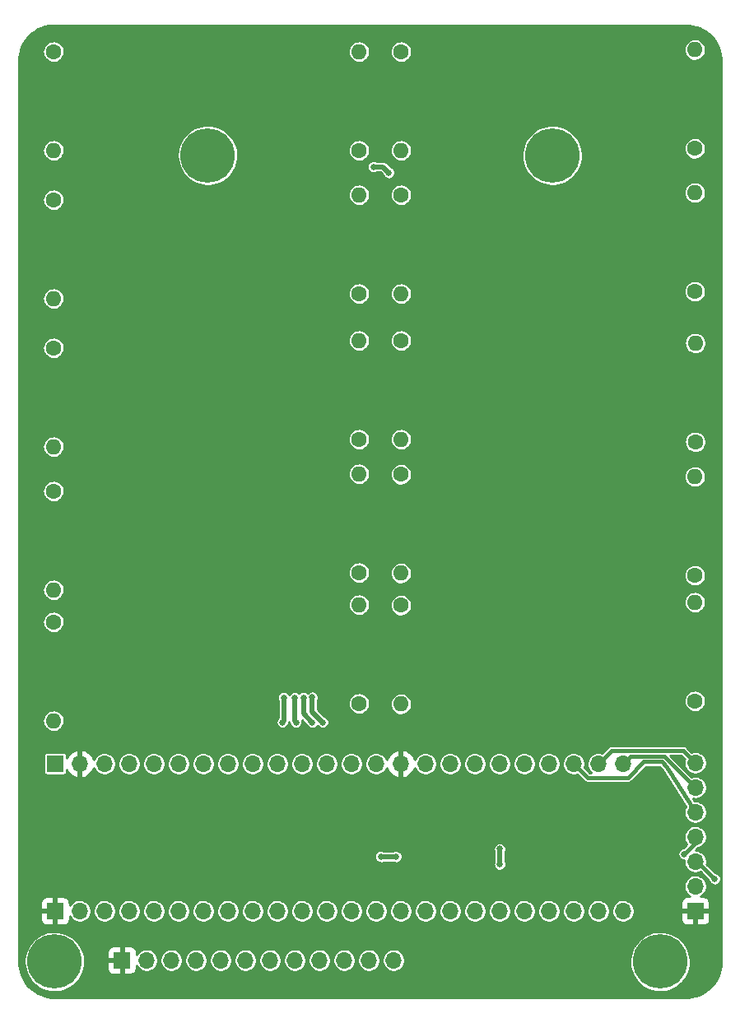
<source format=gbl>
%TF.GenerationSoftware,KiCad,Pcbnew,(5.99.0-2415-gbbdd3fce7)*%
%TF.CreationDate,2020-09-24T22:56:08-07:00*%
%TF.ProjectId,BubblePCB_20,42756262-6c65-4504-9342-5f32302e6b69,rev?*%
%TF.SameCoordinates,Original*%
%TF.FileFunction,Copper,L2,Bot*%
%TF.FilePolarity,Positive*%
%FSLAX46Y46*%
G04 Gerber Fmt 4.6, Leading zero omitted, Abs format (unit mm)*
G04 Created by KiCad (PCBNEW (5.99.0-2415-gbbdd3fce7)) date 2020-09-24 22:56:08*
%MOMM*%
%LPD*%
G01*
G04 APERTURE LIST*
%TA.AperFunction,ComponentPad*%
%ADD10O,1.700000X1.700000*%
%TD*%
%TA.AperFunction,ComponentPad*%
%ADD11R,1.700000X1.700000*%
%TD*%
%TA.AperFunction,ComponentPad*%
%ADD12C,5.600000*%
%TD*%
%TA.AperFunction,ComponentPad*%
%ADD13C,1.600000*%
%TD*%
%TA.AperFunction,ComponentPad*%
%ADD14O,1.600000X1.600000*%
%TD*%
%TA.AperFunction,ViaPad*%
%ADD15C,0.660400*%
%TD*%
%TA.AperFunction,ViaPad*%
%ADD16C,0.800000*%
%TD*%
%TA.AperFunction,Conductor*%
%ADD17C,0.381000*%
%TD*%
%TA.AperFunction,Conductor*%
%ADD18C,0.508000*%
%TD*%
%TA.AperFunction,Conductor*%
%ADD19C,0.254000*%
%TD*%
G04 APERTURE END LIST*
D10*
%TO.P,J4,12*%
%TO.N,gp15*%
X70358000Y-149352000D03*
%TO.P,J4,11*%
%TO.N,gp14*%
X67818000Y-149352000D03*
%TO.P,J4,10*%
%TO.N,gp13*%
X65278000Y-149352000D03*
%TO.P,J4,9*%
%TO.N,gp12*%
X62738000Y-149352000D03*
%TO.P,J4,8*%
%TO.N,gp11*%
X60198000Y-149352000D03*
%TO.P,J4,7*%
%TO.N,gp10*%
X57658000Y-149352000D03*
%TO.P,J4,6*%
%TO.N,gp9*%
X55118000Y-149352000D03*
%TO.P,J4,5*%
%TO.N,gp8*%
X52578000Y-149352000D03*
%TO.P,J4,4*%
%TO.N,gp7*%
X50038000Y-149352000D03*
%TO.P,J4,3*%
%TO.N,gp6*%
X47498000Y-149352000D03*
%TO.P,J4,2*%
%TO.N,+3V3*%
X44958000Y-149352000D03*
D11*
%TO.P,J4,1*%
%TO.N,GND*%
X42418000Y-149352000D03*
%TD*%
D10*
%TO.P,J3,7,Pin_7*%
%TO.N,gp5*%
X101410000Y-129040000D03*
%TO.P,J3,6,Pin_6*%
%TO.N,gp4*%
X101410000Y-131580000D03*
%TO.P,J3,5,Pin_5*%
%TO.N,gp3*%
X101410000Y-134120000D03*
%TO.P,J3,4,Pin_4*%
%TO.N,gp2*%
X101410000Y-136660000D03*
%TO.P,J3,3,Pin_3*%
%TO.N,gp1*%
X101410000Y-139200000D03*
%TO.P,J3,2,Pin_2*%
%TO.N,+3V3*%
X101410000Y-141740000D03*
D11*
%TO.P,J3,1,Pin_1*%
%TO.N,GND*%
X101410000Y-144280000D03*
%TD*%
D12*
%TO.P,REF\u002A\u002A,1*%
%TO.N,N/C*%
X51250000Y-66548000D03*
%TD*%
%TO.P,REF\u002A\u002A,2*%
%TO.N,N/C*%
X86683000Y-66548000D03*
%TD*%
%TO.P,REF\u002A\u002A,4*%
%TO.N,N/C*%
X97790000Y-149500000D03*
%TD*%
%TO.P,a,3*%
%TO.N,N/C*%
X35500000Y-149500000D03*
%TD*%
D13*
%TO.P,R6,1*%
%TO.N,ss10*%
X66802000Y-122936000D03*
D14*
%TO.P,R6,2*%
%TO.N,+3V3*%
X66802000Y-112776000D03*
%TD*%
D13*
%TO.P,R10,1*%
%TO.N,ss15*%
X66802000Y-66040000D03*
D14*
%TO.P,R10,2*%
%TO.N,+3V3*%
X66802000Y-55880000D03*
%TD*%
D13*
%TO.P,R1,1*%
%TO.N,Net-(R1-Pad1)*%
X35372201Y-114554000D03*
D14*
%TO.P,R1,2*%
%TO.N,+3V3*%
X35372201Y-124714000D03*
%TD*%
D13*
%TO.P,R8,1*%
%TO.N,ss8*%
X66802000Y-95758000D03*
D14*
%TO.P,R8,2*%
%TO.N,+3V3*%
X66802000Y-85598000D03*
%TD*%
D11*
%TO.P,J1,1,Pin_1*%
%TO.N,VCC*%
X35550000Y-129130000D03*
D10*
%TO.P,J1,2,Pin_2*%
%TO.N,GND*%
X38090000Y-129130000D03*
%TO.P,J1,3,Pin_3*%
%TO.N,+3V3*%
X40630000Y-129130000D03*
%TO.P,J1,4,Pin_4*%
%TO.N,Net-(R1-Pad1)*%
X43170000Y-129130000D03*
%TO.P,J1,5,Pin_5*%
%TO.N,Net-(R2-Pad1)*%
X45710000Y-129130000D03*
%TO.P,J1,6,Pin_6*%
%TO.N,ss3*%
X48250000Y-129130000D03*
%TO.P,J1,7,Pin_7*%
%TO.N,ss4*%
X50790000Y-129130000D03*
%TO.P,J1,8,Pin_8*%
%TO.N,ss5*%
X53330000Y-129130000D03*
%TO.P,J1,9,Pin_9*%
%TO.N,ss6*%
X55870000Y-129130000D03*
%TO.P,J1,10,Pin_10*%
%TO.N,ss7*%
X58410000Y-129130000D03*
%TO.P,J1,11,Pin_11*%
%TO.N,ss8*%
X60950000Y-129130000D03*
%TO.P,J1,12,Pin_12*%
%TO.N,ss9*%
X63490000Y-129130000D03*
%TO.P,J1,13,Pin_13*%
%TO.N,ss10*%
X66030000Y-129130000D03*
%TO.P,J1,14,Pin_14*%
%TO.N,SCK*%
X68570000Y-129130000D03*
%TO.P,J1,15,Pin_15*%
%TO.N,GND*%
X71110000Y-129130000D03*
%TO.P,J1,16,Pin_16*%
%TO.N,ss11*%
X73650000Y-129130000D03*
%TO.P,J1,17,Pin_17*%
%TO.N,ss12*%
X76190000Y-129130000D03*
%TO.P,J1,18,Pin_18*%
%TO.N,ss13*%
X78730000Y-129130000D03*
%TO.P,J1,19,Pin_19*%
%TO.N,ss14*%
X81270000Y-129130000D03*
%TO.P,J1,20,Pin_20*%
%TO.N,ss15*%
X83810000Y-129130000D03*
%TO.P,J1,21,Pin_21*%
%TO.N,ss16*%
X86350000Y-129130000D03*
%TO.P,J1,22,Pin_22*%
%TO.N,gp3*%
X88890000Y-129130000D03*
%TO.P,J1,23,Pin_23*%
%TO.N,gp5*%
X91430000Y-129130000D03*
%TO.P,J1,24,Pin_24*%
%TO.N,gp4*%
X93970000Y-129130000D03*
%TD*%
D11*
%TO.P,J2,1,Pin_1*%
%TO.N,GND*%
X35550000Y-144280000D03*
D10*
%TO.P,J2,2,Pin_2*%
%TO.N,gp6*%
X38090000Y-144280000D03*
%TO.P,J2,3,Pin_3*%
%TO.N,MISO1*%
X40630000Y-144280000D03*
%TO.P,J2,4,Pin_4*%
%TO.N,gp7*%
X43170000Y-144280000D03*
%TO.P,J2,5,Pin_5*%
%TO.N,gp8*%
X45710000Y-144280000D03*
%TO.P,J2,6,Pin_6*%
%TO.N,gp9*%
X48250000Y-144280000D03*
%TO.P,J2,7,Pin_7*%
%TO.N,gp10*%
X50790000Y-144280000D03*
%TO.P,J2,8,Pin_8*%
%TO.N,gp11*%
X53330000Y-144280000D03*
%TO.P,J2,9,Pin_9*%
%TO.N,gp12*%
X55870000Y-144280000D03*
%TO.P,J2,10,Pin_10*%
%TO.N,gp13*%
X58410000Y-144280000D03*
%TO.P,J2,11,Pin_11*%
%TO.N,gp14*%
X60950000Y-144280000D03*
%TO.P,J2,12,Pin_12*%
%TO.N,gp15*%
X63490000Y-144280000D03*
%TO.P,J2,13,Pin_13*%
%TO.N,MOSI*%
X66030000Y-144280000D03*
%TO.P,J2,14,Pin_14*%
%TO.N,MISO*%
X68570000Y-144280000D03*
%TO.P,J2,15,Pin_15*%
%TO.N,+3V3*%
X71110000Y-144280000D03*
%TO.P,J2,16,Pin_16*%
%TO.N,gp1*%
X73650000Y-144280000D03*
%TO.P,J2,17,Pin_17*%
%TO.N,gp2*%
X76190000Y-144280000D03*
%TO.P,J2,18,Pin_18*%
%TO.N,MOSI1*%
X78730000Y-144280000D03*
%TO.P,J2,19,Pin_19*%
%TO.N,SCK1*%
X81270000Y-144280000D03*
%TO.P,J2,20,Pin_20*%
%TO.N,ss20*%
X83810000Y-144280000D03*
%TO.P,J2,21,Pin_21*%
%TO.N,ss21*%
X86350000Y-144280000D03*
%TO.P,J2,22,Pin_22*%
%TO.N,ss22*%
X88890000Y-144280000D03*
%TO.P,J2,23,Pin_23*%
%TO.N,ss23*%
X91430000Y-144280000D03*
%TO.P,J2,24,Pin_24*%
%TO.N,ss24*%
X93970000Y-144280000D03*
%TD*%
D13*
%TO.P,R4,1*%
%TO.N,ss4*%
X35372201Y-71120000D03*
D14*
%TO.P,R4,2*%
%TO.N,+3V3*%
X35372201Y-81280000D03*
%TD*%
D13*
%TO.P,R16,1*%
%TO.N,ss24*%
X101346000Y-122682000D03*
D14*
%TO.P,R16,2*%
%TO.N,+3V3*%
X101346000Y-112522000D03*
%TD*%
D13*
%TO.P,R19,1*%
%TO.N,ss21*%
X101346000Y-80543181D03*
D14*
%TO.P,R19,2*%
%TO.N,+3V3*%
X101346000Y-70383181D03*
%TD*%
D13*
%TO.P,R5,1*%
%TO.N,ss5*%
X35372201Y-55880000D03*
D14*
%TO.P,R5,2*%
%TO.N,+3V3*%
X35372201Y-66040000D03*
%TD*%
D13*
%TO.P,R12,1*%
%TO.N,ss12*%
X71120000Y-99364800D03*
D14*
%TO.P,R12,2*%
%TO.N,+3V3*%
X71120000Y-109524800D03*
%TD*%
D13*
%TO.P,R11,1*%
%TO.N,ss11*%
X71120000Y-112826800D03*
D14*
%TO.P,R11,2*%
%TO.N,+3V3*%
X71120000Y-122986800D03*
%TD*%
D13*
%TO.P,R9,1*%
%TO.N,ss7*%
X66802000Y-80772000D03*
D14*
%TO.P,R9,2*%
%TO.N,+3V3*%
X66802000Y-70612000D03*
%TD*%
D13*
%TO.P,R7,1*%
%TO.N,ss9*%
X66802000Y-109474000D03*
D14*
%TO.P,R7,2*%
%TO.N,+3V3*%
X66802000Y-99314000D03*
%TD*%
D13*
%TO.P,R3,1*%
%TO.N,ss3*%
X35372201Y-86360000D03*
D14*
%TO.P,R3,2*%
%TO.N,+3V3*%
X35372201Y-96520000D03*
%TD*%
D13*
%TO.P,R17,1*%
%TO.N,ss23*%
X101346000Y-109756737D03*
D14*
%TO.P,R17,2*%
%TO.N,+3V3*%
X101346000Y-99596737D03*
%TD*%
D13*
%TO.P,R13,1*%
%TO.N,ss13*%
X71120000Y-85598000D03*
D14*
%TO.P,R13,2*%
%TO.N,+3V3*%
X71120000Y-95758000D03*
%TD*%
D13*
%TO.P,R2,1*%
%TO.N,Net-(R2-Pad1)*%
X35372201Y-101092000D03*
D14*
%TO.P,R2,2*%
%TO.N,+3V3*%
X35372201Y-111252000D03*
%TD*%
D13*
%TO.P,R15,1*%
%TO.N,ss16*%
X71120000Y-55880000D03*
D14*
%TO.P,R15,2*%
%TO.N,+3V3*%
X71120000Y-66040000D03*
%TD*%
D13*
%TO.P,R14,1*%
%TO.N,ss14*%
X71120000Y-70612000D03*
D14*
%TO.P,R14,2*%
%TO.N,+3V3*%
X71120000Y-80772000D03*
%TD*%
D13*
%TO.P,R20,1*%
%TO.N,ss20*%
X101346000Y-65835388D03*
D14*
%TO.P,R20,2*%
%TO.N,+3V3*%
X101346000Y-55675388D03*
%TD*%
D13*
%TO.P,R18,1*%
%TO.N,ss22*%
X101396800Y-96021611D03*
D14*
%TO.P,R18,2*%
%TO.N,+3V3*%
X101396800Y-85861611D03*
%TD*%
D15*
%TO.N,GND*%
X38354000Y-124206000D03*
%TO.N,gp2*%
X100264200Y-138430000D03*
%TO.N,gp1*%
X103378000Y-140970000D03*
%TO.N,MISO1*%
X70624200Y-138684000D03*
X69055800Y-138684000D03*
%TO.N,SCK1*%
X81280000Y-139468200D03*
X81280000Y-137899800D03*
%TO.N,GND*%
X98760000Y-115990000D03*
X98740000Y-100660000D03*
X97030000Y-86630000D03*
X97050000Y-71380000D03*
X97000000Y-56180000D03*
X73930000Y-78250000D03*
X73900000Y-93180000D03*
X73930000Y-108470000D03*
X73190000Y-123430000D03*
X62170000Y-117210000D03*
X62130000Y-101950000D03*
X61990000Y-86690000D03*
X62150000Y-71460000D03*
X62130000Y-56190000D03*
X38240000Y-62670000D03*
X38260000Y-78320000D03*
X38240000Y-93260000D03*
X38240000Y-108600000D03*
D16*
X73910201Y-63340000D03*
D15*
%TO.N,ss7*%
X58928000Y-124866400D03*
X59055000Y-122339100D03*
%TO.N,ss8*%
X60325000Y-124866400D03*
X60198000Y-122339100D03*
%TO.N,ss9*%
X61971086Y-124871314D03*
X61087000Y-122339100D03*
%TO.N,ss10*%
X63079724Y-124866400D03*
X61976000Y-122301000D03*
%TO.N,ss15*%
X68300600Y-67716400D03*
X69875400Y-68326000D03*
%TD*%
D17*
%TO.N,gp2*%
X101410000Y-137284200D02*
X100264200Y-138430000D01*
X101410000Y-136660000D02*
X101410000Y-137284200D01*
%TO.N,gp1*%
X101608000Y-139200000D02*
X103378000Y-140970000D01*
X101410000Y-139200000D02*
X101608000Y-139200000D01*
%TO.N,gp3*%
X88890000Y-129130000D02*
X90316000Y-130556000D01*
X97932348Y-128924020D02*
X98482931Y-129474603D01*
X98482931Y-129474603D02*
X101410000Y-134120000D01*
X90316000Y-130556000D02*
X94488000Y-130556000D01*
X94488000Y-130556000D02*
X96119980Y-128924020D01*
X96119980Y-128924020D02*
X97932348Y-128924020D01*
D18*
%TO.N,MISO1*%
X70624200Y-138684000D02*
X69055800Y-138684000D01*
%TO.N,SCK1*%
X81280000Y-137899800D02*
X81280000Y-139468200D01*
D17*
%TO.N,gp4*%
X93970000Y-129130000D02*
X94756990Y-128343010D01*
X94756990Y-128343010D02*
X98173010Y-128343010D01*
X98173010Y-128343010D02*
X101410000Y-131580000D01*
%TO.N,gp5*%
X101410000Y-129040000D02*
X100132000Y-127762000D01*
X100132000Y-127762000D02*
X92798000Y-127762000D01*
X92798000Y-127762000D02*
X91430000Y-129130000D01*
D18*
%TO.N,ss7*%
X59055000Y-122339100D02*
X59055000Y-124739400D01*
X59055000Y-124739400D02*
X58928000Y-124866400D01*
%TO.N,ss8*%
X60198000Y-124739400D02*
X60325000Y-124866400D01*
X60198000Y-122339100D02*
X60198000Y-124739400D01*
%TO.N,ss9*%
X61087000Y-123987228D02*
X61971086Y-124871314D01*
X61087000Y-122339100D02*
X61087000Y-123987228D01*
%TO.N,ss10*%
X61976000Y-123762676D02*
X63079724Y-124866400D01*
X61976000Y-122301000D02*
X61976000Y-123762676D01*
%TO.N,ss15*%
X68300600Y-67716400D02*
X69265800Y-67716400D01*
X69265800Y-67716400D02*
X69875400Y-68326000D01*
%TD*%
%TO.N,GND*%
D19*
X100355978Y-53160047D02*
X100370012Y-53162355D01*
X100377488Y-53162731D01*
X100377520Y-53162732D01*
X100758343Y-53181691D01*
X101119095Y-53235927D01*
X101472665Y-53325722D01*
X101815586Y-53450196D01*
X102144431Y-53608106D01*
X102455975Y-53797900D01*
X102747125Y-54017695D01*
X103015007Y-54265323D01*
X103256961Y-54538323D01*
X103470620Y-54834026D01*
X103653848Y-55149474D01*
X103804835Y-55481553D01*
X103922096Y-55826992D01*
X104004469Y-56182376D01*
X104051359Y-56545897D01*
X104063390Y-56852067D01*
X104065523Y-56866049D01*
X104068000Y-56875230D01*
X104068001Y-149454740D01*
X104065953Y-149461977D01*
X104063645Y-149476012D01*
X104063269Y-149483488D01*
X104063268Y-149483520D01*
X104044309Y-149864343D01*
X103990073Y-150225097D01*
X103900278Y-150578664D01*
X103775802Y-150921589D01*
X103617894Y-151250432D01*
X103428103Y-151561971D01*
X103208301Y-151853130D01*
X102960682Y-152121002D01*
X102687677Y-152362961D01*
X102391978Y-152576617D01*
X102076525Y-152759848D01*
X101744447Y-152910835D01*
X101399008Y-153028096D01*
X101043624Y-153110469D01*
X100680103Y-153157359D01*
X100373933Y-153169390D01*
X100359951Y-153171523D01*
X100350770Y-153174000D01*
X35545256Y-153174000D01*
X35538022Y-153171953D01*
X35523988Y-153169645D01*
X35516512Y-153169269D01*
X35516480Y-153169268D01*
X35135657Y-153150309D01*
X34774903Y-153096073D01*
X34421336Y-153006278D01*
X34078411Y-152881802D01*
X33749568Y-152723894D01*
X33438029Y-152534103D01*
X33146870Y-152314301D01*
X32878998Y-152066682D01*
X32637039Y-151793677D01*
X32423383Y-151497978D01*
X32240152Y-151182525D01*
X32089165Y-150850447D01*
X31971904Y-150505008D01*
X31889531Y-150149624D01*
X31842641Y-149786103D01*
X31834477Y-149578334D01*
X32369894Y-149578334D01*
X32370084Y-149585591D01*
X32399642Y-149937580D01*
X32400664Y-149944767D01*
X32470482Y-150291027D01*
X32472324Y-150298048D01*
X32581479Y-150633988D01*
X32584115Y-150640751D01*
X32731157Y-150961919D01*
X32734554Y-150968335D01*
X32917536Y-151270474D01*
X32921648Y-151276456D01*
X33138144Y-151555562D01*
X33142916Y-151561032D01*
X33390057Y-151813405D01*
X33395426Y-151818290D01*
X33669936Y-152040584D01*
X33675831Y-152044819D01*
X33974071Y-152234089D01*
X33980414Y-152237619D01*
X34298433Y-152391356D01*
X34305139Y-152394134D01*
X34638721Y-152510298D01*
X34645702Y-152512287D01*
X34990423Y-152589341D01*
X34997587Y-152590514D01*
X35348880Y-152627437D01*
X35356131Y-152627779D01*
X35709341Y-152624080D01*
X35716583Y-152623586D01*
X36067026Y-152579316D01*
X36074164Y-152577993D01*
X36417196Y-152493735D01*
X36424134Y-152491601D01*
X36755209Y-152368475D01*
X36761856Y-152365558D01*
X37076585Y-152205195D01*
X37082852Y-152201533D01*
X37377063Y-152006060D01*
X37382868Y-152001701D01*
X37652663Y-151773707D01*
X37657928Y-151768710D01*
X37899731Y-151511217D01*
X37904387Y-151505648D01*
X38114990Y-151222070D01*
X38118975Y-151216003D01*
X38295590Y-150910098D01*
X38298852Y-150903613D01*
X38439136Y-150579436D01*
X38441630Y-150572619D01*
X38543724Y-150234466D01*
X38545419Y-150227408D01*
X38608146Y-149878787D01*
X38609112Y-149869597D01*
X38619036Y-149553808D01*
X40926163Y-149553808D01*
X40926163Y-150210258D01*
X40928319Y-150226634D01*
X41003137Y-150505859D01*
X41015880Y-150530339D01*
X41146990Y-150686590D01*
X41163879Y-150700761D01*
X41338120Y-150801359D01*
X41358837Y-150808900D01*
X41551538Y-150842878D01*
X41562499Y-150843837D01*
X42216191Y-150843837D01*
X42290000Y-150770028D01*
X42290001Y-149553809D01*
X42216192Y-149480000D01*
X40999972Y-149479999D01*
X40926163Y-149553808D01*
X38619036Y-149553808D01*
X38626184Y-149326355D01*
X38625797Y-149317122D01*
X38585084Y-148965251D01*
X38583836Y-148958101D01*
X38503176Y-148614204D01*
X38501114Y-148607244D01*
X38461244Y-148496499D01*
X40926163Y-148496499D01*
X40926163Y-149150191D01*
X40999972Y-149224000D01*
X42216191Y-149224001D01*
X42290000Y-149150192D01*
X42545999Y-149150192D01*
X42546000Y-149150193D01*
X42545999Y-150770028D01*
X42619808Y-150843837D01*
X43276258Y-150843837D01*
X43292634Y-150841681D01*
X43571859Y-150766863D01*
X43596339Y-150754120D01*
X43752590Y-150623010D01*
X43766761Y-150606121D01*
X43867359Y-150431880D01*
X43874900Y-150411163D01*
X43908878Y-150218462D01*
X43909837Y-150207501D01*
X43909837Y-149896361D01*
X43910345Y-149897350D01*
X44028568Y-150080796D01*
X44036223Y-150090455D01*
X44187826Y-150247444D01*
X44197212Y-150255432D01*
X44376419Y-150379985D01*
X44387178Y-150385998D01*
X44587165Y-150473370D01*
X44598887Y-150477178D01*
X44812036Y-150524042D01*
X44824274Y-150525501D01*
X45042467Y-150530071D01*
X45054756Y-150529126D01*
X45269680Y-150491230D01*
X45281552Y-150487915D01*
X45485022Y-150408993D01*
X45496023Y-150403436D01*
X45680289Y-150286497D01*
X45690001Y-150278909D01*
X45848045Y-150128407D01*
X45856098Y-150119077D01*
X45981899Y-149940743D01*
X45987987Y-149930026D01*
X46076753Y-149730654D01*
X46080644Y-149718959D01*
X46129092Y-149505713D01*
X46130655Y-149492599D01*
X46131324Y-149444690D01*
X46320546Y-149444690D01*
X46321578Y-149456971D01*
X46360974Y-149671626D01*
X46364372Y-149683473D01*
X46444712Y-149886388D01*
X46450345Y-149897350D01*
X46568568Y-150080796D01*
X46576223Y-150090455D01*
X46727826Y-150247444D01*
X46737212Y-150255432D01*
X46916419Y-150379985D01*
X46927178Y-150385998D01*
X47127165Y-150473370D01*
X47138887Y-150477178D01*
X47352036Y-150524042D01*
X47364274Y-150525501D01*
X47582467Y-150530071D01*
X47594756Y-150529126D01*
X47809680Y-150491230D01*
X47821552Y-150487915D01*
X48025022Y-150408993D01*
X48036023Y-150403436D01*
X48220289Y-150286497D01*
X48230001Y-150278909D01*
X48388045Y-150128407D01*
X48396098Y-150119077D01*
X48521899Y-149940743D01*
X48527987Y-149930026D01*
X48616753Y-149730654D01*
X48620644Y-149718959D01*
X48669092Y-149505713D01*
X48670655Y-149492599D01*
X48671324Y-149444690D01*
X48860546Y-149444690D01*
X48861578Y-149456971D01*
X48900974Y-149671626D01*
X48904372Y-149683473D01*
X48984712Y-149886388D01*
X48990345Y-149897350D01*
X49108568Y-150080796D01*
X49116223Y-150090455D01*
X49267826Y-150247444D01*
X49277212Y-150255432D01*
X49456419Y-150379985D01*
X49467178Y-150385998D01*
X49667165Y-150473370D01*
X49678887Y-150477178D01*
X49892036Y-150524042D01*
X49904274Y-150525501D01*
X50122467Y-150530071D01*
X50134756Y-150529126D01*
X50349680Y-150491230D01*
X50361552Y-150487915D01*
X50565022Y-150408993D01*
X50576023Y-150403436D01*
X50760289Y-150286497D01*
X50770001Y-150278909D01*
X50928045Y-150128407D01*
X50936098Y-150119077D01*
X51061899Y-149940743D01*
X51067987Y-149930026D01*
X51156753Y-149730654D01*
X51160644Y-149718959D01*
X51209092Y-149505713D01*
X51210655Y-149492599D01*
X51211324Y-149444690D01*
X51400546Y-149444690D01*
X51401578Y-149456971D01*
X51440974Y-149671626D01*
X51444372Y-149683473D01*
X51524712Y-149886388D01*
X51530345Y-149897350D01*
X51648568Y-150080796D01*
X51656223Y-150090455D01*
X51807826Y-150247444D01*
X51817212Y-150255432D01*
X51996419Y-150379985D01*
X52007178Y-150385998D01*
X52207165Y-150473370D01*
X52218887Y-150477178D01*
X52432036Y-150524042D01*
X52444274Y-150525501D01*
X52662467Y-150530071D01*
X52674756Y-150529126D01*
X52889680Y-150491230D01*
X52901552Y-150487915D01*
X53105022Y-150408993D01*
X53116023Y-150403436D01*
X53300289Y-150286497D01*
X53310001Y-150278909D01*
X53468045Y-150128407D01*
X53476098Y-150119077D01*
X53601899Y-149940743D01*
X53607987Y-149930026D01*
X53696753Y-149730654D01*
X53700644Y-149718959D01*
X53749092Y-149505713D01*
X53750655Y-149492599D01*
X53751324Y-149444690D01*
X53940546Y-149444690D01*
X53941578Y-149456971D01*
X53980974Y-149671626D01*
X53984372Y-149683473D01*
X54064712Y-149886388D01*
X54070345Y-149897350D01*
X54188568Y-150080796D01*
X54196223Y-150090455D01*
X54347826Y-150247444D01*
X54357212Y-150255432D01*
X54536419Y-150379985D01*
X54547178Y-150385998D01*
X54747165Y-150473370D01*
X54758887Y-150477178D01*
X54972036Y-150524042D01*
X54984274Y-150525501D01*
X55202467Y-150530071D01*
X55214756Y-150529126D01*
X55429680Y-150491230D01*
X55441552Y-150487915D01*
X55645022Y-150408993D01*
X55656023Y-150403436D01*
X55840289Y-150286497D01*
X55850001Y-150278909D01*
X56008045Y-150128407D01*
X56016098Y-150119077D01*
X56141899Y-149940743D01*
X56147987Y-149930026D01*
X56236753Y-149730654D01*
X56240644Y-149718959D01*
X56289092Y-149505713D01*
X56290655Y-149492599D01*
X56291324Y-149444690D01*
X56480546Y-149444690D01*
X56481578Y-149456971D01*
X56520974Y-149671626D01*
X56524372Y-149683473D01*
X56604712Y-149886388D01*
X56610345Y-149897350D01*
X56728568Y-150080796D01*
X56736223Y-150090455D01*
X56887826Y-150247444D01*
X56897212Y-150255432D01*
X57076419Y-150379985D01*
X57087178Y-150385998D01*
X57287165Y-150473370D01*
X57298887Y-150477178D01*
X57512036Y-150524042D01*
X57524274Y-150525501D01*
X57742467Y-150530071D01*
X57754756Y-150529126D01*
X57969680Y-150491230D01*
X57981552Y-150487915D01*
X58185022Y-150408993D01*
X58196023Y-150403436D01*
X58380289Y-150286497D01*
X58390001Y-150278909D01*
X58548045Y-150128407D01*
X58556098Y-150119077D01*
X58681899Y-149940743D01*
X58687987Y-149930026D01*
X58776753Y-149730654D01*
X58780644Y-149718959D01*
X58829092Y-149505713D01*
X58830655Y-149492599D01*
X58831324Y-149444690D01*
X59020546Y-149444690D01*
X59021578Y-149456971D01*
X59060974Y-149671626D01*
X59064372Y-149683473D01*
X59144712Y-149886388D01*
X59150345Y-149897350D01*
X59268568Y-150080796D01*
X59276223Y-150090455D01*
X59427826Y-150247444D01*
X59437212Y-150255432D01*
X59616419Y-150379985D01*
X59627178Y-150385998D01*
X59827165Y-150473370D01*
X59838887Y-150477178D01*
X60052036Y-150524042D01*
X60064274Y-150525501D01*
X60282467Y-150530071D01*
X60294756Y-150529126D01*
X60509680Y-150491230D01*
X60521552Y-150487915D01*
X60725022Y-150408993D01*
X60736023Y-150403436D01*
X60920289Y-150286497D01*
X60930001Y-150278909D01*
X61088045Y-150128407D01*
X61096098Y-150119077D01*
X61221899Y-149940743D01*
X61227987Y-149930026D01*
X61316753Y-149730654D01*
X61320644Y-149718959D01*
X61369092Y-149505713D01*
X61370655Y-149492599D01*
X61371324Y-149444690D01*
X61560546Y-149444690D01*
X61561578Y-149456971D01*
X61600974Y-149671626D01*
X61604372Y-149683473D01*
X61684712Y-149886388D01*
X61690345Y-149897350D01*
X61808568Y-150080796D01*
X61816223Y-150090455D01*
X61967826Y-150247444D01*
X61977212Y-150255432D01*
X62156419Y-150379985D01*
X62167178Y-150385998D01*
X62367165Y-150473370D01*
X62378887Y-150477178D01*
X62592036Y-150524042D01*
X62604274Y-150525501D01*
X62822467Y-150530071D01*
X62834756Y-150529126D01*
X63049680Y-150491230D01*
X63061552Y-150487915D01*
X63265022Y-150408993D01*
X63276023Y-150403436D01*
X63460289Y-150286497D01*
X63470001Y-150278909D01*
X63628045Y-150128407D01*
X63636098Y-150119077D01*
X63761899Y-149940743D01*
X63767987Y-149930026D01*
X63856753Y-149730654D01*
X63860644Y-149718959D01*
X63909092Y-149505713D01*
X63910655Y-149492599D01*
X63911324Y-149444690D01*
X64100546Y-149444690D01*
X64101578Y-149456971D01*
X64140974Y-149671626D01*
X64144372Y-149683473D01*
X64224712Y-149886388D01*
X64230345Y-149897350D01*
X64348568Y-150080796D01*
X64356223Y-150090455D01*
X64507826Y-150247444D01*
X64517212Y-150255432D01*
X64696419Y-150379985D01*
X64707178Y-150385998D01*
X64907165Y-150473370D01*
X64918887Y-150477178D01*
X65132036Y-150524042D01*
X65144274Y-150525501D01*
X65362467Y-150530071D01*
X65374756Y-150529126D01*
X65589680Y-150491230D01*
X65601552Y-150487915D01*
X65805022Y-150408993D01*
X65816023Y-150403436D01*
X66000289Y-150286497D01*
X66010001Y-150278909D01*
X66168045Y-150128407D01*
X66176098Y-150119077D01*
X66301899Y-149940743D01*
X66307987Y-149930026D01*
X66396753Y-149730654D01*
X66400644Y-149718959D01*
X66449092Y-149505713D01*
X66450655Y-149492599D01*
X66451324Y-149444690D01*
X66640546Y-149444690D01*
X66641578Y-149456971D01*
X66680974Y-149671626D01*
X66684372Y-149683473D01*
X66764712Y-149886388D01*
X66770345Y-149897350D01*
X66888568Y-150080796D01*
X66896223Y-150090455D01*
X67047826Y-150247444D01*
X67057212Y-150255432D01*
X67236419Y-150379985D01*
X67247178Y-150385998D01*
X67447165Y-150473370D01*
X67458887Y-150477178D01*
X67672036Y-150524042D01*
X67684274Y-150525501D01*
X67902467Y-150530071D01*
X67914756Y-150529126D01*
X68129680Y-150491230D01*
X68141552Y-150487915D01*
X68345022Y-150408993D01*
X68356023Y-150403436D01*
X68540289Y-150286497D01*
X68550001Y-150278909D01*
X68708045Y-150128407D01*
X68716098Y-150119077D01*
X68841899Y-149940743D01*
X68847987Y-149930026D01*
X68936753Y-149730654D01*
X68940644Y-149718959D01*
X68989092Y-149505713D01*
X68990655Y-149492599D01*
X68991324Y-149444690D01*
X69180546Y-149444690D01*
X69181578Y-149456971D01*
X69220974Y-149671626D01*
X69224372Y-149683473D01*
X69304712Y-149886388D01*
X69310345Y-149897350D01*
X69428568Y-150080796D01*
X69436223Y-150090455D01*
X69587826Y-150247444D01*
X69597212Y-150255432D01*
X69776419Y-150379985D01*
X69787178Y-150385998D01*
X69987165Y-150473370D01*
X69998887Y-150477178D01*
X70212036Y-150524042D01*
X70224274Y-150525501D01*
X70442467Y-150530071D01*
X70454756Y-150529126D01*
X70669680Y-150491230D01*
X70681552Y-150487915D01*
X70885022Y-150408993D01*
X70896023Y-150403436D01*
X71080289Y-150286497D01*
X71090001Y-150278909D01*
X71248045Y-150128407D01*
X71256098Y-150119077D01*
X71381899Y-149940743D01*
X71387987Y-149930026D01*
X71476753Y-149730654D01*
X71480644Y-149718959D01*
X71512593Y-149578334D01*
X94659894Y-149578334D01*
X94660084Y-149585591D01*
X94689642Y-149937580D01*
X94690664Y-149944767D01*
X94760482Y-150291027D01*
X94762324Y-150298048D01*
X94871479Y-150633988D01*
X94874115Y-150640751D01*
X95021157Y-150961919D01*
X95024554Y-150968335D01*
X95207536Y-151270474D01*
X95211648Y-151276456D01*
X95428144Y-151555562D01*
X95432916Y-151561032D01*
X95680057Y-151813405D01*
X95685426Y-151818290D01*
X95959936Y-152040584D01*
X95965831Y-152044819D01*
X96264071Y-152234089D01*
X96270414Y-152237619D01*
X96588433Y-152391356D01*
X96595139Y-152394134D01*
X96928721Y-152510298D01*
X96935702Y-152512287D01*
X97280423Y-152589341D01*
X97287587Y-152590514D01*
X97638880Y-152627437D01*
X97646131Y-152627779D01*
X97999341Y-152624080D01*
X98006583Y-152623586D01*
X98357026Y-152579316D01*
X98364164Y-152577993D01*
X98707196Y-152493735D01*
X98714134Y-152491601D01*
X99045209Y-152368475D01*
X99051856Y-152365558D01*
X99366585Y-152205195D01*
X99372852Y-152201533D01*
X99667063Y-152006060D01*
X99672868Y-152001701D01*
X99942663Y-151773707D01*
X99947928Y-151768710D01*
X100189731Y-151511217D01*
X100194387Y-151505648D01*
X100404990Y-151222070D01*
X100408975Y-151216003D01*
X100585590Y-150910098D01*
X100588852Y-150903613D01*
X100729136Y-150579436D01*
X100731630Y-150572619D01*
X100833724Y-150234466D01*
X100835419Y-150227408D01*
X100898146Y-149878787D01*
X100899112Y-149869597D01*
X100916184Y-149326355D01*
X100915797Y-149317122D01*
X100875084Y-148965251D01*
X100873836Y-148958101D01*
X100793176Y-148614204D01*
X100791114Y-148607244D01*
X100671463Y-148274898D01*
X100668615Y-148268221D01*
X100511557Y-147951830D01*
X100507960Y-147945524D01*
X100315578Y-147649282D01*
X100311280Y-147643432D01*
X100086124Y-147371265D01*
X100081183Y-147365947D01*
X99826236Y-147121462D01*
X99820717Y-147116748D01*
X99539359Y-146903186D01*
X99533334Y-146899137D01*
X99229295Y-146719330D01*
X99222845Y-146716001D01*
X98900155Y-146572329D01*
X98893365Y-146569763D01*
X98556300Y-146464133D01*
X98549259Y-146462365D01*
X98202287Y-146396177D01*
X98195090Y-146395229D01*
X97842810Y-146369360D01*
X97835552Y-146369246D01*
X97482633Y-146384036D01*
X97475410Y-146384757D01*
X97126530Y-146440015D01*
X97119438Y-146441561D01*
X96779221Y-146536552D01*
X96772354Y-146538903D01*
X96445310Y-146672367D01*
X96438758Y-146675492D01*
X96129221Y-146845661D01*
X96123072Y-146849518D01*
X95835145Y-147054137D01*
X95829480Y-147058676D01*
X95566980Y-147295032D01*
X95561874Y-147300192D01*
X95328280Y-147565152D01*
X95323801Y-147570865D01*
X95122209Y-147860919D01*
X95118416Y-147867108D01*
X94951498Y-148178409D01*
X94948441Y-148184994D01*
X94818409Y-148513417D01*
X94816130Y-148520309D01*
X94724707Y-148861502D01*
X94723235Y-148868610D01*
X94671634Y-149218049D01*
X94670989Y-149225280D01*
X94659894Y-149578334D01*
X71512593Y-149578334D01*
X71529092Y-149505713D01*
X71530655Y-149492599D01*
X71534125Y-149244199D01*
X71532928Y-149231046D01*
X71490452Y-149016529D01*
X71486890Y-149004730D01*
X71403724Y-148802957D01*
X71397938Y-148792075D01*
X71277166Y-148610299D01*
X71269376Y-148600748D01*
X71115597Y-148445891D01*
X71106101Y-148438035D01*
X70925172Y-148315995D01*
X70914330Y-148310133D01*
X70713142Y-148225562D01*
X70701368Y-148221918D01*
X70487585Y-148178034D01*
X70475328Y-148176746D01*
X70257093Y-148175222D01*
X70244818Y-148176339D01*
X70030444Y-148217234D01*
X70018620Y-148220713D01*
X69816272Y-148302467D01*
X69805350Y-148308177D01*
X69622733Y-148427678D01*
X69613128Y-148435401D01*
X69457202Y-148588096D01*
X69449279Y-148597537D01*
X69325980Y-148777610D01*
X69320042Y-148788411D01*
X69234069Y-148989004D01*
X69230343Y-149000751D01*
X69184967Y-149214221D01*
X69183593Y-149226470D01*
X69180546Y-149444690D01*
X68991324Y-149444690D01*
X68994125Y-149244199D01*
X68992928Y-149231046D01*
X68950452Y-149016529D01*
X68946890Y-149004730D01*
X68863724Y-148802957D01*
X68857938Y-148792075D01*
X68737166Y-148610299D01*
X68729376Y-148600748D01*
X68575597Y-148445891D01*
X68566101Y-148438035D01*
X68385172Y-148315995D01*
X68374330Y-148310133D01*
X68173142Y-148225562D01*
X68161368Y-148221918D01*
X67947585Y-148178034D01*
X67935328Y-148176746D01*
X67717093Y-148175222D01*
X67704818Y-148176339D01*
X67490444Y-148217234D01*
X67478620Y-148220713D01*
X67276272Y-148302467D01*
X67265350Y-148308177D01*
X67082733Y-148427678D01*
X67073128Y-148435401D01*
X66917202Y-148588096D01*
X66909279Y-148597537D01*
X66785980Y-148777610D01*
X66780042Y-148788411D01*
X66694069Y-148989004D01*
X66690343Y-149000751D01*
X66644967Y-149214221D01*
X66643593Y-149226470D01*
X66640546Y-149444690D01*
X66451324Y-149444690D01*
X66454125Y-149244199D01*
X66452928Y-149231046D01*
X66410452Y-149016529D01*
X66406890Y-149004730D01*
X66323724Y-148802957D01*
X66317938Y-148792075D01*
X66197166Y-148610299D01*
X66189376Y-148600748D01*
X66035597Y-148445891D01*
X66026101Y-148438035D01*
X65845172Y-148315995D01*
X65834330Y-148310133D01*
X65633142Y-148225562D01*
X65621368Y-148221918D01*
X65407585Y-148178034D01*
X65395328Y-148176746D01*
X65177093Y-148175222D01*
X65164818Y-148176339D01*
X64950444Y-148217234D01*
X64938620Y-148220713D01*
X64736272Y-148302467D01*
X64725350Y-148308177D01*
X64542733Y-148427678D01*
X64533128Y-148435401D01*
X64377202Y-148588096D01*
X64369279Y-148597537D01*
X64245980Y-148777610D01*
X64240042Y-148788411D01*
X64154069Y-148989004D01*
X64150343Y-149000751D01*
X64104967Y-149214221D01*
X64103593Y-149226470D01*
X64100546Y-149444690D01*
X63911324Y-149444690D01*
X63914125Y-149244199D01*
X63912928Y-149231046D01*
X63870452Y-149016529D01*
X63866890Y-149004730D01*
X63783724Y-148802957D01*
X63777938Y-148792075D01*
X63657166Y-148610299D01*
X63649376Y-148600748D01*
X63495597Y-148445891D01*
X63486101Y-148438035D01*
X63305172Y-148315995D01*
X63294330Y-148310133D01*
X63093142Y-148225562D01*
X63081368Y-148221918D01*
X62867585Y-148178034D01*
X62855328Y-148176746D01*
X62637093Y-148175222D01*
X62624818Y-148176339D01*
X62410444Y-148217234D01*
X62398620Y-148220713D01*
X62196272Y-148302467D01*
X62185350Y-148308177D01*
X62002733Y-148427678D01*
X61993128Y-148435401D01*
X61837202Y-148588096D01*
X61829279Y-148597537D01*
X61705980Y-148777610D01*
X61700042Y-148788411D01*
X61614069Y-148989004D01*
X61610343Y-149000751D01*
X61564967Y-149214221D01*
X61563593Y-149226470D01*
X61560546Y-149444690D01*
X61371324Y-149444690D01*
X61374125Y-149244199D01*
X61372928Y-149231046D01*
X61330452Y-149016529D01*
X61326890Y-149004730D01*
X61243724Y-148802957D01*
X61237938Y-148792075D01*
X61117166Y-148610299D01*
X61109376Y-148600748D01*
X60955597Y-148445891D01*
X60946101Y-148438035D01*
X60765172Y-148315995D01*
X60754330Y-148310133D01*
X60553142Y-148225562D01*
X60541368Y-148221918D01*
X60327585Y-148178034D01*
X60315328Y-148176746D01*
X60097093Y-148175222D01*
X60084818Y-148176339D01*
X59870444Y-148217234D01*
X59858620Y-148220713D01*
X59656272Y-148302467D01*
X59645350Y-148308177D01*
X59462733Y-148427678D01*
X59453128Y-148435401D01*
X59297202Y-148588096D01*
X59289279Y-148597537D01*
X59165980Y-148777610D01*
X59160042Y-148788411D01*
X59074069Y-148989004D01*
X59070343Y-149000751D01*
X59024967Y-149214221D01*
X59023593Y-149226470D01*
X59020546Y-149444690D01*
X58831324Y-149444690D01*
X58834125Y-149244199D01*
X58832928Y-149231046D01*
X58790452Y-149016529D01*
X58786890Y-149004730D01*
X58703724Y-148802957D01*
X58697938Y-148792075D01*
X58577166Y-148610299D01*
X58569376Y-148600748D01*
X58415597Y-148445891D01*
X58406101Y-148438035D01*
X58225172Y-148315995D01*
X58214330Y-148310133D01*
X58013142Y-148225562D01*
X58001368Y-148221918D01*
X57787585Y-148178034D01*
X57775328Y-148176746D01*
X57557093Y-148175222D01*
X57544818Y-148176339D01*
X57330444Y-148217234D01*
X57318620Y-148220713D01*
X57116272Y-148302467D01*
X57105350Y-148308177D01*
X56922733Y-148427678D01*
X56913128Y-148435401D01*
X56757202Y-148588096D01*
X56749279Y-148597537D01*
X56625980Y-148777610D01*
X56620042Y-148788411D01*
X56534069Y-148989004D01*
X56530343Y-149000751D01*
X56484967Y-149214221D01*
X56483593Y-149226470D01*
X56480546Y-149444690D01*
X56291324Y-149444690D01*
X56294125Y-149244199D01*
X56292928Y-149231046D01*
X56250452Y-149016529D01*
X56246890Y-149004730D01*
X56163724Y-148802957D01*
X56157938Y-148792075D01*
X56037166Y-148610299D01*
X56029376Y-148600748D01*
X55875597Y-148445891D01*
X55866101Y-148438035D01*
X55685172Y-148315995D01*
X55674330Y-148310133D01*
X55473142Y-148225562D01*
X55461368Y-148221918D01*
X55247585Y-148178034D01*
X55235328Y-148176746D01*
X55017093Y-148175222D01*
X55004818Y-148176339D01*
X54790444Y-148217234D01*
X54778620Y-148220713D01*
X54576272Y-148302467D01*
X54565350Y-148308177D01*
X54382733Y-148427678D01*
X54373128Y-148435401D01*
X54217202Y-148588096D01*
X54209279Y-148597537D01*
X54085980Y-148777610D01*
X54080042Y-148788411D01*
X53994069Y-148989004D01*
X53990343Y-149000751D01*
X53944967Y-149214221D01*
X53943593Y-149226470D01*
X53940546Y-149444690D01*
X53751324Y-149444690D01*
X53754125Y-149244199D01*
X53752928Y-149231046D01*
X53710452Y-149016529D01*
X53706890Y-149004730D01*
X53623724Y-148802957D01*
X53617938Y-148792075D01*
X53497166Y-148610299D01*
X53489376Y-148600748D01*
X53335597Y-148445891D01*
X53326101Y-148438035D01*
X53145172Y-148315995D01*
X53134330Y-148310133D01*
X52933142Y-148225562D01*
X52921368Y-148221918D01*
X52707585Y-148178034D01*
X52695328Y-148176746D01*
X52477093Y-148175222D01*
X52464818Y-148176339D01*
X52250444Y-148217234D01*
X52238620Y-148220713D01*
X52036272Y-148302467D01*
X52025350Y-148308177D01*
X51842733Y-148427678D01*
X51833128Y-148435401D01*
X51677202Y-148588096D01*
X51669279Y-148597537D01*
X51545980Y-148777610D01*
X51540042Y-148788411D01*
X51454069Y-148989004D01*
X51450343Y-149000751D01*
X51404967Y-149214221D01*
X51403593Y-149226470D01*
X51400546Y-149444690D01*
X51211324Y-149444690D01*
X51214125Y-149244199D01*
X51212928Y-149231046D01*
X51170452Y-149016529D01*
X51166890Y-149004730D01*
X51083724Y-148802957D01*
X51077938Y-148792075D01*
X50957166Y-148610299D01*
X50949376Y-148600748D01*
X50795597Y-148445891D01*
X50786101Y-148438035D01*
X50605172Y-148315995D01*
X50594330Y-148310133D01*
X50393142Y-148225562D01*
X50381368Y-148221918D01*
X50167585Y-148178034D01*
X50155328Y-148176746D01*
X49937093Y-148175222D01*
X49924818Y-148176339D01*
X49710444Y-148217234D01*
X49698620Y-148220713D01*
X49496272Y-148302467D01*
X49485350Y-148308177D01*
X49302733Y-148427678D01*
X49293128Y-148435401D01*
X49137202Y-148588096D01*
X49129279Y-148597537D01*
X49005980Y-148777610D01*
X49000042Y-148788411D01*
X48914069Y-148989004D01*
X48910343Y-149000751D01*
X48864967Y-149214221D01*
X48863593Y-149226470D01*
X48860546Y-149444690D01*
X48671324Y-149444690D01*
X48674125Y-149244199D01*
X48672928Y-149231046D01*
X48630452Y-149016529D01*
X48626890Y-149004730D01*
X48543724Y-148802957D01*
X48537938Y-148792075D01*
X48417166Y-148610299D01*
X48409376Y-148600748D01*
X48255597Y-148445891D01*
X48246101Y-148438035D01*
X48065172Y-148315995D01*
X48054330Y-148310133D01*
X47853142Y-148225562D01*
X47841368Y-148221918D01*
X47627585Y-148178034D01*
X47615328Y-148176746D01*
X47397093Y-148175222D01*
X47384818Y-148176339D01*
X47170444Y-148217234D01*
X47158620Y-148220713D01*
X46956272Y-148302467D01*
X46945350Y-148308177D01*
X46762733Y-148427678D01*
X46753128Y-148435401D01*
X46597202Y-148588096D01*
X46589279Y-148597537D01*
X46465980Y-148777610D01*
X46460042Y-148788411D01*
X46374069Y-148989004D01*
X46370343Y-149000751D01*
X46324967Y-149214221D01*
X46323593Y-149226470D01*
X46320546Y-149444690D01*
X46131324Y-149444690D01*
X46134125Y-149244199D01*
X46132928Y-149231046D01*
X46090452Y-149016529D01*
X46086890Y-149004730D01*
X46003724Y-148802957D01*
X45997938Y-148792075D01*
X45877166Y-148610299D01*
X45869376Y-148600748D01*
X45715597Y-148445891D01*
X45706101Y-148438035D01*
X45525172Y-148315995D01*
X45514330Y-148310133D01*
X45313142Y-148225562D01*
X45301368Y-148221918D01*
X45087585Y-148178034D01*
X45075328Y-148176746D01*
X44857093Y-148175222D01*
X44844818Y-148176339D01*
X44630444Y-148217234D01*
X44618620Y-148220713D01*
X44416272Y-148302467D01*
X44405350Y-148308177D01*
X44222733Y-148427678D01*
X44213128Y-148435401D01*
X44057202Y-148588096D01*
X44049279Y-148597537D01*
X43925980Y-148777610D01*
X43920042Y-148788411D01*
X43909837Y-148812221D01*
X43909837Y-148493742D01*
X43907681Y-148477366D01*
X43832863Y-148198142D01*
X43820120Y-148173662D01*
X43689010Y-148017410D01*
X43672121Y-148003239D01*
X43497880Y-147902641D01*
X43477163Y-147895100D01*
X43284462Y-147861122D01*
X43273501Y-147860163D01*
X42619809Y-147860163D01*
X42546000Y-147933972D01*
X42545999Y-149150192D01*
X42290000Y-149150192D01*
X42290001Y-147933972D01*
X42216192Y-147860163D01*
X41559742Y-147860163D01*
X41543366Y-147862319D01*
X41264142Y-147937137D01*
X41239662Y-147949880D01*
X41083410Y-148080990D01*
X41069239Y-148097879D01*
X40968641Y-148272120D01*
X40961100Y-148292837D01*
X40927122Y-148485538D01*
X40926163Y-148496499D01*
X38461244Y-148496499D01*
X38381463Y-148274898D01*
X38378615Y-148268221D01*
X38221557Y-147951830D01*
X38217960Y-147945524D01*
X38025578Y-147649282D01*
X38021280Y-147643432D01*
X37796124Y-147371265D01*
X37791183Y-147365947D01*
X37536236Y-147121462D01*
X37530717Y-147116748D01*
X37249359Y-146903186D01*
X37243334Y-146899137D01*
X36939295Y-146719330D01*
X36932845Y-146716001D01*
X36610155Y-146572329D01*
X36603365Y-146569763D01*
X36266300Y-146464133D01*
X36259259Y-146462365D01*
X35912287Y-146396177D01*
X35905090Y-146395229D01*
X35552810Y-146369360D01*
X35545552Y-146369246D01*
X35192633Y-146384036D01*
X35185410Y-146384757D01*
X34836530Y-146440015D01*
X34829438Y-146441561D01*
X34489221Y-146536552D01*
X34482354Y-146538903D01*
X34155310Y-146672367D01*
X34148758Y-146675492D01*
X33839221Y-146845661D01*
X33833072Y-146849518D01*
X33545145Y-147054137D01*
X33539480Y-147058676D01*
X33276980Y-147295032D01*
X33271874Y-147300192D01*
X33038280Y-147565152D01*
X33033801Y-147570865D01*
X32832209Y-147860919D01*
X32828416Y-147867108D01*
X32661498Y-148178409D01*
X32658441Y-148184994D01*
X32528409Y-148513417D01*
X32526130Y-148520309D01*
X32434707Y-148861502D01*
X32433235Y-148868610D01*
X32381634Y-149218049D01*
X32380989Y-149225280D01*
X32369894Y-149578334D01*
X31834477Y-149578334D01*
X31830610Y-149479933D01*
X31828477Y-149465951D01*
X31826000Y-149456770D01*
X31826000Y-144481808D01*
X34058163Y-144481808D01*
X34058163Y-145138258D01*
X34060319Y-145154634D01*
X34135137Y-145433859D01*
X34147880Y-145458339D01*
X34278990Y-145614590D01*
X34295879Y-145628761D01*
X34470120Y-145729359D01*
X34490837Y-145736900D01*
X34683538Y-145770878D01*
X34694499Y-145771837D01*
X35348191Y-145771837D01*
X35422000Y-145698028D01*
X35422001Y-144481809D01*
X35348192Y-144408000D01*
X34131972Y-144407999D01*
X34058163Y-144481808D01*
X31826000Y-144481808D01*
X31826000Y-143424499D01*
X34058163Y-143424499D01*
X34058163Y-144078191D01*
X34131972Y-144152000D01*
X35348191Y-144152001D01*
X35422000Y-144078192D01*
X35677999Y-144078192D01*
X35678000Y-144078193D01*
X35677999Y-145698028D01*
X35751808Y-145771837D01*
X36408258Y-145771837D01*
X36424634Y-145769681D01*
X36703859Y-145694863D01*
X36728339Y-145682120D01*
X36884590Y-145551010D01*
X36898761Y-145534121D01*
X36999359Y-145359880D01*
X37006900Y-145339163D01*
X37040878Y-145146462D01*
X37041837Y-145135501D01*
X37041837Y-144824361D01*
X37042345Y-144825350D01*
X37160568Y-145008796D01*
X37168223Y-145018455D01*
X37319826Y-145175444D01*
X37329212Y-145183432D01*
X37508419Y-145307985D01*
X37519178Y-145313998D01*
X37719165Y-145401370D01*
X37730887Y-145405178D01*
X37944036Y-145452042D01*
X37956274Y-145453501D01*
X38174467Y-145458071D01*
X38186756Y-145457126D01*
X38401680Y-145419230D01*
X38413552Y-145415915D01*
X38617022Y-145336993D01*
X38628023Y-145331436D01*
X38812289Y-145214497D01*
X38822001Y-145206909D01*
X38980045Y-145056407D01*
X38988098Y-145047077D01*
X39113899Y-144868743D01*
X39119987Y-144858026D01*
X39208753Y-144658654D01*
X39212644Y-144646959D01*
X39261092Y-144433713D01*
X39262655Y-144420599D01*
X39263324Y-144372690D01*
X39452546Y-144372690D01*
X39453578Y-144384971D01*
X39492974Y-144599626D01*
X39496372Y-144611473D01*
X39576712Y-144814388D01*
X39582345Y-144825350D01*
X39700568Y-145008796D01*
X39708223Y-145018455D01*
X39859826Y-145175444D01*
X39869212Y-145183432D01*
X40048419Y-145307985D01*
X40059178Y-145313998D01*
X40259165Y-145401370D01*
X40270887Y-145405178D01*
X40484036Y-145452042D01*
X40496274Y-145453501D01*
X40714467Y-145458071D01*
X40726756Y-145457126D01*
X40941680Y-145419230D01*
X40953552Y-145415915D01*
X41157022Y-145336993D01*
X41168023Y-145331436D01*
X41352289Y-145214497D01*
X41362001Y-145206909D01*
X41520045Y-145056407D01*
X41528098Y-145047077D01*
X41653899Y-144868743D01*
X41659987Y-144858026D01*
X41748753Y-144658654D01*
X41752644Y-144646959D01*
X41801092Y-144433713D01*
X41802655Y-144420599D01*
X41803324Y-144372690D01*
X41992546Y-144372690D01*
X41993578Y-144384971D01*
X42032974Y-144599626D01*
X42036372Y-144611473D01*
X42116712Y-144814388D01*
X42122345Y-144825350D01*
X42240568Y-145008796D01*
X42248223Y-145018455D01*
X42399826Y-145175444D01*
X42409212Y-145183432D01*
X42588419Y-145307985D01*
X42599178Y-145313998D01*
X42799165Y-145401370D01*
X42810887Y-145405178D01*
X43024036Y-145452042D01*
X43036274Y-145453501D01*
X43254467Y-145458071D01*
X43266756Y-145457126D01*
X43481680Y-145419230D01*
X43493552Y-145415915D01*
X43697022Y-145336993D01*
X43708023Y-145331436D01*
X43892289Y-145214497D01*
X43902001Y-145206909D01*
X44060045Y-145056407D01*
X44068098Y-145047077D01*
X44193899Y-144868743D01*
X44199987Y-144858026D01*
X44288753Y-144658654D01*
X44292644Y-144646959D01*
X44341092Y-144433713D01*
X44342655Y-144420599D01*
X44343324Y-144372690D01*
X44532546Y-144372690D01*
X44533578Y-144384971D01*
X44572974Y-144599626D01*
X44576372Y-144611473D01*
X44656712Y-144814388D01*
X44662345Y-144825350D01*
X44780568Y-145008796D01*
X44788223Y-145018455D01*
X44939826Y-145175444D01*
X44949212Y-145183432D01*
X45128419Y-145307985D01*
X45139178Y-145313998D01*
X45339165Y-145401370D01*
X45350887Y-145405178D01*
X45564036Y-145452042D01*
X45576274Y-145453501D01*
X45794467Y-145458071D01*
X45806756Y-145457126D01*
X46021680Y-145419230D01*
X46033552Y-145415915D01*
X46237022Y-145336993D01*
X46248023Y-145331436D01*
X46432289Y-145214497D01*
X46442001Y-145206909D01*
X46600045Y-145056407D01*
X46608098Y-145047077D01*
X46733899Y-144868743D01*
X46739987Y-144858026D01*
X46828753Y-144658654D01*
X46832644Y-144646959D01*
X46881092Y-144433713D01*
X46882655Y-144420599D01*
X46883324Y-144372690D01*
X47072546Y-144372690D01*
X47073578Y-144384971D01*
X47112974Y-144599626D01*
X47116372Y-144611473D01*
X47196712Y-144814388D01*
X47202345Y-144825350D01*
X47320568Y-145008796D01*
X47328223Y-145018455D01*
X47479826Y-145175444D01*
X47489212Y-145183432D01*
X47668419Y-145307985D01*
X47679178Y-145313998D01*
X47879165Y-145401370D01*
X47890887Y-145405178D01*
X48104036Y-145452042D01*
X48116274Y-145453501D01*
X48334467Y-145458071D01*
X48346756Y-145457126D01*
X48561680Y-145419230D01*
X48573552Y-145415915D01*
X48777022Y-145336993D01*
X48788023Y-145331436D01*
X48972289Y-145214497D01*
X48982001Y-145206909D01*
X49140045Y-145056407D01*
X49148098Y-145047077D01*
X49273899Y-144868743D01*
X49279987Y-144858026D01*
X49368753Y-144658654D01*
X49372644Y-144646959D01*
X49421092Y-144433713D01*
X49422655Y-144420599D01*
X49423324Y-144372690D01*
X49612546Y-144372690D01*
X49613578Y-144384971D01*
X49652974Y-144599626D01*
X49656372Y-144611473D01*
X49736712Y-144814388D01*
X49742345Y-144825350D01*
X49860568Y-145008796D01*
X49868223Y-145018455D01*
X50019826Y-145175444D01*
X50029212Y-145183432D01*
X50208419Y-145307985D01*
X50219178Y-145313998D01*
X50419165Y-145401370D01*
X50430887Y-145405178D01*
X50644036Y-145452042D01*
X50656274Y-145453501D01*
X50874467Y-145458071D01*
X50886756Y-145457126D01*
X51101680Y-145419230D01*
X51113552Y-145415915D01*
X51317022Y-145336993D01*
X51328023Y-145331436D01*
X51512289Y-145214497D01*
X51522001Y-145206909D01*
X51680045Y-145056407D01*
X51688098Y-145047077D01*
X51813899Y-144868743D01*
X51819987Y-144858026D01*
X51908753Y-144658654D01*
X51912644Y-144646959D01*
X51961092Y-144433713D01*
X51962655Y-144420599D01*
X51963324Y-144372690D01*
X52152546Y-144372690D01*
X52153578Y-144384971D01*
X52192974Y-144599626D01*
X52196372Y-144611473D01*
X52276712Y-144814388D01*
X52282345Y-144825350D01*
X52400568Y-145008796D01*
X52408223Y-145018455D01*
X52559826Y-145175444D01*
X52569212Y-145183432D01*
X52748419Y-145307985D01*
X52759178Y-145313998D01*
X52959165Y-145401370D01*
X52970887Y-145405178D01*
X53184036Y-145452042D01*
X53196274Y-145453501D01*
X53414467Y-145458071D01*
X53426756Y-145457126D01*
X53641680Y-145419230D01*
X53653552Y-145415915D01*
X53857022Y-145336993D01*
X53868023Y-145331436D01*
X54052289Y-145214497D01*
X54062001Y-145206909D01*
X54220045Y-145056407D01*
X54228098Y-145047077D01*
X54353899Y-144868743D01*
X54359987Y-144858026D01*
X54448753Y-144658654D01*
X54452644Y-144646959D01*
X54501092Y-144433713D01*
X54502655Y-144420599D01*
X54503324Y-144372690D01*
X54692546Y-144372690D01*
X54693578Y-144384971D01*
X54732974Y-144599626D01*
X54736372Y-144611473D01*
X54816712Y-144814388D01*
X54822345Y-144825350D01*
X54940568Y-145008796D01*
X54948223Y-145018455D01*
X55099826Y-145175444D01*
X55109212Y-145183432D01*
X55288419Y-145307985D01*
X55299178Y-145313998D01*
X55499165Y-145401370D01*
X55510887Y-145405178D01*
X55724036Y-145452042D01*
X55736274Y-145453501D01*
X55954467Y-145458071D01*
X55966756Y-145457126D01*
X56181680Y-145419230D01*
X56193552Y-145415915D01*
X56397022Y-145336993D01*
X56408023Y-145331436D01*
X56592289Y-145214497D01*
X56602001Y-145206909D01*
X56760045Y-145056407D01*
X56768098Y-145047077D01*
X56893899Y-144868743D01*
X56899987Y-144858026D01*
X56988753Y-144658654D01*
X56992644Y-144646959D01*
X57041092Y-144433713D01*
X57042655Y-144420599D01*
X57043324Y-144372690D01*
X57232546Y-144372690D01*
X57233578Y-144384971D01*
X57272974Y-144599626D01*
X57276372Y-144611473D01*
X57356712Y-144814388D01*
X57362345Y-144825350D01*
X57480568Y-145008796D01*
X57488223Y-145018455D01*
X57639826Y-145175444D01*
X57649212Y-145183432D01*
X57828419Y-145307985D01*
X57839178Y-145313998D01*
X58039165Y-145401370D01*
X58050887Y-145405178D01*
X58264036Y-145452042D01*
X58276274Y-145453501D01*
X58494467Y-145458071D01*
X58506756Y-145457126D01*
X58721680Y-145419230D01*
X58733552Y-145415915D01*
X58937022Y-145336993D01*
X58948023Y-145331436D01*
X59132289Y-145214497D01*
X59142001Y-145206909D01*
X59300045Y-145056407D01*
X59308098Y-145047077D01*
X59433899Y-144868743D01*
X59439987Y-144858026D01*
X59528753Y-144658654D01*
X59532644Y-144646959D01*
X59581092Y-144433713D01*
X59582655Y-144420599D01*
X59583324Y-144372690D01*
X59772546Y-144372690D01*
X59773578Y-144384971D01*
X59812974Y-144599626D01*
X59816372Y-144611473D01*
X59896712Y-144814388D01*
X59902345Y-144825350D01*
X60020568Y-145008796D01*
X60028223Y-145018455D01*
X60179826Y-145175444D01*
X60189212Y-145183432D01*
X60368419Y-145307985D01*
X60379178Y-145313998D01*
X60579165Y-145401370D01*
X60590887Y-145405178D01*
X60804036Y-145452042D01*
X60816274Y-145453501D01*
X61034467Y-145458071D01*
X61046756Y-145457126D01*
X61261680Y-145419230D01*
X61273552Y-145415915D01*
X61477022Y-145336993D01*
X61488023Y-145331436D01*
X61672289Y-145214497D01*
X61682001Y-145206909D01*
X61840045Y-145056407D01*
X61848098Y-145047077D01*
X61973899Y-144868743D01*
X61979987Y-144858026D01*
X62068753Y-144658654D01*
X62072644Y-144646959D01*
X62121092Y-144433713D01*
X62122655Y-144420599D01*
X62123324Y-144372690D01*
X62312546Y-144372690D01*
X62313578Y-144384971D01*
X62352974Y-144599626D01*
X62356372Y-144611473D01*
X62436712Y-144814388D01*
X62442345Y-144825350D01*
X62560568Y-145008796D01*
X62568223Y-145018455D01*
X62719826Y-145175444D01*
X62729212Y-145183432D01*
X62908419Y-145307985D01*
X62919178Y-145313998D01*
X63119165Y-145401370D01*
X63130887Y-145405178D01*
X63344036Y-145452042D01*
X63356274Y-145453501D01*
X63574467Y-145458071D01*
X63586756Y-145457126D01*
X63801680Y-145419230D01*
X63813552Y-145415915D01*
X64017022Y-145336993D01*
X64028023Y-145331436D01*
X64212289Y-145214497D01*
X64222001Y-145206909D01*
X64380045Y-145056407D01*
X64388098Y-145047077D01*
X64513899Y-144868743D01*
X64519987Y-144858026D01*
X64608753Y-144658654D01*
X64612644Y-144646959D01*
X64661092Y-144433713D01*
X64662655Y-144420599D01*
X64663324Y-144372690D01*
X64852546Y-144372690D01*
X64853578Y-144384971D01*
X64892974Y-144599626D01*
X64896372Y-144611473D01*
X64976712Y-144814388D01*
X64982345Y-144825350D01*
X65100568Y-145008796D01*
X65108223Y-145018455D01*
X65259826Y-145175444D01*
X65269212Y-145183432D01*
X65448419Y-145307985D01*
X65459178Y-145313998D01*
X65659165Y-145401370D01*
X65670887Y-145405178D01*
X65884036Y-145452042D01*
X65896274Y-145453501D01*
X66114467Y-145458071D01*
X66126756Y-145457126D01*
X66341680Y-145419230D01*
X66353552Y-145415915D01*
X66557022Y-145336993D01*
X66568023Y-145331436D01*
X66752289Y-145214497D01*
X66762001Y-145206909D01*
X66920045Y-145056407D01*
X66928098Y-145047077D01*
X67053899Y-144868743D01*
X67059987Y-144858026D01*
X67148753Y-144658654D01*
X67152644Y-144646959D01*
X67201092Y-144433713D01*
X67202655Y-144420599D01*
X67203324Y-144372690D01*
X67392546Y-144372690D01*
X67393578Y-144384971D01*
X67432974Y-144599626D01*
X67436372Y-144611473D01*
X67516712Y-144814388D01*
X67522345Y-144825350D01*
X67640568Y-145008796D01*
X67648223Y-145018455D01*
X67799826Y-145175444D01*
X67809212Y-145183432D01*
X67988419Y-145307985D01*
X67999178Y-145313998D01*
X68199165Y-145401370D01*
X68210887Y-145405178D01*
X68424036Y-145452042D01*
X68436274Y-145453501D01*
X68654467Y-145458071D01*
X68666756Y-145457126D01*
X68881680Y-145419230D01*
X68893552Y-145415915D01*
X69097022Y-145336993D01*
X69108023Y-145331436D01*
X69292289Y-145214497D01*
X69302001Y-145206909D01*
X69460045Y-145056407D01*
X69468098Y-145047077D01*
X69593899Y-144868743D01*
X69599987Y-144858026D01*
X69688753Y-144658654D01*
X69692644Y-144646959D01*
X69741092Y-144433713D01*
X69742655Y-144420599D01*
X69743324Y-144372690D01*
X69932546Y-144372690D01*
X69933578Y-144384971D01*
X69972974Y-144599626D01*
X69976372Y-144611473D01*
X70056712Y-144814388D01*
X70062345Y-144825350D01*
X70180568Y-145008796D01*
X70188223Y-145018455D01*
X70339826Y-145175444D01*
X70349212Y-145183432D01*
X70528419Y-145307985D01*
X70539178Y-145313998D01*
X70739165Y-145401370D01*
X70750887Y-145405178D01*
X70964036Y-145452042D01*
X70976274Y-145453501D01*
X71194467Y-145458071D01*
X71206756Y-145457126D01*
X71421680Y-145419230D01*
X71433552Y-145415915D01*
X71637022Y-145336993D01*
X71648023Y-145331436D01*
X71832289Y-145214497D01*
X71842001Y-145206909D01*
X72000045Y-145056407D01*
X72008098Y-145047077D01*
X72133899Y-144868743D01*
X72139987Y-144858026D01*
X72228753Y-144658654D01*
X72232644Y-144646959D01*
X72281092Y-144433713D01*
X72282655Y-144420599D01*
X72283324Y-144372690D01*
X72472546Y-144372690D01*
X72473578Y-144384971D01*
X72512974Y-144599626D01*
X72516372Y-144611473D01*
X72596712Y-144814388D01*
X72602345Y-144825350D01*
X72720568Y-145008796D01*
X72728223Y-145018455D01*
X72879826Y-145175444D01*
X72889212Y-145183432D01*
X73068419Y-145307985D01*
X73079178Y-145313998D01*
X73279165Y-145401370D01*
X73290887Y-145405178D01*
X73504036Y-145452042D01*
X73516274Y-145453501D01*
X73734467Y-145458071D01*
X73746756Y-145457126D01*
X73961680Y-145419230D01*
X73973552Y-145415915D01*
X74177022Y-145336993D01*
X74188023Y-145331436D01*
X74372289Y-145214497D01*
X74382001Y-145206909D01*
X74540045Y-145056407D01*
X74548098Y-145047077D01*
X74673899Y-144868743D01*
X74679987Y-144858026D01*
X74768753Y-144658654D01*
X74772644Y-144646959D01*
X74821092Y-144433713D01*
X74822655Y-144420599D01*
X74823324Y-144372690D01*
X75012546Y-144372690D01*
X75013578Y-144384971D01*
X75052974Y-144599626D01*
X75056372Y-144611473D01*
X75136712Y-144814388D01*
X75142345Y-144825350D01*
X75260568Y-145008796D01*
X75268223Y-145018455D01*
X75419826Y-145175444D01*
X75429212Y-145183432D01*
X75608419Y-145307985D01*
X75619178Y-145313998D01*
X75819165Y-145401370D01*
X75830887Y-145405178D01*
X76044036Y-145452042D01*
X76056274Y-145453501D01*
X76274467Y-145458071D01*
X76286756Y-145457126D01*
X76501680Y-145419230D01*
X76513552Y-145415915D01*
X76717022Y-145336993D01*
X76728023Y-145331436D01*
X76912289Y-145214497D01*
X76922001Y-145206909D01*
X77080045Y-145056407D01*
X77088098Y-145047077D01*
X77213899Y-144868743D01*
X77219987Y-144858026D01*
X77308753Y-144658654D01*
X77312644Y-144646959D01*
X77361092Y-144433713D01*
X77362655Y-144420599D01*
X77363324Y-144372690D01*
X77552546Y-144372690D01*
X77553578Y-144384971D01*
X77592974Y-144599626D01*
X77596372Y-144611473D01*
X77676712Y-144814388D01*
X77682345Y-144825350D01*
X77800568Y-145008796D01*
X77808223Y-145018455D01*
X77959826Y-145175444D01*
X77969212Y-145183432D01*
X78148419Y-145307985D01*
X78159178Y-145313998D01*
X78359165Y-145401370D01*
X78370887Y-145405178D01*
X78584036Y-145452042D01*
X78596274Y-145453501D01*
X78814467Y-145458071D01*
X78826756Y-145457126D01*
X79041680Y-145419230D01*
X79053552Y-145415915D01*
X79257022Y-145336993D01*
X79268023Y-145331436D01*
X79452289Y-145214497D01*
X79462001Y-145206909D01*
X79620045Y-145056407D01*
X79628098Y-145047077D01*
X79753899Y-144868743D01*
X79759987Y-144858026D01*
X79848753Y-144658654D01*
X79852644Y-144646959D01*
X79901092Y-144433713D01*
X79902655Y-144420599D01*
X79903324Y-144372690D01*
X80092546Y-144372690D01*
X80093578Y-144384971D01*
X80132974Y-144599626D01*
X80136372Y-144611473D01*
X80216712Y-144814388D01*
X80222345Y-144825350D01*
X80340568Y-145008796D01*
X80348223Y-145018455D01*
X80499826Y-145175444D01*
X80509212Y-145183432D01*
X80688419Y-145307985D01*
X80699178Y-145313998D01*
X80899165Y-145401370D01*
X80910887Y-145405178D01*
X81124036Y-145452042D01*
X81136274Y-145453501D01*
X81354467Y-145458071D01*
X81366756Y-145457126D01*
X81581680Y-145419230D01*
X81593552Y-145415915D01*
X81797022Y-145336993D01*
X81808023Y-145331436D01*
X81992289Y-145214497D01*
X82002001Y-145206909D01*
X82160045Y-145056407D01*
X82168098Y-145047077D01*
X82293899Y-144868743D01*
X82299987Y-144858026D01*
X82388753Y-144658654D01*
X82392644Y-144646959D01*
X82441092Y-144433713D01*
X82442655Y-144420599D01*
X82443324Y-144372690D01*
X82632546Y-144372690D01*
X82633578Y-144384971D01*
X82672974Y-144599626D01*
X82676372Y-144611473D01*
X82756712Y-144814388D01*
X82762345Y-144825350D01*
X82880568Y-145008796D01*
X82888223Y-145018455D01*
X83039826Y-145175444D01*
X83049212Y-145183432D01*
X83228419Y-145307985D01*
X83239178Y-145313998D01*
X83439165Y-145401370D01*
X83450887Y-145405178D01*
X83664036Y-145452042D01*
X83676274Y-145453501D01*
X83894467Y-145458071D01*
X83906756Y-145457126D01*
X84121680Y-145419230D01*
X84133552Y-145415915D01*
X84337022Y-145336993D01*
X84348023Y-145331436D01*
X84532289Y-145214497D01*
X84542001Y-145206909D01*
X84700045Y-145056407D01*
X84708098Y-145047077D01*
X84833899Y-144868743D01*
X84839987Y-144858026D01*
X84928753Y-144658654D01*
X84932644Y-144646959D01*
X84981092Y-144433713D01*
X84982655Y-144420599D01*
X84983324Y-144372690D01*
X85172546Y-144372690D01*
X85173578Y-144384971D01*
X85212974Y-144599626D01*
X85216372Y-144611473D01*
X85296712Y-144814388D01*
X85302345Y-144825350D01*
X85420568Y-145008796D01*
X85428223Y-145018455D01*
X85579826Y-145175444D01*
X85589212Y-145183432D01*
X85768419Y-145307985D01*
X85779178Y-145313998D01*
X85979165Y-145401370D01*
X85990887Y-145405178D01*
X86204036Y-145452042D01*
X86216274Y-145453501D01*
X86434467Y-145458071D01*
X86446756Y-145457126D01*
X86661680Y-145419230D01*
X86673552Y-145415915D01*
X86877022Y-145336993D01*
X86888023Y-145331436D01*
X87072289Y-145214497D01*
X87082001Y-145206909D01*
X87240045Y-145056407D01*
X87248098Y-145047077D01*
X87373899Y-144868743D01*
X87379987Y-144858026D01*
X87468753Y-144658654D01*
X87472644Y-144646959D01*
X87521092Y-144433713D01*
X87522655Y-144420599D01*
X87523324Y-144372690D01*
X87712546Y-144372690D01*
X87713578Y-144384971D01*
X87752974Y-144599626D01*
X87756372Y-144611473D01*
X87836712Y-144814388D01*
X87842345Y-144825350D01*
X87960568Y-145008796D01*
X87968223Y-145018455D01*
X88119826Y-145175444D01*
X88129212Y-145183432D01*
X88308419Y-145307985D01*
X88319178Y-145313998D01*
X88519165Y-145401370D01*
X88530887Y-145405178D01*
X88744036Y-145452042D01*
X88756274Y-145453501D01*
X88974467Y-145458071D01*
X88986756Y-145457126D01*
X89201680Y-145419230D01*
X89213552Y-145415915D01*
X89417022Y-145336993D01*
X89428023Y-145331436D01*
X89612289Y-145214497D01*
X89622001Y-145206909D01*
X89780045Y-145056407D01*
X89788098Y-145047077D01*
X89913899Y-144868743D01*
X89919987Y-144858026D01*
X90008753Y-144658654D01*
X90012644Y-144646959D01*
X90061092Y-144433713D01*
X90062655Y-144420599D01*
X90063324Y-144372690D01*
X90252546Y-144372690D01*
X90253578Y-144384971D01*
X90292974Y-144599626D01*
X90296372Y-144611473D01*
X90376712Y-144814388D01*
X90382345Y-144825350D01*
X90500568Y-145008796D01*
X90508223Y-145018455D01*
X90659826Y-145175444D01*
X90669212Y-145183432D01*
X90848419Y-145307985D01*
X90859178Y-145313998D01*
X91059165Y-145401370D01*
X91070887Y-145405178D01*
X91284036Y-145452042D01*
X91296274Y-145453501D01*
X91514467Y-145458071D01*
X91526756Y-145457126D01*
X91741680Y-145419230D01*
X91753552Y-145415915D01*
X91957022Y-145336993D01*
X91968023Y-145331436D01*
X92152289Y-145214497D01*
X92162001Y-145206909D01*
X92320045Y-145056407D01*
X92328098Y-145047077D01*
X92453899Y-144868743D01*
X92459987Y-144858026D01*
X92548753Y-144658654D01*
X92552644Y-144646959D01*
X92601092Y-144433713D01*
X92602655Y-144420599D01*
X92603324Y-144372690D01*
X92792546Y-144372690D01*
X92793578Y-144384971D01*
X92832974Y-144599626D01*
X92836372Y-144611473D01*
X92916712Y-144814388D01*
X92922345Y-144825350D01*
X93040568Y-145008796D01*
X93048223Y-145018455D01*
X93199826Y-145175444D01*
X93209212Y-145183432D01*
X93388419Y-145307985D01*
X93399178Y-145313998D01*
X93599165Y-145401370D01*
X93610887Y-145405178D01*
X93824036Y-145452042D01*
X93836274Y-145453501D01*
X94054467Y-145458071D01*
X94066756Y-145457126D01*
X94281680Y-145419230D01*
X94293552Y-145415915D01*
X94497022Y-145336993D01*
X94508023Y-145331436D01*
X94692289Y-145214497D01*
X94702001Y-145206909D01*
X94860045Y-145056407D01*
X94868098Y-145047077D01*
X94993899Y-144868743D01*
X94999987Y-144858026D01*
X95088753Y-144658654D01*
X95092644Y-144646959D01*
X95130165Y-144481808D01*
X99918163Y-144481808D01*
X99918163Y-145138258D01*
X99920319Y-145154634D01*
X99995137Y-145433859D01*
X100007880Y-145458339D01*
X100138990Y-145614590D01*
X100155879Y-145628761D01*
X100330120Y-145729359D01*
X100350837Y-145736900D01*
X100543538Y-145770878D01*
X100554499Y-145771837D01*
X101208191Y-145771837D01*
X101282000Y-145698028D01*
X101537999Y-145698028D01*
X101611808Y-145771837D01*
X102268258Y-145771837D01*
X102284634Y-145769681D01*
X102563859Y-145694863D01*
X102588339Y-145682120D01*
X102744590Y-145551010D01*
X102758761Y-145534121D01*
X102859359Y-145359880D01*
X102866900Y-145339163D01*
X102900878Y-145146462D01*
X102901837Y-145135501D01*
X102901837Y-144481809D01*
X102828028Y-144408000D01*
X101611809Y-144407999D01*
X101538000Y-144481808D01*
X101537999Y-145698028D01*
X101282000Y-145698028D01*
X101282001Y-144481809D01*
X101208192Y-144408000D01*
X99991972Y-144407999D01*
X99918163Y-144481808D01*
X95130165Y-144481808D01*
X95141092Y-144433713D01*
X95142655Y-144420599D01*
X95146125Y-144172199D01*
X95144928Y-144159046D01*
X95102452Y-143944529D01*
X95098890Y-143932730D01*
X95015724Y-143730957D01*
X95009938Y-143720075D01*
X94889166Y-143538299D01*
X94881376Y-143528748D01*
X94777853Y-143424499D01*
X99918163Y-143424499D01*
X99918163Y-144078191D01*
X99991972Y-144152000D01*
X101208192Y-144152001D01*
X101208193Y-144152000D01*
X102828028Y-144152001D01*
X102901837Y-144078192D01*
X102901837Y-143421742D01*
X102899681Y-143405366D01*
X102824863Y-143126142D01*
X102812120Y-143101662D01*
X102681010Y-142945410D01*
X102664121Y-142931239D01*
X102489880Y-142830641D01*
X102469163Y-142823100D01*
X102276462Y-142789122D01*
X102265501Y-142788163D01*
X101953180Y-142788163D01*
X102132289Y-142674497D01*
X102142001Y-142666909D01*
X102300045Y-142516407D01*
X102308098Y-142507077D01*
X102433899Y-142328743D01*
X102439987Y-142318026D01*
X102528753Y-142118654D01*
X102532644Y-142106959D01*
X102581092Y-141893713D01*
X102582655Y-141880599D01*
X102586125Y-141632199D01*
X102584928Y-141619046D01*
X102542452Y-141404529D01*
X102538890Y-141392730D01*
X102455724Y-141190957D01*
X102449938Y-141180075D01*
X102329166Y-140998299D01*
X102321376Y-140988748D01*
X102167597Y-140833891D01*
X102158101Y-140826035D01*
X101977172Y-140703995D01*
X101966330Y-140698133D01*
X101765142Y-140613562D01*
X101753368Y-140609918D01*
X101539585Y-140566034D01*
X101527328Y-140564746D01*
X101309093Y-140563222D01*
X101296818Y-140564339D01*
X101082444Y-140605234D01*
X101070620Y-140608713D01*
X100868272Y-140690467D01*
X100857350Y-140696177D01*
X100674733Y-140815678D01*
X100665128Y-140823401D01*
X100509202Y-140976096D01*
X100501279Y-140985537D01*
X100377980Y-141165610D01*
X100372042Y-141176411D01*
X100286069Y-141377004D01*
X100282343Y-141388751D01*
X100236967Y-141602221D01*
X100235593Y-141614470D01*
X100232546Y-141832690D01*
X100233578Y-141844971D01*
X100272974Y-142059626D01*
X100276372Y-142071473D01*
X100356712Y-142274388D01*
X100362345Y-142285350D01*
X100480568Y-142468796D01*
X100488223Y-142478455D01*
X100639826Y-142635444D01*
X100649212Y-142643432D01*
X100828419Y-142767985D01*
X100839178Y-142773998D01*
X100871600Y-142788163D01*
X100551742Y-142788163D01*
X100535366Y-142790319D01*
X100256142Y-142865137D01*
X100231662Y-142877880D01*
X100075410Y-143008990D01*
X100061239Y-143025879D01*
X99960641Y-143200120D01*
X99953100Y-143220837D01*
X99919122Y-143413538D01*
X99918163Y-143424499D01*
X94777853Y-143424499D01*
X94727597Y-143373891D01*
X94718101Y-143366035D01*
X94537172Y-143243995D01*
X94526330Y-143238133D01*
X94325142Y-143153562D01*
X94313368Y-143149918D01*
X94099585Y-143106034D01*
X94087328Y-143104746D01*
X93869093Y-143103222D01*
X93856818Y-143104339D01*
X93642444Y-143145234D01*
X93630620Y-143148713D01*
X93428272Y-143230467D01*
X93417350Y-143236177D01*
X93234733Y-143355678D01*
X93225128Y-143363401D01*
X93069202Y-143516096D01*
X93061279Y-143525537D01*
X92937980Y-143705610D01*
X92932042Y-143716411D01*
X92846069Y-143917004D01*
X92842343Y-143928751D01*
X92796967Y-144142221D01*
X92795593Y-144154470D01*
X92792546Y-144372690D01*
X92603324Y-144372690D01*
X92606125Y-144172199D01*
X92604928Y-144159046D01*
X92562452Y-143944529D01*
X92558890Y-143932730D01*
X92475724Y-143730957D01*
X92469938Y-143720075D01*
X92349166Y-143538299D01*
X92341376Y-143528748D01*
X92187597Y-143373891D01*
X92178101Y-143366035D01*
X91997172Y-143243995D01*
X91986330Y-143238133D01*
X91785142Y-143153562D01*
X91773368Y-143149918D01*
X91559585Y-143106034D01*
X91547328Y-143104746D01*
X91329093Y-143103222D01*
X91316818Y-143104339D01*
X91102444Y-143145234D01*
X91090620Y-143148713D01*
X90888272Y-143230467D01*
X90877350Y-143236177D01*
X90694733Y-143355678D01*
X90685128Y-143363401D01*
X90529202Y-143516096D01*
X90521279Y-143525537D01*
X90397980Y-143705610D01*
X90392042Y-143716411D01*
X90306069Y-143917004D01*
X90302343Y-143928751D01*
X90256967Y-144142221D01*
X90255593Y-144154470D01*
X90252546Y-144372690D01*
X90063324Y-144372690D01*
X90066125Y-144172199D01*
X90064928Y-144159046D01*
X90022452Y-143944529D01*
X90018890Y-143932730D01*
X89935724Y-143730957D01*
X89929938Y-143720075D01*
X89809166Y-143538299D01*
X89801376Y-143528748D01*
X89647597Y-143373891D01*
X89638101Y-143366035D01*
X89457172Y-143243995D01*
X89446330Y-143238133D01*
X89245142Y-143153562D01*
X89233368Y-143149918D01*
X89019585Y-143106034D01*
X89007328Y-143104746D01*
X88789093Y-143103222D01*
X88776818Y-143104339D01*
X88562444Y-143145234D01*
X88550620Y-143148713D01*
X88348272Y-143230467D01*
X88337350Y-143236177D01*
X88154733Y-143355678D01*
X88145128Y-143363401D01*
X87989202Y-143516096D01*
X87981279Y-143525537D01*
X87857980Y-143705610D01*
X87852042Y-143716411D01*
X87766069Y-143917004D01*
X87762343Y-143928751D01*
X87716967Y-144142221D01*
X87715593Y-144154470D01*
X87712546Y-144372690D01*
X87523324Y-144372690D01*
X87526125Y-144172199D01*
X87524928Y-144159046D01*
X87482452Y-143944529D01*
X87478890Y-143932730D01*
X87395724Y-143730957D01*
X87389938Y-143720075D01*
X87269166Y-143538299D01*
X87261376Y-143528748D01*
X87107597Y-143373891D01*
X87098101Y-143366035D01*
X86917172Y-143243995D01*
X86906330Y-143238133D01*
X86705142Y-143153562D01*
X86693368Y-143149918D01*
X86479585Y-143106034D01*
X86467328Y-143104746D01*
X86249093Y-143103222D01*
X86236818Y-143104339D01*
X86022444Y-143145234D01*
X86010620Y-143148713D01*
X85808272Y-143230467D01*
X85797350Y-143236177D01*
X85614733Y-143355678D01*
X85605128Y-143363401D01*
X85449202Y-143516096D01*
X85441279Y-143525537D01*
X85317980Y-143705610D01*
X85312042Y-143716411D01*
X85226069Y-143917004D01*
X85222343Y-143928751D01*
X85176967Y-144142221D01*
X85175593Y-144154470D01*
X85172546Y-144372690D01*
X84983324Y-144372690D01*
X84986125Y-144172199D01*
X84984928Y-144159046D01*
X84942452Y-143944529D01*
X84938890Y-143932730D01*
X84855724Y-143730957D01*
X84849938Y-143720075D01*
X84729166Y-143538299D01*
X84721376Y-143528748D01*
X84567597Y-143373891D01*
X84558101Y-143366035D01*
X84377172Y-143243995D01*
X84366330Y-143238133D01*
X84165142Y-143153562D01*
X84153368Y-143149918D01*
X83939585Y-143106034D01*
X83927328Y-143104746D01*
X83709093Y-143103222D01*
X83696818Y-143104339D01*
X83482444Y-143145234D01*
X83470620Y-143148713D01*
X83268272Y-143230467D01*
X83257350Y-143236177D01*
X83074733Y-143355678D01*
X83065128Y-143363401D01*
X82909202Y-143516096D01*
X82901279Y-143525537D01*
X82777980Y-143705610D01*
X82772042Y-143716411D01*
X82686069Y-143917004D01*
X82682343Y-143928751D01*
X82636967Y-144142221D01*
X82635593Y-144154470D01*
X82632546Y-144372690D01*
X82443324Y-144372690D01*
X82446125Y-144172199D01*
X82444928Y-144159046D01*
X82402452Y-143944529D01*
X82398890Y-143932730D01*
X82315724Y-143730957D01*
X82309938Y-143720075D01*
X82189166Y-143538299D01*
X82181376Y-143528748D01*
X82027597Y-143373891D01*
X82018101Y-143366035D01*
X81837172Y-143243995D01*
X81826330Y-143238133D01*
X81625142Y-143153562D01*
X81613368Y-143149918D01*
X81399585Y-143106034D01*
X81387328Y-143104746D01*
X81169093Y-143103222D01*
X81156818Y-143104339D01*
X80942444Y-143145234D01*
X80930620Y-143148713D01*
X80728272Y-143230467D01*
X80717350Y-143236177D01*
X80534733Y-143355678D01*
X80525128Y-143363401D01*
X80369202Y-143516096D01*
X80361279Y-143525537D01*
X80237980Y-143705610D01*
X80232042Y-143716411D01*
X80146069Y-143917004D01*
X80142343Y-143928751D01*
X80096967Y-144142221D01*
X80095593Y-144154470D01*
X80092546Y-144372690D01*
X79903324Y-144372690D01*
X79906125Y-144172199D01*
X79904928Y-144159046D01*
X79862452Y-143944529D01*
X79858890Y-143932730D01*
X79775724Y-143730957D01*
X79769938Y-143720075D01*
X79649166Y-143538299D01*
X79641376Y-143528748D01*
X79487597Y-143373891D01*
X79478101Y-143366035D01*
X79297172Y-143243995D01*
X79286330Y-143238133D01*
X79085142Y-143153562D01*
X79073368Y-143149918D01*
X78859585Y-143106034D01*
X78847328Y-143104746D01*
X78629093Y-143103222D01*
X78616818Y-143104339D01*
X78402444Y-143145234D01*
X78390620Y-143148713D01*
X78188272Y-143230467D01*
X78177350Y-143236177D01*
X77994733Y-143355678D01*
X77985128Y-143363401D01*
X77829202Y-143516096D01*
X77821279Y-143525537D01*
X77697980Y-143705610D01*
X77692042Y-143716411D01*
X77606069Y-143917004D01*
X77602343Y-143928751D01*
X77556967Y-144142221D01*
X77555593Y-144154470D01*
X77552546Y-144372690D01*
X77363324Y-144372690D01*
X77366125Y-144172199D01*
X77364928Y-144159046D01*
X77322452Y-143944529D01*
X77318890Y-143932730D01*
X77235724Y-143730957D01*
X77229938Y-143720075D01*
X77109166Y-143538299D01*
X77101376Y-143528748D01*
X76947597Y-143373891D01*
X76938101Y-143366035D01*
X76757172Y-143243995D01*
X76746330Y-143238133D01*
X76545142Y-143153562D01*
X76533368Y-143149918D01*
X76319585Y-143106034D01*
X76307328Y-143104746D01*
X76089093Y-143103222D01*
X76076818Y-143104339D01*
X75862444Y-143145234D01*
X75850620Y-143148713D01*
X75648272Y-143230467D01*
X75637350Y-143236177D01*
X75454733Y-143355678D01*
X75445128Y-143363401D01*
X75289202Y-143516096D01*
X75281279Y-143525537D01*
X75157980Y-143705610D01*
X75152042Y-143716411D01*
X75066069Y-143917004D01*
X75062343Y-143928751D01*
X75016967Y-144142221D01*
X75015593Y-144154470D01*
X75012546Y-144372690D01*
X74823324Y-144372690D01*
X74826125Y-144172199D01*
X74824928Y-144159046D01*
X74782452Y-143944529D01*
X74778890Y-143932730D01*
X74695724Y-143730957D01*
X74689938Y-143720075D01*
X74569166Y-143538299D01*
X74561376Y-143528748D01*
X74407597Y-143373891D01*
X74398101Y-143366035D01*
X74217172Y-143243995D01*
X74206330Y-143238133D01*
X74005142Y-143153562D01*
X73993368Y-143149918D01*
X73779585Y-143106034D01*
X73767328Y-143104746D01*
X73549093Y-143103222D01*
X73536818Y-143104339D01*
X73322444Y-143145234D01*
X73310620Y-143148713D01*
X73108272Y-143230467D01*
X73097350Y-143236177D01*
X72914733Y-143355678D01*
X72905128Y-143363401D01*
X72749202Y-143516096D01*
X72741279Y-143525537D01*
X72617980Y-143705610D01*
X72612042Y-143716411D01*
X72526069Y-143917004D01*
X72522343Y-143928751D01*
X72476967Y-144142221D01*
X72475593Y-144154470D01*
X72472546Y-144372690D01*
X72283324Y-144372690D01*
X72286125Y-144172199D01*
X72284928Y-144159046D01*
X72242452Y-143944529D01*
X72238890Y-143932730D01*
X72155724Y-143730957D01*
X72149938Y-143720075D01*
X72029166Y-143538299D01*
X72021376Y-143528748D01*
X71867597Y-143373891D01*
X71858101Y-143366035D01*
X71677172Y-143243995D01*
X71666330Y-143238133D01*
X71465142Y-143153562D01*
X71453368Y-143149918D01*
X71239585Y-143106034D01*
X71227328Y-143104746D01*
X71009093Y-143103222D01*
X70996818Y-143104339D01*
X70782444Y-143145234D01*
X70770620Y-143148713D01*
X70568272Y-143230467D01*
X70557350Y-143236177D01*
X70374733Y-143355678D01*
X70365128Y-143363401D01*
X70209202Y-143516096D01*
X70201279Y-143525537D01*
X70077980Y-143705610D01*
X70072042Y-143716411D01*
X69986069Y-143917004D01*
X69982343Y-143928751D01*
X69936967Y-144142221D01*
X69935593Y-144154470D01*
X69932546Y-144372690D01*
X69743324Y-144372690D01*
X69746125Y-144172199D01*
X69744928Y-144159046D01*
X69702452Y-143944529D01*
X69698890Y-143932730D01*
X69615724Y-143730957D01*
X69609938Y-143720075D01*
X69489166Y-143538299D01*
X69481376Y-143528748D01*
X69327597Y-143373891D01*
X69318101Y-143366035D01*
X69137172Y-143243995D01*
X69126330Y-143238133D01*
X68925142Y-143153562D01*
X68913368Y-143149918D01*
X68699585Y-143106034D01*
X68687328Y-143104746D01*
X68469093Y-143103222D01*
X68456818Y-143104339D01*
X68242444Y-143145234D01*
X68230620Y-143148713D01*
X68028272Y-143230467D01*
X68017350Y-143236177D01*
X67834733Y-143355678D01*
X67825128Y-143363401D01*
X67669202Y-143516096D01*
X67661279Y-143525537D01*
X67537980Y-143705610D01*
X67532042Y-143716411D01*
X67446069Y-143917004D01*
X67442343Y-143928751D01*
X67396967Y-144142221D01*
X67395593Y-144154470D01*
X67392546Y-144372690D01*
X67203324Y-144372690D01*
X67206125Y-144172199D01*
X67204928Y-144159046D01*
X67162452Y-143944529D01*
X67158890Y-143932730D01*
X67075724Y-143730957D01*
X67069938Y-143720075D01*
X66949166Y-143538299D01*
X66941376Y-143528748D01*
X66787597Y-143373891D01*
X66778101Y-143366035D01*
X66597172Y-143243995D01*
X66586330Y-143238133D01*
X66385142Y-143153562D01*
X66373368Y-143149918D01*
X66159585Y-143106034D01*
X66147328Y-143104746D01*
X65929093Y-143103222D01*
X65916818Y-143104339D01*
X65702444Y-143145234D01*
X65690620Y-143148713D01*
X65488272Y-143230467D01*
X65477350Y-143236177D01*
X65294733Y-143355678D01*
X65285128Y-143363401D01*
X65129202Y-143516096D01*
X65121279Y-143525537D01*
X64997980Y-143705610D01*
X64992042Y-143716411D01*
X64906069Y-143917004D01*
X64902343Y-143928751D01*
X64856967Y-144142221D01*
X64855593Y-144154470D01*
X64852546Y-144372690D01*
X64663324Y-144372690D01*
X64666125Y-144172199D01*
X64664928Y-144159046D01*
X64622452Y-143944529D01*
X64618890Y-143932730D01*
X64535724Y-143730957D01*
X64529938Y-143720075D01*
X64409166Y-143538299D01*
X64401376Y-143528748D01*
X64247597Y-143373891D01*
X64238101Y-143366035D01*
X64057172Y-143243995D01*
X64046330Y-143238133D01*
X63845142Y-143153562D01*
X63833368Y-143149918D01*
X63619585Y-143106034D01*
X63607328Y-143104746D01*
X63389093Y-143103222D01*
X63376818Y-143104339D01*
X63162444Y-143145234D01*
X63150620Y-143148713D01*
X62948272Y-143230467D01*
X62937350Y-143236177D01*
X62754733Y-143355678D01*
X62745128Y-143363401D01*
X62589202Y-143516096D01*
X62581279Y-143525537D01*
X62457980Y-143705610D01*
X62452042Y-143716411D01*
X62366069Y-143917004D01*
X62362343Y-143928751D01*
X62316967Y-144142221D01*
X62315593Y-144154470D01*
X62312546Y-144372690D01*
X62123324Y-144372690D01*
X62126125Y-144172199D01*
X62124928Y-144159046D01*
X62082452Y-143944529D01*
X62078890Y-143932730D01*
X61995724Y-143730957D01*
X61989938Y-143720075D01*
X61869166Y-143538299D01*
X61861376Y-143528748D01*
X61707597Y-143373891D01*
X61698101Y-143366035D01*
X61517172Y-143243995D01*
X61506330Y-143238133D01*
X61305142Y-143153562D01*
X61293368Y-143149918D01*
X61079585Y-143106034D01*
X61067328Y-143104746D01*
X60849093Y-143103222D01*
X60836818Y-143104339D01*
X60622444Y-143145234D01*
X60610620Y-143148713D01*
X60408272Y-143230467D01*
X60397350Y-143236177D01*
X60214733Y-143355678D01*
X60205128Y-143363401D01*
X60049202Y-143516096D01*
X60041279Y-143525537D01*
X59917980Y-143705610D01*
X59912042Y-143716411D01*
X59826069Y-143917004D01*
X59822343Y-143928751D01*
X59776967Y-144142221D01*
X59775593Y-144154470D01*
X59772546Y-144372690D01*
X59583324Y-144372690D01*
X59586125Y-144172199D01*
X59584928Y-144159046D01*
X59542452Y-143944529D01*
X59538890Y-143932730D01*
X59455724Y-143730957D01*
X59449938Y-143720075D01*
X59329166Y-143538299D01*
X59321376Y-143528748D01*
X59167597Y-143373891D01*
X59158101Y-143366035D01*
X58977172Y-143243995D01*
X58966330Y-143238133D01*
X58765142Y-143153562D01*
X58753368Y-143149918D01*
X58539585Y-143106034D01*
X58527328Y-143104746D01*
X58309093Y-143103222D01*
X58296818Y-143104339D01*
X58082444Y-143145234D01*
X58070620Y-143148713D01*
X57868272Y-143230467D01*
X57857350Y-143236177D01*
X57674733Y-143355678D01*
X57665128Y-143363401D01*
X57509202Y-143516096D01*
X57501279Y-143525537D01*
X57377980Y-143705610D01*
X57372042Y-143716411D01*
X57286069Y-143917004D01*
X57282343Y-143928751D01*
X57236967Y-144142221D01*
X57235593Y-144154470D01*
X57232546Y-144372690D01*
X57043324Y-144372690D01*
X57046125Y-144172199D01*
X57044928Y-144159046D01*
X57002452Y-143944529D01*
X56998890Y-143932730D01*
X56915724Y-143730957D01*
X56909938Y-143720075D01*
X56789166Y-143538299D01*
X56781376Y-143528748D01*
X56627597Y-143373891D01*
X56618101Y-143366035D01*
X56437172Y-143243995D01*
X56426330Y-143238133D01*
X56225142Y-143153562D01*
X56213368Y-143149918D01*
X55999585Y-143106034D01*
X55987328Y-143104746D01*
X55769093Y-143103222D01*
X55756818Y-143104339D01*
X55542444Y-143145234D01*
X55530620Y-143148713D01*
X55328272Y-143230467D01*
X55317350Y-143236177D01*
X55134733Y-143355678D01*
X55125128Y-143363401D01*
X54969202Y-143516096D01*
X54961279Y-143525537D01*
X54837980Y-143705610D01*
X54832042Y-143716411D01*
X54746069Y-143917004D01*
X54742343Y-143928751D01*
X54696967Y-144142221D01*
X54695593Y-144154470D01*
X54692546Y-144372690D01*
X54503324Y-144372690D01*
X54506125Y-144172199D01*
X54504928Y-144159046D01*
X54462452Y-143944529D01*
X54458890Y-143932730D01*
X54375724Y-143730957D01*
X54369938Y-143720075D01*
X54249166Y-143538299D01*
X54241376Y-143528748D01*
X54087597Y-143373891D01*
X54078101Y-143366035D01*
X53897172Y-143243995D01*
X53886330Y-143238133D01*
X53685142Y-143153562D01*
X53673368Y-143149918D01*
X53459585Y-143106034D01*
X53447328Y-143104746D01*
X53229093Y-143103222D01*
X53216818Y-143104339D01*
X53002444Y-143145234D01*
X52990620Y-143148713D01*
X52788272Y-143230467D01*
X52777350Y-143236177D01*
X52594733Y-143355678D01*
X52585128Y-143363401D01*
X52429202Y-143516096D01*
X52421279Y-143525537D01*
X52297980Y-143705610D01*
X52292042Y-143716411D01*
X52206069Y-143917004D01*
X52202343Y-143928751D01*
X52156967Y-144142221D01*
X52155593Y-144154470D01*
X52152546Y-144372690D01*
X51963324Y-144372690D01*
X51966125Y-144172199D01*
X51964928Y-144159046D01*
X51922452Y-143944529D01*
X51918890Y-143932730D01*
X51835724Y-143730957D01*
X51829938Y-143720075D01*
X51709166Y-143538299D01*
X51701376Y-143528748D01*
X51547597Y-143373891D01*
X51538101Y-143366035D01*
X51357172Y-143243995D01*
X51346330Y-143238133D01*
X51145142Y-143153562D01*
X51133368Y-143149918D01*
X50919585Y-143106034D01*
X50907328Y-143104746D01*
X50689093Y-143103222D01*
X50676818Y-143104339D01*
X50462444Y-143145234D01*
X50450620Y-143148713D01*
X50248272Y-143230467D01*
X50237350Y-143236177D01*
X50054733Y-143355678D01*
X50045128Y-143363401D01*
X49889202Y-143516096D01*
X49881279Y-143525537D01*
X49757980Y-143705610D01*
X49752042Y-143716411D01*
X49666069Y-143917004D01*
X49662343Y-143928751D01*
X49616967Y-144142221D01*
X49615593Y-144154470D01*
X49612546Y-144372690D01*
X49423324Y-144372690D01*
X49426125Y-144172199D01*
X49424928Y-144159046D01*
X49382452Y-143944529D01*
X49378890Y-143932730D01*
X49295724Y-143730957D01*
X49289938Y-143720075D01*
X49169166Y-143538299D01*
X49161376Y-143528748D01*
X49007597Y-143373891D01*
X48998101Y-143366035D01*
X48817172Y-143243995D01*
X48806330Y-143238133D01*
X48605142Y-143153562D01*
X48593368Y-143149918D01*
X48379585Y-143106034D01*
X48367328Y-143104746D01*
X48149093Y-143103222D01*
X48136818Y-143104339D01*
X47922444Y-143145234D01*
X47910620Y-143148713D01*
X47708272Y-143230467D01*
X47697350Y-143236177D01*
X47514733Y-143355678D01*
X47505128Y-143363401D01*
X47349202Y-143516096D01*
X47341279Y-143525537D01*
X47217980Y-143705610D01*
X47212042Y-143716411D01*
X47126069Y-143917004D01*
X47122343Y-143928751D01*
X47076967Y-144142221D01*
X47075593Y-144154470D01*
X47072546Y-144372690D01*
X46883324Y-144372690D01*
X46886125Y-144172199D01*
X46884928Y-144159046D01*
X46842452Y-143944529D01*
X46838890Y-143932730D01*
X46755724Y-143730957D01*
X46749938Y-143720075D01*
X46629166Y-143538299D01*
X46621376Y-143528748D01*
X46467597Y-143373891D01*
X46458101Y-143366035D01*
X46277172Y-143243995D01*
X46266330Y-143238133D01*
X46065142Y-143153562D01*
X46053368Y-143149918D01*
X45839585Y-143106034D01*
X45827328Y-143104746D01*
X45609093Y-143103222D01*
X45596818Y-143104339D01*
X45382444Y-143145234D01*
X45370620Y-143148713D01*
X45168272Y-143230467D01*
X45157350Y-143236177D01*
X44974733Y-143355678D01*
X44965128Y-143363401D01*
X44809202Y-143516096D01*
X44801279Y-143525537D01*
X44677980Y-143705610D01*
X44672042Y-143716411D01*
X44586069Y-143917004D01*
X44582343Y-143928751D01*
X44536967Y-144142221D01*
X44535593Y-144154470D01*
X44532546Y-144372690D01*
X44343324Y-144372690D01*
X44346125Y-144172199D01*
X44344928Y-144159046D01*
X44302452Y-143944529D01*
X44298890Y-143932730D01*
X44215724Y-143730957D01*
X44209938Y-143720075D01*
X44089166Y-143538299D01*
X44081376Y-143528748D01*
X43927597Y-143373891D01*
X43918101Y-143366035D01*
X43737172Y-143243995D01*
X43726330Y-143238133D01*
X43525142Y-143153562D01*
X43513368Y-143149918D01*
X43299585Y-143106034D01*
X43287328Y-143104746D01*
X43069093Y-143103222D01*
X43056818Y-143104339D01*
X42842444Y-143145234D01*
X42830620Y-143148713D01*
X42628272Y-143230467D01*
X42617350Y-143236177D01*
X42434733Y-143355678D01*
X42425128Y-143363401D01*
X42269202Y-143516096D01*
X42261279Y-143525537D01*
X42137980Y-143705610D01*
X42132042Y-143716411D01*
X42046069Y-143917004D01*
X42042343Y-143928751D01*
X41996967Y-144142221D01*
X41995593Y-144154470D01*
X41992546Y-144372690D01*
X41803324Y-144372690D01*
X41806125Y-144172199D01*
X41804928Y-144159046D01*
X41762452Y-143944529D01*
X41758890Y-143932730D01*
X41675724Y-143730957D01*
X41669938Y-143720075D01*
X41549166Y-143538299D01*
X41541376Y-143528748D01*
X41387597Y-143373891D01*
X41378101Y-143366035D01*
X41197172Y-143243995D01*
X41186330Y-143238133D01*
X40985142Y-143153562D01*
X40973368Y-143149918D01*
X40759585Y-143106034D01*
X40747328Y-143104746D01*
X40529093Y-143103222D01*
X40516818Y-143104339D01*
X40302444Y-143145234D01*
X40290620Y-143148713D01*
X40088272Y-143230467D01*
X40077350Y-143236177D01*
X39894733Y-143355678D01*
X39885128Y-143363401D01*
X39729202Y-143516096D01*
X39721279Y-143525537D01*
X39597980Y-143705610D01*
X39592042Y-143716411D01*
X39506069Y-143917004D01*
X39502343Y-143928751D01*
X39456967Y-144142221D01*
X39455593Y-144154470D01*
X39452546Y-144372690D01*
X39263324Y-144372690D01*
X39266125Y-144172199D01*
X39264928Y-144159046D01*
X39222452Y-143944529D01*
X39218890Y-143932730D01*
X39135724Y-143730957D01*
X39129938Y-143720075D01*
X39009166Y-143538299D01*
X39001376Y-143528748D01*
X38847597Y-143373891D01*
X38838101Y-143366035D01*
X38657172Y-143243995D01*
X38646330Y-143238133D01*
X38445142Y-143153562D01*
X38433368Y-143149918D01*
X38219585Y-143106034D01*
X38207328Y-143104746D01*
X37989093Y-143103222D01*
X37976818Y-143104339D01*
X37762444Y-143145234D01*
X37750620Y-143148713D01*
X37548272Y-143230467D01*
X37537350Y-143236177D01*
X37354733Y-143355678D01*
X37345128Y-143363401D01*
X37189202Y-143516096D01*
X37181279Y-143525537D01*
X37057980Y-143705610D01*
X37052042Y-143716411D01*
X37041837Y-143740221D01*
X37041837Y-143421742D01*
X37039681Y-143405366D01*
X36964863Y-143126142D01*
X36952120Y-143101662D01*
X36821010Y-142945410D01*
X36804121Y-142931239D01*
X36629880Y-142830641D01*
X36609163Y-142823100D01*
X36416462Y-142789122D01*
X36405501Y-142788163D01*
X35751809Y-142788163D01*
X35678000Y-142861972D01*
X35677999Y-144078192D01*
X35422000Y-144078192D01*
X35422001Y-142861972D01*
X35348192Y-142788163D01*
X34691742Y-142788163D01*
X34675366Y-142790319D01*
X34396142Y-142865137D01*
X34371662Y-142877880D01*
X34215410Y-143008990D01*
X34201239Y-143025879D01*
X34100641Y-143200120D01*
X34093100Y-143220837D01*
X34059122Y-143413538D01*
X34058163Y-143424499D01*
X31826000Y-143424499D01*
X31826000Y-138689202D01*
X68392208Y-138689202D01*
X68423078Y-138884113D01*
X68429670Y-138903871D01*
X68522012Y-139078274D01*
X68534648Y-139094832D01*
X68678503Y-139229920D01*
X68695821Y-139241492D01*
X68875678Y-139322701D01*
X68895811Y-139328039D01*
X69092275Y-139346610D01*
X69113052Y-139345139D01*
X69304939Y-139299070D01*
X69324119Y-139290949D01*
X69366583Y-139264000D01*
X70314071Y-139264000D01*
X70444078Y-139322700D01*
X70464211Y-139328039D01*
X70660675Y-139346610D01*
X70681452Y-139345139D01*
X70873339Y-139299070D01*
X70892519Y-139290949D01*
X71059138Y-139185209D01*
X71074654Y-139171312D01*
X71198040Y-139017302D01*
X71208217Y-138999129D01*
X71275148Y-138813221D01*
X71278897Y-138792225D01*
X71280516Y-138586070D01*
X71277097Y-138565019D01*
X71213094Y-138378083D01*
X71203204Y-138359753D01*
X71082252Y-138203824D01*
X71066958Y-138189685D01*
X70902020Y-138081341D01*
X70882969Y-138072918D01*
X70691829Y-138023843D01*
X70671078Y-138022045D01*
X70474347Y-138037529D01*
X70454132Y-138042550D01*
X70312129Y-138104000D01*
X69368115Y-138104000D01*
X69333619Y-138081341D01*
X69314569Y-138072918D01*
X69123429Y-138023843D01*
X69102678Y-138022045D01*
X68905947Y-138037529D01*
X68885732Y-138042550D01*
X68704623Y-138120923D01*
X68687124Y-138132221D01*
X68541166Y-138265033D01*
X68528271Y-138281391D01*
X68433201Y-138454321D01*
X68426300Y-138473974D01*
X68392372Y-138668374D01*
X68392208Y-138689202D01*
X31826000Y-138689202D01*
X31826000Y-137905002D01*
X80616408Y-137905002D01*
X80647278Y-138099913D01*
X80653870Y-138119671D01*
X80700000Y-138206796D01*
X80700001Y-139161032D01*
X80657401Y-139238521D01*
X80650500Y-139258174D01*
X80616572Y-139452574D01*
X80616408Y-139473402D01*
X80647278Y-139668313D01*
X80653870Y-139688071D01*
X80746212Y-139862474D01*
X80758848Y-139879032D01*
X80902703Y-140014120D01*
X80920021Y-140025692D01*
X81099878Y-140106901D01*
X81120011Y-140112239D01*
X81316475Y-140130810D01*
X81337252Y-140129339D01*
X81529139Y-140083270D01*
X81548319Y-140075149D01*
X81714938Y-139969409D01*
X81730454Y-139955512D01*
X81853840Y-139801502D01*
X81864017Y-139783329D01*
X81930948Y-139597421D01*
X81934697Y-139576425D01*
X81936316Y-139370270D01*
X81932897Y-139349219D01*
X81868894Y-139162283D01*
X81860000Y-139145800D01*
X81860000Y-138435202D01*
X99600608Y-138435202D01*
X99631478Y-138630113D01*
X99638070Y-138649871D01*
X99730412Y-138824274D01*
X99743048Y-138840832D01*
X99886903Y-138975920D01*
X99904221Y-138987492D01*
X100084078Y-139068701D01*
X100104211Y-139074039D01*
X100235426Y-139086442D01*
X100232546Y-139292690D01*
X100233578Y-139304971D01*
X100272974Y-139519626D01*
X100276372Y-139531473D01*
X100356712Y-139734388D01*
X100362345Y-139745350D01*
X100480568Y-139928796D01*
X100488223Y-139938455D01*
X100639826Y-140095444D01*
X100649212Y-140103432D01*
X100828419Y-140227985D01*
X100839178Y-140233998D01*
X101039165Y-140321370D01*
X101050887Y-140325178D01*
X101264036Y-140372042D01*
X101276274Y-140373501D01*
X101494467Y-140378071D01*
X101506756Y-140377126D01*
X101721680Y-140339230D01*
X101733552Y-140335915D01*
X101935244Y-140257683D01*
X102726009Y-141048448D01*
X102745278Y-141170112D01*
X102751870Y-141189871D01*
X102844212Y-141364274D01*
X102856848Y-141380832D01*
X103000703Y-141515920D01*
X103018021Y-141527492D01*
X103197878Y-141608701D01*
X103218011Y-141614039D01*
X103414475Y-141632610D01*
X103435252Y-141631139D01*
X103627139Y-141585070D01*
X103646319Y-141576949D01*
X103812938Y-141471209D01*
X103828454Y-141457312D01*
X103951840Y-141303302D01*
X103962017Y-141285129D01*
X104028948Y-141099221D01*
X104032697Y-141078225D01*
X104034316Y-140872070D01*
X104030897Y-140851019D01*
X103966894Y-140664083D01*
X103957004Y-140645753D01*
X103836052Y-140489824D01*
X103820758Y-140475685D01*
X103655820Y-140367341D01*
X103636769Y-140358918D01*
X103449198Y-140310758D01*
X102564627Y-139426187D01*
X102581092Y-139353713D01*
X102582655Y-139340599D01*
X102586125Y-139092199D01*
X102584928Y-139079046D01*
X102542452Y-138864529D01*
X102538890Y-138852730D01*
X102455724Y-138650957D01*
X102449938Y-138640075D01*
X102329166Y-138458299D01*
X102321376Y-138448748D01*
X102167597Y-138293891D01*
X102158101Y-138286035D01*
X101977172Y-138163995D01*
X101966330Y-138158133D01*
X101765142Y-138073562D01*
X101753368Y-138069918D01*
X101539585Y-138026034D01*
X101527328Y-138024746D01*
X101400778Y-138023862D01*
X101604803Y-137819838D01*
X101721680Y-137799230D01*
X101733552Y-137795915D01*
X101937022Y-137716993D01*
X101948023Y-137711436D01*
X102132289Y-137594497D01*
X102142001Y-137586909D01*
X102300045Y-137436407D01*
X102308098Y-137427077D01*
X102433899Y-137248743D01*
X102439987Y-137238026D01*
X102528753Y-137038654D01*
X102532644Y-137026959D01*
X102581092Y-136813713D01*
X102582655Y-136800599D01*
X102586125Y-136552199D01*
X102584928Y-136539046D01*
X102542452Y-136324529D01*
X102538890Y-136312730D01*
X102455724Y-136110957D01*
X102449938Y-136100075D01*
X102329166Y-135918299D01*
X102321376Y-135908748D01*
X102167597Y-135753891D01*
X102158101Y-135746035D01*
X101977172Y-135623995D01*
X101966330Y-135618133D01*
X101765142Y-135533562D01*
X101753368Y-135529918D01*
X101539585Y-135486034D01*
X101527328Y-135484746D01*
X101309093Y-135483222D01*
X101296818Y-135484339D01*
X101082444Y-135525234D01*
X101070620Y-135528713D01*
X100868272Y-135610467D01*
X100857350Y-135616177D01*
X100674733Y-135735678D01*
X100665128Y-135743401D01*
X100509202Y-135896096D01*
X100501279Y-135905537D01*
X100377980Y-136085610D01*
X100372042Y-136096411D01*
X100286069Y-136297004D01*
X100282343Y-136308751D01*
X100236967Y-136522221D01*
X100235593Y-136534470D01*
X100232546Y-136752690D01*
X100233578Y-136764971D01*
X100272974Y-136979626D01*
X100276372Y-136991473D01*
X100356712Y-137194388D01*
X100362345Y-137205350D01*
X100480568Y-137388796D01*
X100488223Y-137398455D01*
X100526092Y-137437669D01*
X100185861Y-137777900D01*
X100114347Y-137783528D01*
X100094132Y-137788550D01*
X99913023Y-137866923D01*
X99895524Y-137878221D01*
X99749566Y-138011033D01*
X99736671Y-138027391D01*
X99641601Y-138200321D01*
X99634700Y-138219974D01*
X99600772Y-138414374D01*
X99600608Y-138435202D01*
X81860000Y-138435202D01*
X81860000Y-138222102D01*
X81864017Y-138214929D01*
X81930948Y-138029021D01*
X81934697Y-138008025D01*
X81936316Y-137801870D01*
X81932897Y-137780819D01*
X81868894Y-137593883D01*
X81859004Y-137575553D01*
X81738052Y-137419624D01*
X81722758Y-137405485D01*
X81557820Y-137297141D01*
X81538769Y-137288718D01*
X81347629Y-137239643D01*
X81326878Y-137237845D01*
X81130147Y-137253329D01*
X81109932Y-137258350D01*
X80928823Y-137336723D01*
X80911324Y-137348021D01*
X80765366Y-137480833D01*
X80752471Y-137497191D01*
X80657401Y-137670121D01*
X80650500Y-137689774D01*
X80616572Y-137884174D01*
X80616408Y-137905002D01*
X31826000Y-137905002D01*
X31826000Y-128273810D01*
X34370082Y-128273810D01*
X34370082Y-129986190D01*
X34371295Y-129998510D01*
X34390446Y-130094788D01*
X34399944Y-130117719D01*
X34457937Y-130204512D01*
X34475488Y-130222063D01*
X34562281Y-130280056D01*
X34585212Y-130289554D01*
X34681490Y-130308705D01*
X34693810Y-130309918D01*
X36406190Y-130309918D01*
X36418510Y-130308705D01*
X36514788Y-130289554D01*
X36537719Y-130280056D01*
X36624512Y-130222063D01*
X36642063Y-130204512D01*
X36700056Y-130117719D01*
X36709554Y-130094788D01*
X36728705Y-129998510D01*
X36729918Y-129986190D01*
X36729918Y-129723741D01*
X36779591Y-129836900D01*
X36784692Y-129846275D01*
X36917430Y-130047584D01*
X36924038Y-130055965D01*
X37088798Y-130232032D01*
X37096722Y-130239180D01*
X37288792Y-130384968D01*
X37297808Y-130390679D01*
X37511696Y-130502021D01*
X37521545Y-130506131D01*
X37751134Y-130579845D01*
X37761535Y-130582236D01*
X37875162Y-130598407D01*
X37962000Y-130523052D01*
X37962001Y-129331808D01*
X37962000Y-129331807D01*
X37962000Y-128928192D01*
X38217999Y-128928192D01*
X38218000Y-128928193D01*
X38217999Y-130523748D01*
X38310217Y-130599362D01*
X38499019Y-130561636D01*
X38509270Y-130558667D01*
X38734387Y-130472253D01*
X38743991Y-130467600D01*
X38951330Y-130344491D01*
X38960012Y-130338286D01*
X39143645Y-130182004D01*
X39151158Y-130174424D01*
X39305833Y-129989435D01*
X39311962Y-129980698D01*
X39433256Y-129772294D01*
X39437825Y-129762650D01*
X39522272Y-129536787D01*
X39523896Y-129530990D01*
X39576712Y-129664388D01*
X39582345Y-129675350D01*
X39700568Y-129858796D01*
X39708223Y-129868455D01*
X39859826Y-130025444D01*
X39869212Y-130033432D01*
X40048419Y-130157985D01*
X40059178Y-130163998D01*
X40259165Y-130251370D01*
X40270887Y-130255178D01*
X40484036Y-130302042D01*
X40496274Y-130303501D01*
X40714467Y-130308071D01*
X40726756Y-130307126D01*
X40941680Y-130269230D01*
X40953552Y-130265915D01*
X41157022Y-130186993D01*
X41168023Y-130181436D01*
X41352289Y-130064497D01*
X41362001Y-130056909D01*
X41520045Y-129906407D01*
X41528098Y-129897077D01*
X41653899Y-129718743D01*
X41659987Y-129708026D01*
X41748753Y-129508654D01*
X41752644Y-129496959D01*
X41801092Y-129283713D01*
X41802655Y-129270599D01*
X41803324Y-129222690D01*
X41992546Y-129222690D01*
X41993578Y-129234971D01*
X42032974Y-129449626D01*
X42036372Y-129461473D01*
X42116712Y-129664388D01*
X42122345Y-129675350D01*
X42240568Y-129858796D01*
X42248223Y-129868455D01*
X42399826Y-130025444D01*
X42409212Y-130033432D01*
X42588419Y-130157985D01*
X42599178Y-130163998D01*
X42799165Y-130251370D01*
X42810887Y-130255178D01*
X43024036Y-130302042D01*
X43036274Y-130303501D01*
X43254467Y-130308071D01*
X43266756Y-130307126D01*
X43481680Y-130269230D01*
X43493552Y-130265915D01*
X43697022Y-130186993D01*
X43708023Y-130181436D01*
X43892289Y-130064497D01*
X43902001Y-130056909D01*
X44060045Y-129906407D01*
X44068098Y-129897077D01*
X44193899Y-129718743D01*
X44199987Y-129708026D01*
X44288753Y-129508654D01*
X44292644Y-129496959D01*
X44341092Y-129283713D01*
X44342655Y-129270599D01*
X44343324Y-129222690D01*
X44532546Y-129222690D01*
X44533578Y-129234971D01*
X44572974Y-129449626D01*
X44576372Y-129461473D01*
X44656712Y-129664388D01*
X44662345Y-129675350D01*
X44780568Y-129858796D01*
X44788223Y-129868455D01*
X44939826Y-130025444D01*
X44949212Y-130033432D01*
X45128419Y-130157985D01*
X45139178Y-130163998D01*
X45339165Y-130251370D01*
X45350887Y-130255178D01*
X45564036Y-130302042D01*
X45576274Y-130303501D01*
X45794467Y-130308071D01*
X45806756Y-130307126D01*
X46021680Y-130269230D01*
X46033552Y-130265915D01*
X46237022Y-130186993D01*
X46248023Y-130181436D01*
X46432289Y-130064497D01*
X46442001Y-130056909D01*
X46600045Y-129906407D01*
X46608098Y-129897077D01*
X46733899Y-129718743D01*
X46739987Y-129708026D01*
X46828753Y-129508654D01*
X46832644Y-129496959D01*
X46881092Y-129283713D01*
X46882655Y-129270599D01*
X46883324Y-129222690D01*
X47072546Y-129222690D01*
X47073578Y-129234971D01*
X47112974Y-129449626D01*
X47116372Y-129461473D01*
X47196712Y-129664388D01*
X47202345Y-129675350D01*
X47320568Y-129858796D01*
X47328223Y-129868455D01*
X47479826Y-130025444D01*
X47489212Y-130033432D01*
X47668419Y-130157985D01*
X47679178Y-130163998D01*
X47879165Y-130251370D01*
X47890887Y-130255178D01*
X48104036Y-130302042D01*
X48116274Y-130303501D01*
X48334467Y-130308071D01*
X48346756Y-130307126D01*
X48561680Y-130269230D01*
X48573552Y-130265915D01*
X48777022Y-130186993D01*
X48788023Y-130181436D01*
X48972289Y-130064497D01*
X48982001Y-130056909D01*
X49140045Y-129906407D01*
X49148098Y-129897077D01*
X49273899Y-129718743D01*
X49279987Y-129708026D01*
X49368753Y-129508654D01*
X49372644Y-129496959D01*
X49421092Y-129283713D01*
X49422655Y-129270599D01*
X49423324Y-129222690D01*
X49612546Y-129222690D01*
X49613578Y-129234971D01*
X49652974Y-129449626D01*
X49656372Y-129461473D01*
X49736712Y-129664388D01*
X49742345Y-129675350D01*
X49860568Y-129858796D01*
X49868223Y-129868455D01*
X50019826Y-130025444D01*
X50029212Y-130033432D01*
X50208419Y-130157985D01*
X50219178Y-130163998D01*
X50419165Y-130251370D01*
X50430887Y-130255178D01*
X50644036Y-130302042D01*
X50656274Y-130303501D01*
X50874467Y-130308071D01*
X50886756Y-130307126D01*
X51101680Y-130269230D01*
X51113552Y-130265915D01*
X51317022Y-130186993D01*
X51328023Y-130181436D01*
X51512289Y-130064497D01*
X51522001Y-130056909D01*
X51680045Y-129906407D01*
X51688098Y-129897077D01*
X51813899Y-129718743D01*
X51819987Y-129708026D01*
X51908753Y-129508654D01*
X51912644Y-129496959D01*
X51961092Y-129283713D01*
X51962655Y-129270599D01*
X51963324Y-129222690D01*
X52152546Y-129222690D01*
X52153578Y-129234971D01*
X52192974Y-129449626D01*
X52196372Y-129461473D01*
X52276712Y-129664388D01*
X52282345Y-129675350D01*
X52400568Y-129858796D01*
X52408223Y-129868455D01*
X52559826Y-130025444D01*
X52569212Y-130033432D01*
X52748419Y-130157985D01*
X52759178Y-130163998D01*
X52959165Y-130251370D01*
X52970887Y-130255178D01*
X53184036Y-130302042D01*
X53196274Y-130303501D01*
X53414467Y-130308071D01*
X53426756Y-130307126D01*
X53641680Y-130269230D01*
X53653552Y-130265915D01*
X53857022Y-130186993D01*
X53868023Y-130181436D01*
X54052289Y-130064497D01*
X54062001Y-130056909D01*
X54220045Y-129906407D01*
X54228098Y-129897077D01*
X54353899Y-129718743D01*
X54359987Y-129708026D01*
X54448753Y-129508654D01*
X54452644Y-129496959D01*
X54501092Y-129283713D01*
X54502655Y-129270599D01*
X54503324Y-129222690D01*
X54692546Y-129222690D01*
X54693578Y-129234971D01*
X54732974Y-129449626D01*
X54736372Y-129461473D01*
X54816712Y-129664388D01*
X54822345Y-129675350D01*
X54940568Y-129858796D01*
X54948223Y-129868455D01*
X55099826Y-130025444D01*
X55109212Y-130033432D01*
X55288419Y-130157985D01*
X55299178Y-130163998D01*
X55499165Y-130251370D01*
X55510887Y-130255178D01*
X55724036Y-130302042D01*
X55736274Y-130303501D01*
X55954467Y-130308071D01*
X55966756Y-130307126D01*
X56181680Y-130269230D01*
X56193552Y-130265915D01*
X56397022Y-130186993D01*
X56408023Y-130181436D01*
X56592289Y-130064497D01*
X56602001Y-130056909D01*
X56760045Y-129906407D01*
X56768098Y-129897077D01*
X56893899Y-129718743D01*
X56899987Y-129708026D01*
X56988753Y-129508654D01*
X56992644Y-129496959D01*
X57041092Y-129283713D01*
X57042655Y-129270599D01*
X57043324Y-129222690D01*
X57232546Y-129222690D01*
X57233578Y-129234971D01*
X57272974Y-129449626D01*
X57276372Y-129461473D01*
X57356712Y-129664388D01*
X57362345Y-129675350D01*
X57480568Y-129858796D01*
X57488223Y-129868455D01*
X57639826Y-130025444D01*
X57649212Y-130033432D01*
X57828419Y-130157985D01*
X57839178Y-130163998D01*
X58039165Y-130251370D01*
X58050887Y-130255178D01*
X58264036Y-130302042D01*
X58276274Y-130303501D01*
X58494467Y-130308071D01*
X58506756Y-130307126D01*
X58721680Y-130269230D01*
X58733552Y-130265915D01*
X58937022Y-130186993D01*
X58948023Y-130181436D01*
X59132289Y-130064497D01*
X59142001Y-130056909D01*
X59300045Y-129906407D01*
X59308098Y-129897077D01*
X59433899Y-129718743D01*
X59439987Y-129708026D01*
X59528753Y-129508654D01*
X59532644Y-129496959D01*
X59581092Y-129283713D01*
X59582655Y-129270599D01*
X59583324Y-129222690D01*
X59772546Y-129222690D01*
X59773578Y-129234971D01*
X59812974Y-129449626D01*
X59816372Y-129461473D01*
X59896712Y-129664388D01*
X59902345Y-129675350D01*
X60020568Y-129858796D01*
X60028223Y-129868455D01*
X60179826Y-130025444D01*
X60189212Y-130033432D01*
X60368419Y-130157985D01*
X60379178Y-130163998D01*
X60579165Y-130251370D01*
X60590887Y-130255178D01*
X60804036Y-130302042D01*
X60816274Y-130303501D01*
X61034467Y-130308071D01*
X61046756Y-130307126D01*
X61261680Y-130269230D01*
X61273552Y-130265915D01*
X61477022Y-130186993D01*
X61488023Y-130181436D01*
X61672289Y-130064497D01*
X61682001Y-130056909D01*
X61840045Y-129906407D01*
X61848098Y-129897077D01*
X61973899Y-129718743D01*
X61979987Y-129708026D01*
X62068753Y-129508654D01*
X62072644Y-129496959D01*
X62121092Y-129283713D01*
X62122655Y-129270599D01*
X62123324Y-129222690D01*
X62312546Y-129222690D01*
X62313578Y-129234971D01*
X62352974Y-129449626D01*
X62356372Y-129461473D01*
X62436712Y-129664388D01*
X62442345Y-129675350D01*
X62560568Y-129858796D01*
X62568223Y-129868455D01*
X62719826Y-130025444D01*
X62729212Y-130033432D01*
X62908419Y-130157985D01*
X62919178Y-130163998D01*
X63119165Y-130251370D01*
X63130887Y-130255178D01*
X63344036Y-130302042D01*
X63356274Y-130303501D01*
X63574467Y-130308071D01*
X63586756Y-130307126D01*
X63801680Y-130269230D01*
X63813552Y-130265915D01*
X64017022Y-130186993D01*
X64028023Y-130181436D01*
X64212289Y-130064497D01*
X64222001Y-130056909D01*
X64380045Y-129906407D01*
X64388098Y-129897077D01*
X64513899Y-129718743D01*
X64519987Y-129708026D01*
X64608753Y-129508654D01*
X64612644Y-129496959D01*
X64661092Y-129283713D01*
X64662655Y-129270599D01*
X64663324Y-129222690D01*
X64852546Y-129222690D01*
X64853578Y-129234971D01*
X64892974Y-129449626D01*
X64896372Y-129461473D01*
X64976712Y-129664388D01*
X64982345Y-129675350D01*
X65100568Y-129858796D01*
X65108223Y-129868455D01*
X65259826Y-130025444D01*
X65269212Y-130033432D01*
X65448419Y-130157985D01*
X65459178Y-130163998D01*
X65659165Y-130251370D01*
X65670887Y-130255178D01*
X65884036Y-130302042D01*
X65896274Y-130303501D01*
X66114467Y-130308071D01*
X66126756Y-130307126D01*
X66341680Y-130269230D01*
X66353552Y-130265915D01*
X66557022Y-130186993D01*
X66568023Y-130181436D01*
X66752289Y-130064497D01*
X66762001Y-130056909D01*
X66920045Y-129906407D01*
X66928098Y-129897077D01*
X67053899Y-129718743D01*
X67059987Y-129708026D01*
X67148753Y-129508654D01*
X67152644Y-129496959D01*
X67201092Y-129283713D01*
X67202655Y-129270599D01*
X67203324Y-129222690D01*
X67392546Y-129222690D01*
X67393578Y-129234971D01*
X67432974Y-129449626D01*
X67436372Y-129461473D01*
X67516712Y-129664388D01*
X67522345Y-129675350D01*
X67640568Y-129858796D01*
X67648223Y-129868455D01*
X67799826Y-130025444D01*
X67809212Y-130033432D01*
X67988419Y-130157985D01*
X67999178Y-130163998D01*
X68199165Y-130251370D01*
X68210887Y-130255178D01*
X68424036Y-130302042D01*
X68436274Y-130303501D01*
X68654467Y-130308071D01*
X68666756Y-130307126D01*
X68881680Y-130269230D01*
X68893552Y-130265915D01*
X69097022Y-130186993D01*
X69108023Y-130181436D01*
X69292289Y-130064497D01*
X69302001Y-130056909D01*
X69460045Y-129906407D01*
X69468098Y-129897077D01*
X69593899Y-129718743D01*
X69599987Y-129708026D01*
X69679904Y-129528529D01*
X69699221Y-129606005D01*
X69702669Y-129616104D01*
X69799591Y-129836900D01*
X69804692Y-129846275D01*
X69937430Y-130047584D01*
X69944038Y-130055965D01*
X70108798Y-130232032D01*
X70116722Y-130239180D01*
X70308792Y-130384968D01*
X70317808Y-130390679D01*
X70531696Y-130502021D01*
X70541545Y-130506131D01*
X70771134Y-130579845D01*
X70781535Y-130582236D01*
X70895162Y-130598407D01*
X70982000Y-130523052D01*
X70982001Y-129331808D01*
X70982000Y-129331807D01*
X70982000Y-128928192D01*
X71237999Y-128928192D01*
X71238000Y-128928193D01*
X71237999Y-130523748D01*
X71330217Y-130599362D01*
X71519019Y-130561636D01*
X71529270Y-130558667D01*
X71754387Y-130472253D01*
X71763991Y-130467600D01*
X71971330Y-130344491D01*
X71980012Y-130338286D01*
X72163645Y-130182004D01*
X72171158Y-130174424D01*
X72325833Y-129989435D01*
X72331962Y-129980698D01*
X72453256Y-129772294D01*
X72457825Y-129762650D01*
X72542272Y-129536787D01*
X72543896Y-129530990D01*
X72596712Y-129664388D01*
X72602345Y-129675350D01*
X72720568Y-129858796D01*
X72728223Y-129868455D01*
X72879826Y-130025444D01*
X72889212Y-130033432D01*
X73068419Y-130157985D01*
X73079178Y-130163998D01*
X73279165Y-130251370D01*
X73290887Y-130255178D01*
X73504036Y-130302042D01*
X73516274Y-130303501D01*
X73734467Y-130308071D01*
X73746756Y-130307126D01*
X73961680Y-130269230D01*
X73973552Y-130265915D01*
X74177022Y-130186993D01*
X74188023Y-130181436D01*
X74372289Y-130064497D01*
X74382001Y-130056909D01*
X74540045Y-129906407D01*
X74548098Y-129897077D01*
X74673899Y-129718743D01*
X74679987Y-129708026D01*
X74768753Y-129508654D01*
X74772644Y-129496959D01*
X74821092Y-129283713D01*
X74822655Y-129270599D01*
X74823324Y-129222690D01*
X75012546Y-129222690D01*
X75013578Y-129234971D01*
X75052974Y-129449626D01*
X75056372Y-129461473D01*
X75136712Y-129664388D01*
X75142345Y-129675350D01*
X75260568Y-129858796D01*
X75268223Y-129868455D01*
X75419826Y-130025444D01*
X75429212Y-130033432D01*
X75608419Y-130157985D01*
X75619178Y-130163998D01*
X75819165Y-130251370D01*
X75830887Y-130255178D01*
X76044036Y-130302042D01*
X76056274Y-130303501D01*
X76274467Y-130308071D01*
X76286756Y-130307126D01*
X76501680Y-130269230D01*
X76513552Y-130265915D01*
X76717022Y-130186993D01*
X76728023Y-130181436D01*
X76912289Y-130064497D01*
X76922001Y-130056909D01*
X77080045Y-129906407D01*
X77088098Y-129897077D01*
X77213899Y-129718743D01*
X77219987Y-129708026D01*
X77308753Y-129508654D01*
X77312644Y-129496959D01*
X77361092Y-129283713D01*
X77362655Y-129270599D01*
X77363324Y-129222690D01*
X77552546Y-129222690D01*
X77553578Y-129234971D01*
X77592974Y-129449626D01*
X77596372Y-129461473D01*
X77676712Y-129664388D01*
X77682345Y-129675350D01*
X77800568Y-129858796D01*
X77808223Y-129868455D01*
X77959826Y-130025444D01*
X77969212Y-130033432D01*
X78148419Y-130157985D01*
X78159178Y-130163998D01*
X78359165Y-130251370D01*
X78370887Y-130255178D01*
X78584036Y-130302042D01*
X78596274Y-130303501D01*
X78814467Y-130308071D01*
X78826756Y-130307126D01*
X79041680Y-130269230D01*
X79053552Y-130265915D01*
X79257022Y-130186993D01*
X79268023Y-130181436D01*
X79452289Y-130064497D01*
X79462001Y-130056909D01*
X79620045Y-129906407D01*
X79628098Y-129897077D01*
X79753899Y-129718743D01*
X79759987Y-129708026D01*
X79848753Y-129508654D01*
X79852644Y-129496959D01*
X79901092Y-129283713D01*
X79902655Y-129270599D01*
X79903324Y-129222690D01*
X80092546Y-129222690D01*
X80093578Y-129234971D01*
X80132974Y-129449626D01*
X80136372Y-129461473D01*
X80216712Y-129664388D01*
X80222345Y-129675350D01*
X80340568Y-129858796D01*
X80348223Y-129868455D01*
X80499826Y-130025444D01*
X80509212Y-130033432D01*
X80688419Y-130157985D01*
X80699178Y-130163998D01*
X80899165Y-130251370D01*
X80910887Y-130255178D01*
X81124036Y-130302042D01*
X81136274Y-130303501D01*
X81354467Y-130308071D01*
X81366756Y-130307126D01*
X81581680Y-130269230D01*
X81593552Y-130265915D01*
X81797022Y-130186993D01*
X81808023Y-130181436D01*
X81992289Y-130064497D01*
X82002001Y-130056909D01*
X82160045Y-129906407D01*
X82168098Y-129897077D01*
X82293899Y-129718743D01*
X82299987Y-129708026D01*
X82388753Y-129508654D01*
X82392644Y-129496959D01*
X82441092Y-129283713D01*
X82442655Y-129270599D01*
X82443324Y-129222690D01*
X82632546Y-129222690D01*
X82633578Y-129234971D01*
X82672974Y-129449626D01*
X82676372Y-129461473D01*
X82756712Y-129664388D01*
X82762345Y-129675350D01*
X82880568Y-129858796D01*
X82888223Y-129868455D01*
X83039826Y-130025444D01*
X83049212Y-130033432D01*
X83228419Y-130157985D01*
X83239178Y-130163998D01*
X83439165Y-130251370D01*
X83450887Y-130255178D01*
X83664036Y-130302042D01*
X83676274Y-130303501D01*
X83894467Y-130308071D01*
X83906756Y-130307126D01*
X84121680Y-130269230D01*
X84133552Y-130265915D01*
X84337022Y-130186993D01*
X84348023Y-130181436D01*
X84532289Y-130064497D01*
X84542001Y-130056909D01*
X84700045Y-129906407D01*
X84708098Y-129897077D01*
X84833899Y-129718743D01*
X84839987Y-129708026D01*
X84928753Y-129508654D01*
X84932644Y-129496959D01*
X84981092Y-129283713D01*
X84982655Y-129270599D01*
X84983324Y-129222690D01*
X85172546Y-129222690D01*
X85173578Y-129234971D01*
X85212974Y-129449626D01*
X85216372Y-129461473D01*
X85296712Y-129664388D01*
X85302345Y-129675350D01*
X85420568Y-129858796D01*
X85428223Y-129868455D01*
X85579826Y-130025444D01*
X85589212Y-130033432D01*
X85768419Y-130157985D01*
X85779178Y-130163998D01*
X85979165Y-130251370D01*
X85990887Y-130255178D01*
X86204036Y-130302042D01*
X86216274Y-130303501D01*
X86434467Y-130308071D01*
X86446756Y-130307126D01*
X86661680Y-130269230D01*
X86673552Y-130265915D01*
X86877022Y-130186993D01*
X86888023Y-130181436D01*
X87072289Y-130064497D01*
X87082001Y-130056909D01*
X87240045Y-129906407D01*
X87248098Y-129897077D01*
X87373899Y-129718743D01*
X87379987Y-129708026D01*
X87468753Y-129508654D01*
X87472644Y-129496959D01*
X87521092Y-129283713D01*
X87522655Y-129270599D01*
X87523324Y-129222690D01*
X87712546Y-129222690D01*
X87713578Y-129234971D01*
X87752974Y-129449626D01*
X87756372Y-129461473D01*
X87836712Y-129664388D01*
X87842345Y-129675350D01*
X87960568Y-129858796D01*
X87968223Y-129868455D01*
X88119826Y-130025444D01*
X88129212Y-130033432D01*
X88308419Y-130157985D01*
X88319178Y-130163998D01*
X88519165Y-130251370D01*
X88530887Y-130255178D01*
X88744036Y-130302042D01*
X88756274Y-130303501D01*
X88974467Y-130308071D01*
X88986756Y-130307126D01*
X89201680Y-130269230D01*
X89213552Y-130265915D01*
X89272580Y-130243019D01*
X89914803Y-130885242D01*
X89936593Y-130917854D01*
X89954144Y-130935405D01*
X90103952Y-131035503D01*
X90126882Y-131045001D01*
X90259030Y-131071287D01*
X90259036Y-131071288D01*
X90303590Y-131080150D01*
X90328410Y-131080150D01*
X90366869Y-131072500D01*
X94437131Y-131072500D01*
X94475590Y-131080150D01*
X94500410Y-131080150D01*
X94544964Y-131071288D01*
X94544970Y-131071287D01*
X94677118Y-131045001D01*
X94700048Y-131035503D01*
X94849855Y-130935406D01*
X94867406Y-130917855D01*
X94889195Y-130885245D01*
X96333922Y-129440520D01*
X97718409Y-129440520D01*
X98076794Y-129798905D01*
X100409026Y-133500269D01*
X100377980Y-133545610D01*
X100372042Y-133556411D01*
X100286069Y-133757004D01*
X100282343Y-133768751D01*
X100236967Y-133982221D01*
X100235593Y-133994470D01*
X100232546Y-134212690D01*
X100233578Y-134224971D01*
X100272974Y-134439626D01*
X100276372Y-134451473D01*
X100356712Y-134654388D01*
X100362345Y-134665350D01*
X100480568Y-134848796D01*
X100488223Y-134858455D01*
X100639826Y-135015444D01*
X100649212Y-135023432D01*
X100828419Y-135147985D01*
X100839178Y-135153998D01*
X101039165Y-135241370D01*
X101050887Y-135245178D01*
X101264036Y-135292042D01*
X101276274Y-135293501D01*
X101494467Y-135298071D01*
X101506756Y-135297126D01*
X101721680Y-135259230D01*
X101733552Y-135255915D01*
X101937022Y-135176993D01*
X101948023Y-135171436D01*
X102132289Y-135054497D01*
X102142001Y-135046909D01*
X102300045Y-134896407D01*
X102308098Y-134887077D01*
X102433899Y-134708743D01*
X102439987Y-134698026D01*
X102528753Y-134498654D01*
X102532644Y-134486959D01*
X102581092Y-134273713D01*
X102582655Y-134260599D01*
X102586125Y-134012199D01*
X102584928Y-133999046D01*
X102542452Y-133784529D01*
X102538890Y-133772730D01*
X102455724Y-133570957D01*
X102449938Y-133560075D01*
X102329166Y-133378299D01*
X102321376Y-133368748D01*
X102167597Y-133213891D01*
X102158101Y-133206035D01*
X101977172Y-133083995D01*
X101966330Y-133078133D01*
X101765142Y-132993562D01*
X101753368Y-132989918D01*
X101539585Y-132946034D01*
X101527328Y-132944746D01*
X101309093Y-132943222D01*
X101296819Y-132944339D01*
X101281533Y-132947255D01*
X101141562Y-132725114D01*
X101264036Y-132752042D01*
X101276274Y-132753501D01*
X101494467Y-132758071D01*
X101506756Y-132757126D01*
X101721680Y-132719230D01*
X101733552Y-132715915D01*
X101937022Y-132636993D01*
X101948023Y-132631436D01*
X102132289Y-132514497D01*
X102142001Y-132506909D01*
X102300045Y-132356407D01*
X102308098Y-132347077D01*
X102433899Y-132168743D01*
X102439987Y-132158026D01*
X102528753Y-131958654D01*
X102532644Y-131946959D01*
X102581092Y-131733713D01*
X102582655Y-131720599D01*
X102586125Y-131472199D01*
X102584928Y-131459046D01*
X102542452Y-131244529D01*
X102538890Y-131232730D01*
X102455724Y-131030957D01*
X102449938Y-131020075D01*
X102329166Y-130838299D01*
X102321376Y-130828748D01*
X102167597Y-130673891D01*
X102158101Y-130666035D01*
X101977172Y-130543995D01*
X101966330Y-130538133D01*
X101765142Y-130453562D01*
X101753368Y-130449918D01*
X101539585Y-130406034D01*
X101527328Y-130404746D01*
X101309093Y-130403222D01*
X101296818Y-130404339D01*
X101082444Y-130445234D01*
X101070621Y-130448713D01*
X101026841Y-130466401D01*
X98838939Y-128278500D01*
X99918060Y-128278500D01*
X100295218Y-128655659D01*
X100286069Y-128677004D01*
X100282343Y-128688751D01*
X100236967Y-128902221D01*
X100235593Y-128914470D01*
X100232546Y-129132690D01*
X100233578Y-129144971D01*
X100272974Y-129359626D01*
X100276372Y-129371473D01*
X100356712Y-129574388D01*
X100362345Y-129585350D01*
X100480568Y-129768796D01*
X100488223Y-129778455D01*
X100639826Y-129935444D01*
X100649212Y-129943432D01*
X100828419Y-130067985D01*
X100839178Y-130073998D01*
X101039165Y-130161370D01*
X101050887Y-130165178D01*
X101264036Y-130212042D01*
X101276274Y-130213501D01*
X101494467Y-130218071D01*
X101506756Y-130217126D01*
X101721680Y-130179230D01*
X101733552Y-130175915D01*
X101937022Y-130096993D01*
X101948023Y-130091436D01*
X102132289Y-129974497D01*
X102142001Y-129966909D01*
X102300045Y-129816407D01*
X102308098Y-129807077D01*
X102433899Y-129628743D01*
X102439987Y-129618026D01*
X102528753Y-129418654D01*
X102532644Y-129406959D01*
X102581092Y-129193713D01*
X102582655Y-129180599D01*
X102586125Y-128932199D01*
X102584928Y-128919046D01*
X102542452Y-128704529D01*
X102538890Y-128692730D01*
X102455724Y-128490957D01*
X102449938Y-128480075D01*
X102329166Y-128298299D01*
X102321376Y-128288748D01*
X102167597Y-128133891D01*
X102158101Y-128126035D01*
X101977172Y-128003995D01*
X101966330Y-127998133D01*
X101765142Y-127913562D01*
X101753368Y-127909918D01*
X101539585Y-127866034D01*
X101527328Y-127864746D01*
X101309093Y-127863222D01*
X101296818Y-127864339D01*
X101082443Y-127905234D01*
X101070620Y-127908713D01*
X101026840Y-127926401D01*
X100533197Y-127432758D01*
X100511406Y-127400145D01*
X100493855Y-127382594D01*
X100344048Y-127282497D01*
X100321118Y-127272999D01*
X100188970Y-127246713D01*
X100188964Y-127246712D01*
X100144410Y-127237850D01*
X100119590Y-127237850D01*
X100081131Y-127245500D01*
X92848868Y-127245500D01*
X92810409Y-127237850D01*
X92785589Y-127237850D01*
X92741034Y-127246713D01*
X92741030Y-127246713D01*
X92633218Y-127268158D01*
X92626942Y-127268158D01*
X92614988Y-127271784D01*
X92602722Y-127274224D01*
X92597181Y-127277186D01*
X92591171Y-127279009D01*
X92580777Y-127285954D01*
X92569756Y-127291845D01*
X92565318Y-127296284D01*
X92547156Y-127308419D01*
X92547157Y-127308420D01*
X92436145Y-127382594D01*
X92418595Y-127400145D01*
X92396805Y-127432755D01*
X91813907Y-128015653D01*
X91785142Y-128003562D01*
X91773368Y-127999918D01*
X91559585Y-127956034D01*
X91547328Y-127954746D01*
X91329093Y-127953222D01*
X91316818Y-127954339D01*
X91102444Y-127995234D01*
X91090620Y-127998713D01*
X90888272Y-128080467D01*
X90877350Y-128086177D01*
X90694733Y-128205678D01*
X90685128Y-128213401D01*
X90529202Y-128366096D01*
X90521279Y-128375537D01*
X90397980Y-128555610D01*
X90392042Y-128566411D01*
X90306069Y-128767004D01*
X90302343Y-128778751D01*
X90256967Y-128992221D01*
X90255593Y-129004470D01*
X90252546Y-129222690D01*
X90253578Y-129234971D01*
X90292974Y-129449626D01*
X90296372Y-129461473D01*
X90376712Y-129664388D01*
X90382345Y-129675350D01*
X90500568Y-129858796D01*
X90508223Y-129868455D01*
X90659826Y-130025444D01*
X90669212Y-130033432D01*
X90677943Y-130039500D01*
X90529940Y-130039500D01*
X90005777Y-129515337D01*
X90008753Y-129508654D01*
X90012644Y-129496959D01*
X90061092Y-129283713D01*
X90062655Y-129270599D01*
X90066125Y-129022199D01*
X90064928Y-129009046D01*
X90022452Y-128794529D01*
X90018890Y-128782730D01*
X89935724Y-128580957D01*
X89929938Y-128570075D01*
X89809166Y-128388299D01*
X89801376Y-128378748D01*
X89647597Y-128223891D01*
X89638101Y-128216035D01*
X89457172Y-128093995D01*
X89446330Y-128088133D01*
X89245142Y-128003562D01*
X89233368Y-127999918D01*
X89019585Y-127956034D01*
X89007328Y-127954746D01*
X88789093Y-127953222D01*
X88776818Y-127954339D01*
X88562444Y-127995234D01*
X88550620Y-127998713D01*
X88348272Y-128080467D01*
X88337350Y-128086177D01*
X88154733Y-128205678D01*
X88145128Y-128213401D01*
X87989202Y-128366096D01*
X87981279Y-128375537D01*
X87857980Y-128555610D01*
X87852042Y-128566411D01*
X87766069Y-128767004D01*
X87762343Y-128778751D01*
X87716967Y-128992221D01*
X87715593Y-129004470D01*
X87712546Y-129222690D01*
X87523324Y-129222690D01*
X87526125Y-129022199D01*
X87524928Y-129009046D01*
X87482452Y-128794529D01*
X87478890Y-128782730D01*
X87395724Y-128580957D01*
X87389938Y-128570075D01*
X87269166Y-128388299D01*
X87261376Y-128378748D01*
X87107597Y-128223891D01*
X87098101Y-128216035D01*
X86917172Y-128093995D01*
X86906330Y-128088133D01*
X86705142Y-128003562D01*
X86693368Y-127999918D01*
X86479585Y-127956034D01*
X86467328Y-127954746D01*
X86249093Y-127953222D01*
X86236818Y-127954339D01*
X86022444Y-127995234D01*
X86010620Y-127998713D01*
X85808272Y-128080467D01*
X85797350Y-128086177D01*
X85614733Y-128205678D01*
X85605128Y-128213401D01*
X85449202Y-128366096D01*
X85441279Y-128375537D01*
X85317980Y-128555610D01*
X85312042Y-128566411D01*
X85226069Y-128767004D01*
X85222343Y-128778751D01*
X85176967Y-128992221D01*
X85175593Y-129004470D01*
X85172546Y-129222690D01*
X84983324Y-129222690D01*
X84986125Y-129022199D01*
X84984928Y-129009046D01*
X84942452Y-128794529D01*
X84938890Y-128782730D01*
X84855724Y-128580957D01*
X84849938Y-128570075D01*
X84729166Y-128388299D01*
X84721376Y-128378748D01*
X84567597Y-128223891D01*
X84558101Y-128216035D01*
X84377172Y-128093995D01*
X84366330Y-128088133D01*
X84165142Y-128003562D01*
X84153368Y-127999918D01*
X83939585Y-127956034D01*
X83927328Y-127954746D01*
X83709093Y-127953222D01*
X83696818Y-127954339D01*
X83482444Y-127995234D01*
X83470620Y-127998713D01*
X83268272Y-128080467D01*
X83257350Y-128086177D01*
X83074733Y-128205678D01*
X83065128Y-128213401D01*
X82909202Y-128366096D01*
X82901279Y-128375537D01*
X82777980Y-128555610D01*
X82772042Y-128566411D01*
X82686069Y-128767004D01*
X82682343Y-128778751D01*
X82636967Y-128992221D01*
X82635593Y-129004470D01*
X82632546Y-129222690D01*
X82443324Y-129222690D01*
X82446125Y-129022199D01*
X82444928Y-129009046D01*
X82402452Y-128794529D01*
X82398890Y-128782730D01*
X82315724Y-128580957D01*
X82309938Y-128570075D01*
X82189166Y-128388299D01*
X82181376Y-128378748D01*
X82027597Y-128223891D01*
X82018101Y-128216035D01*
X81837172Y-128093995D01*
X81826330Y-128088133D01*
X81625142Y-128003562D01*
X81613368Y-127999918D01*
X81399585Y-127956034D01*
X81387328Y-127954746D01*
X81169093Y-127953222D01*
X81156818Y-127954339D01*
X80942444Y-127995234D01*
X80930620Y-127998713D01*
X80728272Y-128080467D01*
X80717350Y-128086177D01*
X80534733Y-128205678D01*
X80525128Y-128213401D01*
X80369202Y-128366096D01*
X80361279Y-128375537D01*
X80237980Y-128555610D01*
X80232042Y-128566411D01*
X80146069Y-128767004D01*
X80142343Y-128778751D01*
X80096967Y-128992221D01*
X80095593Y-129004470D01*
X80092546Y-129222690D01*
X79903324Y-129222690D01*
X79906125Y-129022199D01*
X79904928Y-129009046D01*
X79862452Y-128794529D01*
X79858890Y-128782730D01*
X79775724Y-128580957D01*
X79769938Y-128570075D01*
X79649166Y-128388299D01*
X79641376Y-128378748D01*
X79487597Y-128223891D01*
X79478101Y-128216035D01*
X79297172Y-128093995D01*
X79286330Y-128088133D01*
X79085142Y-128003562D01*
X79073368Y-127999918D01*
X78859585Y-127956034D01*
X78847328Y-127954746D01*
X78629093Y-127953222D01*
X78616818Y-127954339D01*
X78402444Y-127995234D01*
X78390620Y-127998713D01*
X78188272Y-128080467D01*
X78177350Y-128086177D01*
X77994733Y-128205678D01*
X77985128Y-128213401D01*
X77829202Y-128366096D01*
X77821279Y-128375537D01*
X77697980Y-128555610D01*
X77692042Y-128566411D01*
X77606069Y-128767004D01*
X77602343Y-128778751D01*
X77556967Y-128992221D01*
X77555593Y-129004470D01*
X77552546Y-129222690D01*
X77363324Y-129222690D01*
X77366125Y-129022199D01*
X77364928Y-129009046D01*
X77322452Y-128794529D01*
X77318890Y-128782730D01*
X77235724Y-128580957D01*
X77229938Y-128570075D01*
X77109166Y-128388299D01*
X77101376Y-128378748D01*
X76947597Y-128223891D01*
X76938101Y-128216035D01*
X76757172Y-128093995D01*
X76746330Y-128088133D01*
X76545142Y-128003562D01*
X76533368Y-127999918D01*
X76319585Y-127956034D01*
X76307328Y-127954746D01*
X76089093Y-127953222D01*
X76076818Y-127954339D01*
X75862444Y-127995234D01*
X75850620Y-127998713D01*
X75648272Y-128080467D01*
X75637350Y-128086177D01*
X75454733Y-128205678D01*
X75445128Y-128213401D01*
X75289202Y-128366096D01*
X75281279Y-128375537D01*
X75157980Y-128555610D01*
X75152042Y-128566411D01*
X75066069Y-128767004D01*
X75062343Y-128778751D01*
X75016967Y-128992221D01*
X75015593Y-129004470D01*
X75012546Y-129222690D01*
X74823324Y-129222690D01*
X74826125Y-129022199D01*
X74824928Y-129009046D01*
X74782452Y-128794529D01*
X74778890Y-128782730D01*
X74695724Y-128580957D01*
X74689938Y-128570075D01*
X74569166Y-128388299D01*
X74561376Y-128378748D01*
X74407597Y-128223891D01*
X74398101Y-128216035D01*
X74217172Y-128093995D01*
X74206330Y-128088133D01*
X74005142Y-128003562D01*
X73993368Y-127999918D01*
X73779585Y-127956034D01*
X73767328Y-127954746D01*
X73549093Y-127953222D01*
X73536818Y-127954339D01*
X73322444Y-127995234D01*
X73310620Y-127998713D01*
X73108272Y-128080467D01*
X73097350Y-128086177D01*
X72914733Y-128205678D01*
X72905128Y-128213401D01*
X72749202Y-128366096D01*
X72741279Y-128375537D01*
X72617980Y-128555610D01*
X72612042Y-128566411D01*
X72542241Y-128729271D01*
X72469723Y-128523343D01*
X72465339Y-128513612D01*
X72348067Y-128302916D01*
X72342107Y-128294064D01*
X72191013Y-128106140D01*
X72183647Y-128098417D01*
X72003049Y-127938638D01*
X71994486Y-127932267D01*
X71789549Y-127805202D01*
X71780036Y-127800365D01*
X71556619Y-127709645D01*
X71546427Y-127706480D01*
X71332096Y-127659356D01*
X71238000Y-127735011D01*
X71237999Y-128928192D01*
X70982000Y-128928192D01*
X70982001Y-127736201D01*
X70896981Y-127660982D01*
X70809474Y-127671726D01*
X70799030Y-127673918D01*
X70568068Y-127743210D01*
X70558142Y-127747130D01*
X70342155Y-127854346D01*
X70333032Y-127859882D01*
X70138199Y-128001957D01*
X70130138Y-128008952D01*
X69962029Y-128181822D01*
X69955263Y-128190074D01*
X69818683Y-128388798D01*
X69813403Y-128398073D01*
X69712260Y-128616968D01*
X69708618Y-128627000D01*
X69679374Y-128735382D01*
X69615724Y-128580957D01*
X69609938Y-128570075D01*
X69489166Y-128388299D01*
X69481376Y-128378748D01*
X69327597Y-128223891D01*
X69318101Y-128216035D01*
X69137172Y-128093995D01*
X69126330Y-128088133D01*
X68925142Y-128003562D01*
X68913368Y-127999918D01*
X68699585Y-127956034D01*
X68687328Y-127954746D01*
X68469093Y-127953222D01*
X68456818Y-127954339D01*
X68242444Y-127995234D01*
X68230620Y-127998713D01*
X68028272Y-128080467D01*
X68017350Y-128086177D01*
X67834733Y-128205678D01*
X67825128Y-128213401D01*
X67669202Y-128366096D01*
X67661279Y-128375537D01*
X67537980Y-128555610D01*
X67532042Y-128566411D01*
X67446069Y-128767004D01*
X67442343Y-128778751D01*
X67396967Y-128992221D01*
X67395593Y-129004470D01*
X67392546Y-129222690D01*
X67203324Y-129222690D01*
X67206125Y-129022199D01*
X67204928Y-129009046D01*
X67162452Y-128794529D01*
X67158890Y-128782730D01*
X67075724Y-128580957D01*
X67069938Y-128570075D01*
X66949166Y-128388299D01*
X66941376Y-128378748D01*
X66787597Y-128223891D01*
X66778101Y-128216035D01*
X66597172Y-128093995D01*
X66586330Y-128088133D01*
X66385142Y-128003562D01*
X66373368Y-127999918D01*
X66159585Y-127956034D01*
X66147328Y-127954746D01*
X65929093Y-127953222D01*
X65916818Y-127954339D01*
X65702444Y-127995234D01*
X65690620Y-127998713D01*
X65488272Y-128080467D01*
X65477350Y-128086177D01*
X65294733Y-128205678D01*
X65285128Y-128213401D01*
X65129202Y-128366096D01*
X65121279Y-128375537D01*
X64997980Y-128555610D01*
X64992042Y-128566411D01*
X64906069Y-128767004D01*
X64902343Y-128778751D01*
X64856967Y-128992221D01*
X64855593Y-129004470D01*
X64852546Y-129222690D01*
X64663324Y-129222690D01*
X64666125Y-129022199D01*
X64664928Y-129009046D01*
X64622452Y-128794529D01*
X64618890Y-128782730D01*
X64535724Y-128580957D01*
X64529938Y-128570075D01*
X64409166Y-128388299D01*
X64401376Y-128378748D01*
X64247597Y-128223891D01*
X64238101Y-128216035D01*
X64057172Y-128093995D01*
X64046330Y-128088133D01*
X63845142Y-128003562D01*
X63833368Y-127999918D01*
X63619585Y-127956034D01*
X63607328Y-127954746D01*
X63389093Y-127953222D01*
X63376818Y-127954339D01*
X63162444Y-127995234D01*
X63150620Y-127998713D01*
X62948272Y-128080467D01*
X62937350Y-128086177D01*
X62754733Y-128205678D01*
X62745128Y-128213401D01*
X62589202Y-128366096D01*
X62581279Y-128375537D01*
X62457980Y-128555610D01*
X62452042Y-128566411D01*
X62366069Y-128767004D01*
X62362343Y-128778751D01*
X62316967Y-128992221D01*
X62315593Y-129004470D01*
X62312546Y-129222690D01*
X62123324Y-129222690D01*
X62126125Y-129022199D01*
X62124928Y-129009046D01*
X62082452Y-128794529D01*
X62078890Y-128782730D01*
X61995724Y-128580957D01*
X61989938Y-128570075D01*
X61869166Y-128388299D01*
X61861376Y-128378748D01*
X61707597Y-128223891D01*
X61698101Y-128216035D01*
X61517172Y-128093995D01*
X61506330Y-128088133D01*
X61305142Y-128003562D01*
X61293368Y-127999918D01*
X61079585Y-127956034D01*
X61067328Y-127954746D01*
X60849093Y-127953222D01*
X60836818Y-127954339D01*
X60622444Y-127995234D01*
X60610620Y-127998713D01*
X60408272Y-128080467D01*
X60397350Y-128086177D01*
X60214733Y-128205678D01*
X60205128Y-128213401D01*
X60049202Y-128366096D01*
X60041279Y-128375537D01*
X59917980Y-128555610D01*
X59912042Y-128566411D01*
X59826069Y-128767004D01*
X59822343Y-128778751D01*
X59776967Y-128992221D01*
X59775593Y-129004470D01*
X59772546Y-129222690D01*
X59583324Y-129222690D01*
X59586125Y-129022199D01*
X59584928Y-129009046D01*
X59542452Y-128794529D01*
X59538890Y-128782730D01*
X59455724Y-128580957D01*
X59449938Y-128570075D01*
X59329166Y-128388299D01*
X59321376Y-128378748D01*
X59167597Y-128223891D01*
X59158101Y-128216035D01*
X58977172Y-128093995D01*
X58966330Y-128088133D01*
X58765142Y-128003562D01*
X58753368Y-127999918D01*
X58539585Y-127956034D01*
X58527328Y-127954746D01*
X58309093Y-127953222D01*
X58296818Y-127954339D01*
X58082444Y-127995234D01*
X58070620Y-127998713D01*
X57868272Y-128080467D01*
X57857350Y-128086177D01*
X57674733Y-128205678D01*
X57665128Y-128213401D01*
X57509202Y-128366096D01*
X57501279Y-128375537D01*
X57377980Y-128555610D01*
X57372042Y-128566411D01*
X57286069Y-128767004D01*
X57282343Y-128778751D01*
X57236967Y-128992221D01*
X57235593Y-129004470D01*
X57232546Y-129222690D01*
X57043324Y-129222690D01*
X57046125Y-129022199D01*
X57044928Y-129009046D01*
X57002452Y-128794529D01*
X56998890Y-128782730D01*
X56915724Y-128580957D01*
X56909938Y-128570075D01*
X56789166Y-128388299D01*
X56781376Y-128378748D01*
X56627597Y-128223891D01*
X56618101Y-128216035D01*
X56437172Y-128093995D01*
X56426330Y-128088133D01*
X56225142Y-128003562D01*
X56213368Y-127999918D01*
X55999585Y-127956034D01*
X55987328Y-127954746D01*
X55769093Y-127953222D01*
X55756818Y-127954339D01*
X55542444Y-127995234D01*
X55530620Y-127998713D01*
X55328272Y-128080467D01*
X55317350Y-128086177D01*
X55134733Y-128205678D01*
X55125128Y-128213401D01*
X54969202Y-128366096D01*
X54961279Y-128375537D01*
X54837980Y-128555610D01*
X54832042Y-128566411D01*
X54746069Y-128767004D01*
X54742343Y-128778751D01*
X54696967Y-128992221D01*
X54695593Y-129004470D01*
X54692546Y-129222690D01*
X54503324Y-129222690D01*
X54506125Y-129022199D01*
X54504928Y-129009046D01*
X54462452Y-128794529D01*
X54458890Y-128782730D01*
X54375724Y-128580957D01*
X54369938Y-128570075D01*
X54249166Y-128388299D01*
X54241376Y-128378748D01*
X54087597Y-128223891D01*
X54078101Y-128216035D01*
X53897172Y-128093995D01*
X53886330Y-128088133D01*
X53685142Y-128003562D01*
X53673368Y-127999918D01*
X53459585Y-127956034D01*
X53447328Y-127954746D01*
X53229093Y-127953222D01*
X53216818Y-127954339D01*
X53002444Y-127995234D01*
X52990620Y-127998713D01*
X52788272Y-128080467D01*
X52777350Y-128086177D01*
X52594733Y-128205678D01*
X52585128Y-128213401D01*
X52429202Y-128366096D01*
X52421279Y-128375537D01*
X52297980Y-128555610D01*
X52292042Y-128566411D01*
X52206069Y-128767004D01*
X52202343Y-128778751D01*
X52156967Y-128992221D01*
X52155593Y-129004470D01*
X52152546Y-129222690D01*
X51963324Y-129222690D01*
X51966125Y-129022199D01*
X51964928Y-129009046D01*
X51922452Y-128794529D01*
X51918890Y-128782730D01*
X51835724Y-128580957D01*
X51829938Y-128570075D01*
X51709166Y-128388299D01*
X51701376Y-128378748D01*
X51547597Y-128223891D01*
X51538101Y-128216035D01*
X51357172Y-128093995D01*
X51346330Y-128088133D01*
X51145142Y-128003562D01*
X51133368Y-127999918D01*
X50919585Y-127956034D01*
X50907328Y-127954746D01*
X50689093Y-127953222D01*
X50676818Y-127954339D01*
X50462444Y-127995234D01*
X50450620Y-127998713D01*
X50248272Y-128080467D01*
X50237350Y-128086177D01*
X50054733Y-128205678D01*
X50045128Y-128213401D01*
X49889202Y-128366096D01*
X49881279Y-128375537D01*
X49757980Y-128555610D01*
X49752042Y-128566411D01*
X49666069Y-128767004D01*
X49662343Y-128778751D01*
X49616967Y-128992221D01*
X49615593Y-129004470D01*
X49612546Y-129222690D01*
X49423324Y-129222690D01*
X49426125Y-129022199D01*
X49424928Y-129009046D01*
X49382452Y-128794529D01*
X49378890Y-128782730D01*
X49295724Y-128580957D01*
X49289938Y-128570075D01*
X49169166Y-128388299D01*
X49161376Y-128378748D01*
X49007597Y-128223891D01*
X48998101Y-128216035D01*
X48817172Y-128093995D01*
X48806330Y-128088133D01*
X48605142Y-128003562D01*
X48593368Y-127999918D01*
X48379585Y-127956034D01*
X48367328Y-127954746D01*
X48149093Y-127953222D01*
X48136818Y-127954339D01*
X47922444Y-127995234D01*
X47910620Y-127998713D01*
X47708272Y-128080467D01*
X47697350Y-128086177D01*
X47514733Y-128205678D01*
X47505128Y-128213401D01*
X47349202Y-128366096D01*
X47341279Y-128375537D01*
X47217980Y-128555610D01*
X47212042Y-128566411D01*
X47126069Y-128767004D01*
X47122343Y-128778751D01*
X47076967Y-128992221D01*
X47075593Y-129004470D01*
X47072546Y-129222690D01*
X46883324Y-129222690D01*
X46886125Y-129022199D01*
X46884928Y-129009046D01*
X46842452Y-128794529D01*
X46838890Y-128782730D01*
X46755724Y-128580957D01*
X46749938Y-128570075D01*
X46629166Y-128388299D01*
X46621376Y-128378748D01*
X46467597Y-128223891D01*
X46458101Y-128216035D01*
X46277172Y-128093995D01*
X46266330Y-128088133D01*
X46065142Y-128003562D01*
X46053368Y-127999918D01*
X45839585Y-127956034D01*
X45827328Y-127954746D01*
X45609093Y-127953222D01*
X45596818Y-127954339D01*
X45382444Y-127995234D01*
X45370620Y-127998713D01*
X45168272Y-128080467D01*
X45157350Y-128086177D01*
X44974733Y-128205678D01*
X44965128Y-128213401D01*
X44809202Y-128366096D01*
X44801279Y-128375537D01*
X44677980Y-128555610D01*
X44672042Y-128566411D01*
X44586069Y-128767004D01*
X44582343Y-128778751D01*
X44536967Y-128992221D01*
X44535593Y-129004470D01*
X44532546Y-129222690D01*
X44343324Y-129222690D01*
X44346125Y-129022199D01*
X44344928Y-129009046D01*
X44302452Y-128794529D01*
X44298890Y-128782730D01*
X44215724Y-128580957D01*
X44209938Y-128570075D01*
X44089166Y-128388299D01*
X44081376Y-128378748D01*
X43927597Y-128223891D01*
X43918101Y-128216035D01*
X43737172Y-128093995D01*
X43726330Y-128088133D01*
X43525142Y-128003562D01*
X43513368Y-127999918D01*
X43299585Y-127956034D01*
X43287328Y-127954746D01*
X43069093Y-127953222D01*
X43056818Y-127954339D01*
X42842444Y-127995234D01*
X42830620Y-127998713D01*
X42628272Y-128080467D01*
X42617350Y-128086177D01*
X42434733Y-128205678D01*
X42425128Y-128213401D01*
X42269202Y-128366096D01*
X42261279Y-128375537D01*
X42137980Y-128555610D01*
X42132042Y-128566411D01*
X42046069Y-128767004D01*
X42042343Y-128778751D01*
X41996967Y-128992221D01*
X41995593Y-129004470D01*
X41992546Y-129222690D01*
X41803324Y-129222690D01*
X41806125Y-129022199D01*
X41804928Y-129009046D01*
X41762452Y-128794529D01*
X41758890Y-128782730D01*
X41675724Y-128580957D01*
X41669938Y-128570075D01*
X41549166Y-128388299D01*
X41541376Y-128378748D01*
X41387597Y-128223891D01*
X41378101Y-128216035D01*
X41197172Y-128093995D01*
X41186330Y-128088133D01*
X40985142Y-128003562D01*
X40973368Y-127999918D01*
X40759585Y-127956034D01*
X40747328Y-127954746D01*
X40529093Y-127953222D01*
X40516818Y-127954339D01*
X40302444Y-127995234D01*
X40290620Y-127998713D01*
X40088272Y-128080467D01*
X40077350Y-128086177D01*
X39894733Y-128205678D01*
X39885128Y-128213401D01*
X39729202Y-128366096D01*
X39721279Y-128375537D01*
X39597980Y-128555610D01*
X39592042Y-128566411D01*
X39522241Y-128729271D01*
X39449723Y-128523343D01*
X39445339Y-128513612D01*
X39328067Y-128302916D01*
X39322107Y-128294064D01*
X39171013Y-128106140D01*
X39163647Y-128098417D01*
X38983049Y-127938638D01*
X38974486Y-127932267D01*
X38769549Y-127805202D01*
X38760036Y-127800365D01*
X38536619Y-127709645D01*
X38526427Y-127706480D01*
X38312096Y-127659356D01*
X38218000Y-127735011D01*
X38217999Y-128928192D01*
X37962000Y-128928192D01*
X37962001Y-127736201D01*
X37876981Y-127660982D01*
X37789474Y-127671726D01*
X37779030Y-127673918D01*
X37548068Y-127743210D01*
X37538142Y-127747130D01*
X37322155Y-127854346D01*
X37313032Y-127859882D01*
X37118199Y-128001957D01*
X37110138Y-128008952D01*
X36942029Y-128181822D01*
X36935263Y-128190074D01*
X36798683Y-128388798D01*
X36793403Y-128398073D01*
X36729918Y-128535468D01*
X36729918Y-128273810D01*
X36728705Y-128261490D01*
X36709554Y-128165212D01*
X36700056Y-128142281D01*
X36642063Y-128055488D01*
X36624512Y-128037937D01*
X36537719Y-127979944D01*
X36514788Y-127970446D01*
X36418510Y-127951295D01*
X36406190Y-127950082D01*
X34693810Y-127950082D01*
X34681490Y-127951295D01*
X34585212Y-127970446D01*
X34562281Y-127979944D01*
X34475488Y-128037937D01*
X34457937Y-128055488D01*
X34399944Y-128142281D01*
X34390446Y-128165212D01*
X34371295Y-128261490D01*
X34370082Y-128273810D01*
X31826000Y-128273810D01*
X31826000Y-124716434D01*
X34241028Y-124716434D01*
X34262099Y-124931325D01*
X34264622Y-124943839D01*
X34328471Y-125150103D01*
X34333459Y-125161854D01*
X34437480Y-125351066D01*
X34444729Y-125361574D01*
X34584671Y-125526006D01*
X34593885Y-125534842D01*
X34764033Y-125667776D01*
X34774836Y-125674579D01*
X34968238Y-125770585D01*
X34980188Y-125775076D01*
X35188945Y-125830232D01*
X35201554Y-125832229D01*
X35417138Y-125844282D01*
X35429890Y-125843703D01*
X35643494Y-125812161D01*
X35655869Y-125809029D01*
X35858769Y-125735180D01*
X35870263Y-125729624D01*
X36054168Y-125616484D01*
X36064309Y-125608730D01*
X36221709Y-125460923D01*
X36230084Y-125451288D01*
X36354548Y-125274850D01*
X36360814Y-125263728D01*
X36447258Y-125065867D01*
X36451161Y-125053712D01*
X36489869Y-124871602D01*
X58264408Y-124871602D01*
X58295278Y-125066513D01*
X58301870Y-125086271D01*
X58394212Y-125260674D01*
X58406848Y-125277232D01*
X58550703Y-125412320D01*
X58568021Y-125423892D01*
X58747878Y-125505101D01*
X58768011Y-125510439D01*
X58964475Y-125529010D01*
X58985252Y-125527539D01*
X59177139Y-125481470D01*
X59196319Y-125473349D01*
X59362938Y-125367609D01*
X59378454Y-125353712D01*
X59501840Y-125199702D01*
X59512017Y-125181529D01*
X59573982Y-125009414D01*
X59582347Y-124997467D01*
X59591663Y-124977487D01*
X59595472Y-124963274D01*
X59602832Y-124950524D01*
X59610373Y-124929808D01*
X59621792Y-124865049D01*
X59626500Y-124847477D01*
X59631212Y-124865063D01*
X59642628Y-124929808D01*
X59650169Y-124950525D01*
X59657527Y-124963269D01*
X59661337Y-124977487D01*
X59670654Y-124997469D01*
X59684467Y-125017196D01*
X59692278Y-125066513D01*
X59698870Y-125086271D01*
X59791212Y-125260674D01*
X59803848Y-125277232D01*
X59947703Y-125412320D01*
X59965021Y-125423892D01*
X60144878Y-125505101D01*
X60165011Y-125510439D01*
X60361475Y-125529010D01*
X60382252Y-125527539D01*
X60574139Y-125481470D01*
X60593319Y-125473349D01*
X60759938Y-125367609D01*
X60775454Y-125353712D01*
X60898840Y-125199702D01*
X60909017Y-125181529D01*
X60975948Y-124995621D01*
X60979697Y-124974625D01*
X60981316Y-124768470D01*
X60977897Y-124747419D01*
X60952360Y-124672831D01*
X61335995Y-125056467D01*
X61338365Y-125071427D01*
X61344956Y-125091185D01*
X61437298Y-125265588D01*
X61449934Y-125282146D01*
X61593789Y-125417234D01*
X61611107Y-125428806D01*
X61790964Y-125510015D01*
X61811097Y-125515353D01*
X62007561Y-125533924D01*
X62028338Y-125532453D01*
X62220225Y-125486384D01*
X62239405Y-125478263D01*
X62406024Y-125372523D01*
X62421540Y-125358626D01*
X62527663Y-125226163D01*
X62545936Y-125260674D01*
X62558572Y-125277232D01*
X62702427Y-125412320D01*
X62719745Y-125423892D01*
X62899602Y-125505101D01*
X62919735Y-125510439D01*
X63116199Y-125529010D01*
X63136976Y-125527539D01*
X63328863Y-125481470D01*
X63348043Y-125473349D01*
X63514662Y-125367609D01*
X63530178Y-125353712D01*
X63653564Y-125199702D01*
X63663741Y-125181529D01*
X63730672Y-124995621D01*
X63734421Y-124974625D01*
X63736040Y-124768470D01*
X63732621Y-124747419D01*
X63668618Y-124560483D01*
X63658728Y-124542153D01*
X63537776Y-124386224D01*
X63522482Y-124372085D01*
X63357544Y-124263741D01*
X63338493Y-124255318D01*
X63271749Y-124238181D01*
X62556000Y-123522433D01*
X62556000Y-122938434D01*
X65670827Y-122938434D01*
X65691898Y-123153325D01*
X65694421Y-123165839D01*
X65758270Y-123372103D01*
X65763258Y-123383854D01*
X65867279Y-123573066D01*
X65874528Y-123583574D01*
X66014470Y-123748006D01*
X66023684Y-123756842D01*
X66193832Y-123889776D01*
X66204635Y-123896579D01*
X66398037Y-123992585D01*
X66409987Y-123997076D01*
X66618744Y-124052232D01*
X66631353Y-124054229D01*
X66846937Y-124066282D01*
X66859689Y-124065703D01*
X67073293Y-124034161D01*
X67085668Y-124031029D01*
X67288568Y-123957180D01*
X67300062Y-123951624D01*
X67483967Y-123838484D01*
X67494108Y-123830730D01*
X67651508Y-123682923D01*
X67659883Y-123673288D01*
X67784347Y-123496850D01*
X67790613Y-123485728D01*
X67877057Y-123287867D01*
X67880960Y-123275712D01*
X67925875Y-123064401D01*
X67927255Y-123051489D01*
X67927472Y-122989234D01*
X69988827Y-122989234D01*
X70009898Y-123204125D01*
X70012421Y-123216639D01*
X70076270Y-123422903D01*
X70081258Y-123434654D01*
X70185279Y-123623866D01*
X70192528Y-123634374D01*
X70332470Y-123798806D01*
X70341684Y-123807642D01*
X70511832Y-123940576D01*
X70522635Y-123947379D01*
X70716037Y-124043385D01*
X70727987Y-124047876D01*
X70936744Y-124103032D01*
X70949353Y-124105029D01*
X71164937Y-124117082D01*
X71177689Y-124116503D01*
X71391293Y-124084961D01*
X71403668Y-124081829D01*
X71606568Y-124007980D01*
X71618062Y-124002424D01*
X71801967Y-123889284D01*
X71812108Y-123881530D01*
X71969508Y-123733723D01*
X71977883Y-123724088D01*
X72102347Y-123547650D01*
X72108613Y-123536528D01*
X72195057Y-123338667D01*
X72198960Y-123326512D01*
X72243875Y-123115201D01*
X72245255Y-123102289D01*
X72246033Y-122879170D01*
X72244743Y-122866248D01*
X72207423Y-122684434D01*
X100214827Y-122684434D01*
X100235898Y-122899325D01*
X100238421Y-122911839D01*
X100302270Y-123118103D01*
X100307258Y-123129854D01*
X100411279Y-123319066D01*
X100418528Y-123329574D01*
X100558470Y-123494006D01*
X100567684Y-123502842D01*
X100737832Y-123635776D01*
X100748635Y-123642579D01*
X100942037Y-123738585D01*
X100953987Y-123743076D01*
X101162744Y-123798232D01*
X101175353Y-123800229D01*
X101390937Y-123812282D01*
X101403689Y-123811703D01*
X101617293Y-123780161D01*
X101629668Y-123777029D01*
X101832568Y-123703180D01*
X101844062Y-123697624D01*
X102027967Y-123584484D01*
X102038108Y-123576730D01*
X102195508Y-123428923D01*
X102203883Y-123419288D01*
X102328347Y-123242850D01*
X102334613Y-123231728D01*
X102421057Y-123033867D01*
X102424960Y-123021712D01*
X102469875Y-122810401D01*
X102471255Y-122797489D01*
X102472033Y-122574370D01*
X102470743Y-122561448D01*
X102427304Y-122349829D01*
X102423487Y-122337647D01*
X102338427Y-122139187D01*
X102332238Y-122128021D01*
X102209009Y-121950719D01*
X102200701Y-121941026D01*
X102044338Y-121792123D01*
X102034251Y-121784298D01*
X101851140Y-121669878D01*
X101839686Y-121664241D01*
X101637306Y-121588977D01*
X101624953Y-121585760D01*
X101411574Y-121552728D01*
X101398826Y-121552060D01*
X101183164Y-121562607D01*
X101170542Y-121564516D01*
X100961404Y-121618213D01*
X100949423Y-121622621D01*
X100755355Y-121717274D01*
X100744506Y-121724001D01*
X100573434Y-121855744D01*
X100564158Y-121864515D01*
X100423072Y-122027967D01*
X100415750Y-122038424D01*
X100310411Y-122226905D01*
X100305341Y-122238621D01*
X100240053Y-122444434D01*
X100237442Y-122456930D01*
X100214872Y-122671668D01*
X100214827Y-122684434D01*
X72207423Y-122684434D01*
X72201304Y-122654629D01*
X72197487Y-122642447D01*
X72112427Y-122443987D01*
X72106238Y-122432821D01*
X71983009Y-122255519D01*
X71974701Y-122245826D01*
X71818338Y-122096923D01*
X71808251Y-122089098D01*
X71625140Y-121974678D01*
X71613686Y-121969041D01*
X71411306Y-121893777D01*
X71398953Y-121890560D01*
X71185574Y-121857528D01*
X71172826Y-121856860D01*
X70957164Y-121867407D01*
X70944542Y-121869316D01*
X70735404Y-121923013D01*
X70723423Y-121927421D01*
X70529355Y-122022074D01*
X70518506Y-122028801D01*
X70347434Y-122160544D01*
X70338158Y-122169315D01*
X70197072Y-122332767D01*
X70189750Y-122343224D01*
X70084411Y-122531705D01*
X70079341Y-122543421D01*
X70014053Y-122749234D01*
X70011442Y-122761730D01*
X69988872Y-122976468D01*
X69988827Y-122989234D01*
X67927472Y-122989234D01*
X67928033Y-122828370D01*
X67926743Y-122815448D01*
X67883304Y-122603829D01*
X67879487Y-122591647D01*
X67794427Y-122393187D01*
X67788238Y-122382021D01*
X67665009Y-122204719D01*
X67656701Y-122195026D01*
X67500338Y-122046123D01*
X67490251Y-122038298D01*
X67307140Y-121923878D01*
X67295686Y-121918241D01*
X67093306Y-121842977D01*
X67080953Y-121839760D01*
X66867574Y-121806728D01*
X66854826Y-121806060D01*
X66639164Y-121816607D01*
X66626542Y-121818516D01*
X66417404Y-121872213D01*
X66405423Y-121876621D01*
X66211355Y-121971274D01*
X66200506Y-121978001D01*
X66029434Y-122109744D01*
X66020158Y-122118515D01*
X65879072Y-122281967D01*
X65871750Y-122292424D01*
X65766411Y-122480905D01*
X65761341Y-122492621D01*
X65696053Y-122698434D01*
X65693442Y-122710930D01*
X65670872Y-122925668D01*
X65670827Y-122938434D01*
X62556000Y-122938434D01*
X62556000Y-122623302D01*
X62560017Y-122616129D01*
X62626948Y-122430221D01*
X62630697Y-122409225D01*
X62632316Y-122203070D01*
X62628897Y-122182019D01*
X62564894Y-121995083D01*
X62555004Y-121976753D01*
X62434052Y-121820824D01*
X62418758Y-121806685D01*
X62253820Y-121698341D01*
X62234769Y-121689918D01*
X62043629Y-121640843D01*
X62022878Y-121639045D01*
X61826147Y-121654529D01*
X61805932Y-121659550D01*
X61624823Y-121737923D01*
X61607324Y-121749221D01*
X61513813Y-121834311D01*
X61364820Y-121736441D01*
X61345769Y-121728018D01*
X61154629Y-121678943D01*
X61133878Y-121677145D01*
X60937147Y-121692629D01*
X60916932Y-121697650D01*
X60735823Y-121776023D01*
X60718324Y-121787321D01*
X60647908Y-121851395D01*
X60640757Y-121844785D01*
X60475820Y-121736441D01*
X60456769Y-121728018D01*
X60265629Y-121678943D01*
X60244878Y-121677145D01*
X60048147Y-121692629D01*
X60027932Y-121697650D01*
X59846823Y-121776023D01*
X59829324Y-121787321D01*
X59683366Y-121920133D01*
X59670471Y-121936491D01*
X59630134Y-122009864D01*
X59513052Y-121858924D01*
X59497758Y-121844785D01*
X59332820Y-121736441D01*
X59313769Y-121728018D01*
X59122629Y-121678943D01*
X59101878Y-121677145D01*
X58905147Y-121692629D01*
X58884932Y-121697650D01*
X58703823Y-121776023D01*
X58686324Y-121787321D01*
X58540366Y-121920133D01*
X58527471Y-121936491D01*
X58432401Y-122109421D01*
X58425500Y-122129074D01*
X58391572Y-122323474D01*
X58391408Y-122344302D01*
X58422278Y-122539213D01*
X58428870Y-122558971D01*
X58475000Y-122646096D01*
X58475001Y-124391350D01*
X58413366Y-124447433D01*
X58400471Y-124463791D01*
X58305401Y-124636721D01*
X58298500Y-124656374D01*
X58264572Y-124850774D01*
X58264408Y-124871602D01*
X36489869Y-124871602D01*
X36496076Y-124842401D01*
X36497456Y-124829489D01*
X36498234Y-124606370D01*
X36496944Y-124593448D01*
X36453505Y-124381829D01*
X36449688Y-124369647D01*
X36364628Y-124171187D01*
X36358439Y-124160021D01*
X36235210Y-123982719D01*
X36226902Y-123973026D01*
X36070539Y-123824123D01*
X36060452Y-123816298D01*
X35877341Y-123701878D01*
X35865887Y-123696241D01*
X35663507Y-123620977D01*
X35651154Y-123617760D01*
X35437775Y-123584728D01*
X35425027Y-123584060D01*
X35209365Y-123594607D01*
X35196743Y-123596516D01*
X34987605Y-123650213D01*
X34975624Y-123654621D01*
X34781556Y-123749274D01*
X34770707Y-123756001D01*
X34599635Y-123887744D01*
X34590359Y-123896515D01*
X34449273Y-124059967D01*
X34441951Y-124070424D01*
X34336612Y-124258905D01*
X34331542Y-124270621D01*
X34266254Y-124476434D01*
X34263643Y-124488930D01*
X34241073Y-124703668D01*
X34241028Y-124716434D01*
X31826000Y-124716434D01*
X31826000Y-114556434D01*
X34241028Y-114556434D01*
X34262099Y-114771325D01*
X34264622Y-114783839D01*
X34328471Y-114990103D01*
X34333459Y-115001854D01*
X34437480Y-115191066D01*
X34444729Y-115201574D01*
X34584671Y-115366006D01*
X34593885Y-115374842D01*
X34764033Y-115507776D01*
X34774836Y-115514579D01*
X34968238Y-115610585D01*
X34980188Y-115615076D01*
X35188945Y-115670232D01*
X35201554Y-115672229D01*
X35417138Y-115684282D01*
X35429890Y-115683703D01*
X35643494Y-115652161D01*
X35655869Y-115649029D01*
X35858769Y-115575180D01*
X35870263Y-115569624D01*
X36054168Y-115456484D01*
X36064309Y-115448730D01*
X36221709Y-115300923D01*
X36230084Y-115291288D01*
X36354548Y-115114850D01*
X36360814Y-115103728D01*
X36447258Y-114905867D01*
X36451161Y-114893712D01*
X36496076Y-114682401D01*
X36497456Y-114669489D01*
X36498234Y-114446370D01*
X36496944Y-114433448D01*
X36453505Y-114221829D01*
X36449688Y-114209647D01*
X36364628Y-114011187D01*
X36358439Y-114000021D01*
X36235210Y-113822719D01*
X36226902Y-113813026D01*
X36070539Y-113664123D01*
X36060452Y-113656298D01*
X35877341Y-113541878D01*
X35865887Y-113536241D01*
X35663507Y-113460977D01*
X35651154Y-113457760D01*
X35437775Y-113424728D01*
X35425027Y-113424060D01*
X35209365Y-113434607D01*
X35196743Y-113436516D01*
X34987605Y-113490213D01*
X34975624Y-113494621D01*
X34781556Y-113589274D01*
X34770707Y-113596001D01*
X34599635Y-113727744D01*
X34590359Y-113736515D01*
X34449273Y-113899967D01*
X34441951Y-113910424D01*
X34336612Y-114098905D01*
X34331542Y-114110621D01*
X34266254Y-114316434D01*
X34263643Y-114328930D01*
X34241073Y-114543668D01*
X34241028Y-114556434D01*
X31826000Y-114556434D01*
X31826000Y-112778434D01*
X65670827Y-112778434D01*
X65691898Y-112993325D01*
X65694421Y-113005839D01*
X65758270Y-113212103D01*
X65763258Y-113223854D01*
X65867279Y-113413066D01*
X65874528Y-113423574D01*
X66014470Y-113588006D01*
X66023684Y-113596842D01*
X66193832Y-113729776D01*
X66204635Y-113736579D01*
X66398037Y-113832585D01*
X66409987Y-113837076D01*
X66618744Y-113892232D01*
X66631353Y-113894229D01*
X66846937Y-113906282D01*
X66859689Y-113905703D01*
X67073293Y-113874161D01*
X67085668Y-113871029D01*
X67288568Y-113797180D01*
X67300062Y-113791624D01*
X67483967Y-113678484D01*
X67494108Y-113670730D01*
X67651508Y-113522923D01*
X67659883Y-113513288D01*
X67784347Y-113336850D01*
X67790613Y-113325728D01*
X67877057Y-113127867D01*
X67880960Y-113115712D01*
X67925875Y-112904401D01*
X67927255Y-112891489D01*
X67927472Y-112829234D01*
X69988827Y-112829234D01*
X70009898Y-113044125D01*
X70012421Y-113056639D01*
X70076270Y-113262903D01*
X70081258Y-113274654D01*
X70185279Y-113463866D01*
X70192528Y-113474374D01*
X70332470Y-113638806D01*
X70341684Y-113647642D01*
X70511832Y-113780576D01*
X70522635Y-113787379D01*
X70716037Y-113883385D01*
X70727987Y-113887876D01*
X70936744Y-113943032D01*
X70949353Y-113945029D01*
X71164937Y-113957082D01*
X71177689Y-113956503D01*
X71391293Y-113924961D01*
X71403668Y-113921829D01*
X71606568Y-113847980D01*
X71618062Y-113842424D01*
X71801967Y-113729284D01*
X71812108Y-113721530D01*
X71969508Y-113573723D01*
X71977883Y-113564088D01*
X72102347Y-113387650D01*
X72108613Y-113376528D01*
X72195057Y-113178667D01*
X72198960Y-113166512D01*
X72243875Y-112955201D01*
X72245255Y-112942289D01*
X72246033Y-112719170D01*
X72244743Y-112706248D01*
X72207423Y-112524434D01*
X100214827Y-112524434D01*
X100235898Y-112739325D01*
X100238421Y-112751839D01*
X100302270Y-112958103D01*
X100307258Y-112969854D01*
X100411279Y-113159066D01*
X100418528Y-113169574D01*
X100558470Y-113334006D01*
X100567684Y-113342842D01*
X100737832Y-113475776D01*
X100748635Y-113482579D01*
X100942037Y-113578585D01*
X100953987Y-113583076D01*
X101162744Y-113638232D01*
X101175353Y-113640229D01*
X101390937Y-113652282D01*
X101403689Y-113651703D01*
X101617293Y-113620161D01*
X101629668Y-113617029D01*
X101832568Y-113543180D01*
X101844062Y-113537624D01*
X102027967Y-113424484D01*
X102038108Y-113416730D01*
X102195508Y-113268923D01*
X102203883Y-113259288D01*
X102328347Y-113082850D01*
X102334613Y-113071728D01*
X102421057Y-112873867D01*
X102424960Y-112861712D01*
X102469875Y-112650401D01*
X102471255Y-112637489D01*
X102472033Y-112414370D01*
X102470743Y-112401448D01*
X102427304Y-112189829D01*
X102423487Y-112177647D01*
X102338427Y-111979187D01*
X102332238Y-111968021D01*
X102209009Y-111790719D01*
X102200701Y-111781026D01*
X102044338Y-111632123D01*
X102034251Y-111624298D01*
X101851140Y-111509878D01*
X101839686Y-111504241D01*
X101637306Y-111428977D01*
X101624953Y-111425760D01*
X101411574Y-111392728D01*
X101398826Y-111392060D01*
X101183164Y-111402607D01*
X101170542Y-111404516D01*
X100961404Y-111458213D01*
X100949423Y-111462621D01*
X100755355Y-111557274D01*
X100744506Y-111564001D01*
X100573434Y-111695744D01*
X100564158Y-111704515D01*
X100423072Y-111867967D01*
X100415750Y-111878424D01*
X100310411Y-112066905D01*
X100305341Y-112078621D01*
X100240053Y-112284434D01*
X100237442Y-112296930D01*
X100214872Y-112511668D01*
X100214827Y-112524434D01*
X72207423Y-112524434D01*
X72201304Y-112494629D01*
X72197487Y-112482447D01*
X72112427Y-112283987D01*
X72106238Y-112272821D01*
X71983009Y-112095519D01*
X71974701Y-112085826D01*
X71818338Y-111936923D01*
X71808251Y-111929098D01*
X71625140Y-111814678D01*
X71613686Y-111809041D01*
X71411306Y-111733777D01*
X71398953Y-111730560D01*
X71185574Y-111697528D01*
X71172826Y-111696860D01*
X70957164Y-111707407D01*
X70944542Y-111709316D01*
X70735404Y-111763013D01*
X70723423Y-111767421D01*
X70529355Y-111862074D01*
X70518506Y-111868801D01*
X70347434Y-112000544D01*
X70338158Y-112009315D01*
X70197072Y-112172767D01*
X70189750Y-112183224D01*
X70084411Y-112371705D01*
X70079341Y-112383421D01*
X70014053Y-112589234D01*
X70011442Y-112601730D01*
X69988872Y-112816468D01*
X69988827Y-112829234D01*
X67927472Y-112829234D01*
X67928033Y-112668370D01*
X67926743Y-112655448D01*
X67883304Y-112443829D01*
X67879487Y-112431647D01*
X67794427Y-112233187D01*
X67788238Y-112222021D01*
X67665009Y-112044719D01*
X67656701Y-112035026D01*
X67500338Y-111886123D01*
X67490251Y-111878298D01*
X67307140Y-111763878D01*
X67295686Y-111758241D01*
X67093306Y-111682977D01*
X67080953Y-111679760D01*
X66867574Y-111646728D01*
X66854826Y-111646060D01*
X66639164Y-111656607D01*
X66626542Y-111658516D01*
X66417404Y-111712213D01*
X66405423Y-111716621D01*
X66211355Y-111811274D01*
X66200506Y-111818001D01*
X66029434Y-111949744D01*
X66020158Y-111958515D01*
X65879072Y-112121967D01*
X65871750Y-112132424D01*
X65766411Y-112320905D01*
X65761341Y-112332621D01*
X65696053Y-112538434D01*
X65693442Y-112550930D01*
X65670872Y-112765668D01*
X65670827Y-112778434D01*
X31826000Y-112778434D01*
X31826000Y-111254434D01*
X34241028Y-111254434D01*
X34262099Y-111469325D01*
X34264622Y-111481839D01*
X34328471Y-111688103D01*
X34333459Y-111699854D01*
X34437480Y-111889066D01*
X34444729Y-111899574D01*
X34584671Y-112064006D01*
X34593885Y-112072842D01*
X34764033Y-112205776D01*
X34774836Y-112212579D01*
X34968238Y-112308585D01*
X34980188Y-112313076D01*
X35188945Y-112368232D01*
X35201554Y-112370229D01*
X35417138Y-112382282D01*
X35429890Y-112381703D01*
X35643494Y-112350161D01*
X35655869Y-112347029D01*
X35858769Y-112273180D01*
X35870263Y-112267624D01*
X36054168Y-112154484D01*
X36064309Y-112146730D01*
X36221709Y-111998923D01*
X36230084Y-111989288D01*
X36354548Y-111812850D01*
X36360814Y-111801728D01*
X36447258Y-111603867D01*
X36451161Y-111591712D01*
X36496076Y-111380401D01*
X36497456Y-111367489D01*
X36498234Y-111144370D01*
X36496944Y-111131448D01*
X36453505Y-110919829D01*
X36449688Y-110907647D01*
X36364628Y-110709187D01*
X36358439Y-110698021D01*
X36235210Y-110520719D01*
X36226902Y-110511026D01*
X36070539Y-110362123D01*
X36060452Y-110354298D01*
X35877341Y-110239878D01*
X35865887Y-110234241D01*
X35663507Y-110158977D01*
X35651154Y-110155760D01*
X35437775Y-110122728D01*
X35425027Y-110122060D01*
X35209365Y-110132607D01*
X35196743Y-110134516D01*
X34987605Y-110188213D01*
X34975624Y-110192621D01*
X34781556Y-110287274D01*
X34770707Y-110294001D01*
X34599635Y-110425744D01*
X34590359Y-110434515D01*
X34449273Y-110597967D01*
X34441951Y-110608424D01*
X34336612Y-110796905D01*
X34331542Y-110808621D01*
X34266254Y-111014434D01*
X34263643Y-111026930D01*
X34241073Y-111241668D01*
X34241028Y-111254434D01*
X31826000Y-111254434D01*
X31826000Y-109476434D01*
X65670827Y-109476434D01*
X65691898Y-109691325D01*
X65694421Y-109703839D01*
X65758270Y-109910103D01*
X65763258Y-109921854D01*
X65867279Y-110111066D01*
X65874528Y-110121574D01*
X66014470Y-110286006D01*
X66023684Y-110294842D01*
X66193832Y-110427776D01*
X66204635Y-110434579D01*
X66398037Y-110530585D01*
X66409987Y-110535076D01*
X66618744Y-110590232D01*
X66631353Y-110592229D01*
X66846937Y-110604282D01*
X66859689Y-110603703D01*
X67073293Y-110572161D01*
X67085668Y-110569029D01*
X67288568Y-110495180D01*
X67300062Y-110489624D01*
X67483967Y-110376484D01*
X67494108Y-110368730D01*
X67651508Y-110220923D01*
X67659883Y-110211288D01*
X67784347Y-110034850D01*
X67790613Y-110023728D01*
X67877057Y-109825867D01*
X67880960Y-109813712D01*
X67925875Y-109602401D01*
X67927255Y-109589489D01*
X67927472Y-109527234D01*
X69988827Y-109527234D01*
X70009898Y-109742125D01*
X70012421Y-109754639D01*
X70076270Y-109960903D01*
X70081258Y-109972654D01*
X70185279Y-110161866D01*
X70192528Y-110172374D01*
X70332470Y-110336806D01*
X70341684Y-110345642D01*
X70511832Y-110478576D01*
X70522635Y-110485379D01*
X70716037Y-110581385D01*
X70727987Y-110585876D01*
X70936744Y-110641032D01*
X70949353Y-110643029D01*
X71164937Y-110655082D01*
X71177689Y-110654503D01*
X71391293Y-110622961D01*
X71403668Y-110619829D01*
X71606568Y-110545980D01*
X71618062Y-110540424D01*
X71801967Y-110427284D01*
X71812108Y-110419530D01*
X71969508Y-110271723D01*
X71977883Y-110262088D01*
X72102347Y-110085650D01*
X72108613Y-110074528D01*
X72195057Y-109876667D01*
X72198960Y-109864512D01*
X72221350Y-109759171D01*
X100214827Y-109759171D01*
X100235898Y-109974062D01*
X100238421Y-109986576D01*
X100302270Y-110192840D01*
X100307258Y-110204591D01*
X100411279Y-110393803D01*
X100418528Y-110404311D01*
X100558470Y-110568743D01*
X100567684Y-110577579D01*
X100737832Y-110710513D01*
X100748635Y-110717316D01*
X100942037Y-110813322D01*
X100953987Y-110817813D01*
X101162744Y-110872969D01*
X101175353Y-110874966D01*
X101390937Y-110887019D01*
X101403689Y-110886440D01*
X101617293Y-110854898D01*
X101629668Y-110851766D01*
X101832568Y-110777917D01*
X101844062Y-110772361D01*
X102027967Y-110659221D01*
X102038108Y-110651467D01*
X102195508Y-110503660D01*
X102203883Y-110494025D01*
X102328347Y-110317587D01*
X102334613Y-110306465D01*
X102421057Y-110108604D01*
X102424960Y-110096449D01*
X102469875Y-109885138D01*
X102471255Y-109872226D01*
X102472033Y-109649107D01*
X102470743Y-109636185D01*
X102427304Y-109424566D01*
X102423487Y-109412384D01*
X102338427Y-109213924D01*
X102332238Y-109202758D01*
X102209009Y-109025456D01*
X102200701Y-109015763D01*
X102044338Y-108866860D01*
X102034251Y-108859035D01*
X101851140Y-108744615D01*
X101839686Y-108738978D01*
X101637306Y-108663714D01*
X101624953Y-108660497D01*
X101411574Y-108627465D01*
X101398826Y-108626797D01*
X101183164Y-108637344D01*
X101170542Y-108639253D01*
X100961404Y-108692950D01*
X100949423Y-108697358D01*
X100755355Y-108792011D01*
X100744506Y-108798738D01*
X100573434Y-108930481D01*
X100564158Y-108939252D01*
X100423072Y-109102704D01*
X100415750Y-109113161D01*
X100310411Y-109301642D01*
X100305341Y-109313358D01*
X100240053Y-109519171D01*
X100237442Y-109531667D01*
X100214872Y-109746405D01*
X100214827Y-109759171D01*
X72221350Y-109759171D01*
X72243875Y-109653201D01*
X72245255Y-109640289D01*
X72246033Y-109417170D01*
X72244743Y-109404248D01*
X72201304Y-109192629D01*
X72197487Y-109180447D01*
X72112427Y-108981987D01*
X72106238Y-108970821D01*
X71983009Y-108793519D01*
X71974701Y-108783826D01*
X71818338Y-108634923D01*
X71808251Y-108627098D01*
X71625140Y-108512678D01*
X71613686Y-108507041D01*
X71411306Y-108431777D01*
X71398953Y-108428560D01*
X71185574Y-108395528D01*
X71172826Y-108394860D01*
X70957164Y-108405407D01*
X70944542Y-108407316D01*
X70735404Y-108461013D01*
X70723423Y-108465421D01*
X70529355Y-108560074D01*
X70518506Y-108566801D01*
X70347434Y-108698544D01*
X70338158Y-108707315D01*
X70197072Y-108870767D01*
X70189750Y-108881224D01*
X70084411Y-109069705D01*
X70079341Y-109081421D01*
X70014053Y-109287234D01*
X70011442Y-109299730D01*
X69988872Y-109514468D01*
X69988827Y-109527234D01*
X67927472Y-109527234D01*
X67928033Y-109366370D01*
X67926743Y-109353448D01*
X67883304Y-109141829D01*
X67879487Y-109129647D01*
X67794427Y-108931187D01*
X67788238Y-108920021D01*
X67665009Y-108742719D01*
X67656701Y-108733026D01*
X67500338Y-108584123D01*
X67490251Y-108576298D01*
X67307140Y-108461878D01*
X67295686Y-108456241D01*
X67093306Y-108380977D01*
X67080953Y-108377760D01*
X66867574Y-108344728D01*
X66854826Y-108344060D01*
X66639164Y-108354607D01*
X66626542Y-108356516D01*
X66417404Y-108410213D01*
X66405423Y-108414621D01*
X66211355Y-108509274D01*
X66200506Y-108516001D01*
X66029434Y-108647744D01*
X66020158Y-108656515D01*
X65879072Y-108819967D01*
X65871750Y-108830424D01*
X65766411Y-109018905D01*
X65761341Y-109030621D01*
X65696053Y-109236434D01*
X65693442Y-109248930D01*
X65670872Y-109463668D01*
X65670827Y-109476434D01*
X31826000Y-109476434D01*
X31826000Y-101094434D01*
X34241028Y-101094434D01*
X34262099Y-101309325D01*
X34264622Y-101321839D01*
X34328471Y-101528103D01*
X34333459Y-101539854D01*
X34437480Y-101729066D01*
X34444729Y-101739574D01*
X34584671Y-101904006D01*
X34593885Y-101912842D01*
X34764033Y-102045776D01*
X34774836Y-102052579D01*
X34968238Y-102148585D01*
X34980188Y-102153076D01*
X35188945Y-102208232D01*
X35201554Y-102210229D01*
X35417138Y-102222282D01*
X35429890Y-102221703D01*
X35643494Y-102190161D01*
X35655869Y-102187029D01*
X35858769Y-102113180D01*
X35870263Y-102107624D01*
X36054168Y-101994484D01*
X36064309Y-101986730D01*
X36221709Y-101838923D01*
X36230084Y-101829288D01*
X36354548Y-101652850D01*
X36360814Y-101641728D01*
X36447258Y-101443867D01*
X36451161Y-101431712D01*
X36496076Y-101220401D01*
X36497456Y-101207489D01*
X36498234Y-100984370D01*
X36496944Y-100971448D01*
X36453505Y-100759829D01*
X36449688Y-100747647D01*
X36364628Y-100549187D01*
X36358439Y-100538021D01*
X36235210Y-100360719D01*
X36226902Y-100351026D01*
X36070539Y-100202123D01*
X36060452Y-100194298D01*
X35877341Y-100079878D01*
X35865887Y-100074241D01*
X35663507Y-99998977D01*
X35651154Y-99995760D01*
X35437775Y-99962728D01*
X35425027Y-99962060D01*
X35209365Y-99972607D01*
X35196743Y-99974516D01*
X34987605Y-100028213D01*
X34975624Y-100032621D01*
X34781556Y-100127274D01*
X34770707Y-100134001D01*
X34599635Y-100265744D01*
X34590359Y-100274515D01*
X34449273Y-100437967D01*
X34441951Y-100448424D01*
X34336612Y-100636905D01*
X34331542Y-100648621D01*
X34266254Y-100854434D01*
X34263643Y-100866930D01*
X34241073Y-101081668D01*
X34241028Y-101094434D01*
X31826000Y-101094434D01*
X31826000Y-99316434D01*
X65670827Y-99316434D01*
X65691898Y-99531325D01*
X65694421Y-99543839D01*
X65758270Y-99750103D01*
X65763258Y-99761854D01*
X65867279Y-99951066D01*
X65874528Y-99961574D01*
X66014470Y-100126006D01*
X66023684Y-100134842D01*
X66193832Y-100267776D01*
X66204635Y-100274579D01*
X66398037Y-100370585D01*
X66409987Y-100375076D01*
X66618744Y-100430232D01*
X66631353Y-100432229D01*
X66846937Y-100444282D01*
X66859689Y-100443703D01*
X67073293Y-100412161D01*
X67085668Y-100409029D01*
X67288568Y-100335180D01*
X67300062Y-100329624D01*
X67483967Y-100216484D01*
X67494108Y-100208730D01*
X67651508Y-100060923D01*
X67659883Y-100051288D01*
X67784347Y-99874850D01*
X67790613Y-99863728D01*
X67877057Y-99665867D01*
X67880960Y-99653712D01*
X67925875Y-99442401D01*
X67927255Y-99429489D01*
X67927472Y-99367234D01*
X69988827Y-99367234D01*
X70009898Y-99582125D01*
X70012421Y-99594639D01*
X70076270Y-99800903D01*
X70081258Y-99812654D01*
X70185279Y-100001866D01*
X70192528Y-100012374D01*
X70332470Y-100176806D01*
X70341684Y-100185642D01*
X70511832Y-100318576D01*
X70522635Y-100325379D01*
X70716037Y-100421385D01*
X70727987Y-100425876D01*
X70936744Y-100481032D01*
X70949353Y-100483029D01*
X71164937Y-100495082D01*
X71177689Y-100494503D01*
X71391293Y-100462961D01*
X71403668Y-100459829D01*
X71606568Y-100385980D01*
X71618062Y-100380424D01*
X71801967Y-100267284D01*
X71812108Y-100259530D01*
X71969508Y-100111723D01*
X71977883Y-100102088D01*
X72102347Y-99925650D01*
X72108613Y-99914528D01*
X72195057Y-99716667D01*
X72198960Y-99704512D01*
X72221350Y-99599171D01*
X100214827Y-99599171D01*
X100235898Y-99814062D01*
X100238421Y-99826576D01*
X100302270Y-100032840D01*
X100307258Y-100044591D01*
X100411279Y-100233803D01*
X100418528Y-100244311D01*
X100558470Y-100408743D01*
X100567684Y-100417579D01*
X100737832Y-100550513D01*
X100748635Y-100557316D01*
X100942037Y-100653322D01*
X100953987Y-100657813D01*
X101162744Y-100712969D01*
X101175353Y-100714966D01*
X101390937Y-100727019D01*
X101403689Y-100726440D01*
X101617293Y-100694898D01*
X101629668Y-100691766D01*
X101832568Y-100617917D01*
X101844062Y-100612361D01*
X102027967Y-100499221D01*
X102038108Y-100491467D01*
X102195508Y-100343660D01*
X102203883Y-100334025D01*
X102328347Y-100157587D01*
X102334613Y-100146465D01*
X102421057Y-99948604D01*
X102424960Y-99936449D01*
X102469875Y-99725138D01*
X102471255Y-99712226D01*
X102472033Y-99489107D01*
X102470743Y-99476185D01*
X102427304Y-99264566D01*
X102423487Y-99252384D01*
X102338427Y-99053924D01*
X102332238Y-99042758D01*
X102209009Y-98865456D01*
X102200701Y-98855763D01*
X102044338Y-98706860D01*
X102034251Y-98699035D01*
X101851140Y-98584615D01*
X101839686Y-98578978D01*
X101637306Y-98503714D01*
X101624953Y-98500497D01*
X101411574Y-98467465D01*
X101398826Y-98466797D01*
X101183164Y-98477344D01*
X101170542Y-98479253D01*
X100961404Y-98532950D01*
X100949423Y-98537358D01*
X100755355Y-98632011D01*
X100744506Y-98638738D01*
X100573434Y-98770481D01*
X100564158Y-98779252D01*
X100423072Y-98942704D01*
X100415750Y-98953161D01*
X100310411Y-99141642D01*
X100305341Y-99153358D01*
X100240053Y-99359171D01*
X100237442Y-99371667D01*
X100214872Y-99586405D01*
X100214827Y-99599171D01*
X72221350Y-99599171D01*
X72243875Y-99493201D01*
X72245255Y-99480289D01*
X72246033Y-99257170D01*
X72244743Y-99244248D01*
X72201304Y-99032629D01*
X72197487Y-99020447D01*
X72112427Y-98821987D01*
X72106238Y-98810821D01*
X71983009Y-98633519D01*
X71974701Y-98623826D01*
X71818338Y-98474923D01*
X71808251Y-98467098D01*
X71625140Y-98352678D01*
X71613686Y-98347041D01*
X71411306Y-98271777D01*
X71398953Y-98268560D01*
X71185574Y-98235528D01*
X71172826Y-98234860D01*
X70957164Y-98245407D01*
X70944542Y-98247316D01*
X70735404Y-98301013D01*
X70723423Y-98305421D01*
X70529355Y-98400074D01*
X70518506Y-98406801D01*
X70347434Y-98538544D01*
X70338158Y-98547315D01*
X70197072Y-98710767D01*
X70189750Y-98721224D01*
X70084411Y-98909705D01*
X70079341Y-98921421D01*
X70014053Y-99127234D01*
X70011442Y-99139730D01*
X69988872Y-99354468D01*
X69988827Y-99367234D01*
X67927472Y-99367234D01*
X67928033Y-99206370D01*
X67926743Y-99193448D01*
X67883304Y-98981829D01*
X67879487Y-98969647D01*
X67794427Y-98771187D01*
X67788238Y-98760021D01*
X67665009Y-98582719D01*
X67656701Y-98573026D01*
X67500338Y-98424123D01*
X67490251Y-98416298D01*
X67307140Y-98301878D01*
X67295686Y-98296241D01*
X67093306Y-98220977D01*
X67080953Y-98217760D01*
X66867574Y-98184728D01*
X66854826Y-98184060D01*
X66639164Y-98194607D01*
X66626542Y-98196516D01*
X66417404Y-98250213D01*
X66405423Y-98254621D01*
X66211355Y-98349274D01*
X66200506Y-98356001D01*
X66029434Y-98487744D01*
X66020158Y-98496515D01*
X65879072Y-98659967D01*
X65871750Y-98670424D01*
X65766411Y-98858905D01*
X65761341Y-98870621D01*
X65696053Y-99076434D01*
X65693442Y-99088930D01*
X65670872Y-99303668D01*
X65670827Y-99316434D01*
X31826000Y-99316434D01*
X31826000Y-96522434D01*
X34241028Y-96522434D01*
X34262099Y-96737325D01*
X34264622Y-96749839D01*
X34328471Y-96956103D01*
X34333459Y-96967854D01*
X34437480Y-97157066D01*
X34444729Y-97167574D01*
X34584671Y-97332006D01*
X34593885Y-97340842D01*
X34764033Y-97473776D01*
X34774836Y-97480579D01*
X34968238Y-97576585D01*
X34980188Y-97581076D01*
X35188945Y-97636232D01*
X35201554Y-97638229D01*
X35417138Y-97650282D01*
X35429890Y-97649703D01*
X35643494Y-97618161D01*
X35655869Y-97615029D01*
X35858769Y-97541180D01*
X35870263Y-97535624D01*
X36054168Y-97422484D01*
X36064309Y-97414730D01*
X36221709Y-97266923D01*
X36230084Y-97257288D01*
X36354548Y-97080850D01*
X36360814Y-97069728D01*
X36447258Y-96871867D01*
X36451161Y-96859712D01*
X36496076Y-96648401D01*
X36497456Y-96635489D01*
X36498234Y-96412370D01*
X36496944Y-96399448D01*
X36453505Y-96187829D01*
X36449688Y-96175647D01*
X36364628Y-95977187D01*
X36358439Y-95966021D01*
X36235210Y-95788719D01*
X36226902Y-95779026D01*
X36207379Y-95760434D01*
X65670827Y-95760434D01*
X65691898Y-95975325D01*
X65694421Y-95987839D01*
X65758270Y-96194103D01*
X65763258Y-96205854D01*
X65867279Y-96395066D01*
X65874528Y-96405574D01*
X66014470Y-96570006D01*
X66023684Y-96578842D01*
X66193832Y-96711776D01*
X66204635Y-96718579D01*
X66398037Y-96814585D01*
X66409987Y-96819076D01*
X66618744Y-96874232D01*
X66631353Y-96876229D01*
X66846937Y-96888282D01*
X66859689Y-96887703D01*
X67073293Y-96856161D01*
X67085668Y-96853029D01*
X67288568Y-96779180D01*
X67300062Y-96773624D01*
X67483967Y-96660484D01*
X67494108Y-96652730D01*
X67651508Y-96504923D01*
X67659883Y-96495288D01*
X67784347Y-96318850D01*
X67790613Y-96307728D01*
X67877057Y-96109867D01*
X67880960Y-96097712D01*
X67925875Y-95886401D01*
X67927255Y-95873489D01*
X67927649Y-95760434D01*
X69988827Y-95760434D01*
X70009898Y-95975325D01*
X70012421Y-95987839D01*
X70076270Y-96194103D01*
X70081258Y-96205854D01*
X70185279Y-96395066D01*
X70192528Y-96405574D01*
X70332470Y-96570006D01*
X70341684Y-96578842D01*
X70511832Y-96711776D01*
X70522635Y-96718579D01*
X70716037Y-96814585D01*
X70727987Y-96819076D01*
X70936744Y-96874232D01*
X70949353Y-96876229D01*
X71164937Y-96888282D01*
X71177689Y-96887703D01*
X71391293Y-96856161D01*
X71403668Y-96853029D01*
X71606568Y-96779180D01*
X71618062Y-96773624D01*
X71801967Y-96660484D01*
X71812108Y-96652730D01*
X71969508Y-96504923D01*
X71977883Y-96495288D01*
X72102347Y-96318850D01*
X72108613Y-96307728D01*
X72195057Y-96109867D01*
X72198960Y-96097712D01*
X72214618Y-96024045D01*
X100265627Y-96024045D01*
X100286698Y-96238936D01*
X100289221Y-96251450D01*
X100353070Y-96457714D01*
X100358058Y-96469465D01*
X100462079Y-96658677D01*
X100469328Y-96669185D01*
X100609270Y-96833617D01*
X100618484Y-96842453D01*
X100788632Y-96975387D01*
X100799435Y-96982190D01*
X100992837Y-97078196D01*
X101004787Y-97082687D01*
X101213544Y-97137843D01*
X101226153Y-97139840D01*
X101441737Y-97151893D01*
X101454489Y-97151314D01*
X101668093Y-97119772D01*
X101680468Y-97116640D01*
X101883368Y-97042791D01*
X101894862Y-97037235D01*
X102078767Y-96924095D01*
X102088908Y-96916341D01*
X102246308Y-96768534D01*
X102254683Y-96758899D01*
X102379147Y-96582461D01*
X102385413Y-96571339D01*
X102471857Y-96373478D01*
X102475760Y-96361323D01*
X102520675Y-96150012D01*
X102522055Y-96137100D01*
X102522833Y-95913981D01*
X102521543Y-95901059D01*
X102478104Y-95689440D01*
X102474287Y-95677258D01*
X102389227Y-95478798D01*
X102383038Y-95467632D01*
X102259809Y-95290330D01*
X102251501Y-95280637D01*
X102095138Y-95131734D01*
X102085051Y-95123909D01*
X101901940Y-95009489D01*
X101890486Y-95003852D01*
X101688106Y-94928588D01*
X101675753Y-94925371D01*
X101462374Y-94892339D01*
X101449626Y-94891671D01*
X101233964Y-94902218D01*
X101221342Y-94904127D01*
X101012204Y-94957824D01*
X101000223Y-94962232D01*
X100806155Y-95056885D01*
X100795306Y-95063612D01*
X100624234Y-95195355D01*
X100614958Y-95204126D01*
X100473872Y-95367578D01*
X100466550Y-95378035D01*
X100361211Y-95566516D01*
X100356141Y-95578232D01*
X100290853Y-95784045D01*
X100288242Y-95796541D01*
X100265672Y-96011279D01*
X100265627Y-96024045D01*
X72214618Y-96024045D01*
X72243875Y-95886401D01*
X72245255Y-95873489D01*
X72246033Y-95650370D01*
X72244743Y-95637448D01*
X72201304Y-95425829D01*
X72197487Y-95413647D01*
X72112427Y-95215187D01*
X72106238Y-95204021D01*
X71983009Y-95026719D01*
X71974701Y-95017026D01*
X71818338Y-94868123D01*
X71808251Y-94860298D01*
X71625140Y-94745878D01*
X71613686Y-94740241D01*
X71411306Y-94664977D01*
X71398953Y-94661760D01*
X71185574Y-94628728D01*
X71172826Y-94628060D01*
X70957164Y-94638607D01*
X70944542Y-94640516D01*
X70735404Y-94694213D01*
X70723423Y-94698621D01*
X70529355Y-94793274D01*
X70518506Y-94800001D01*
X70347434Y-94931744D01*
X70338158Y-94940515D01*
X70197072Y-95103967D01*
X70189750Y-95114424D01*
X70084411Y-95302905D01*
X70079341Y-95314621D01*
X70014053Y-95520434D01*
X70011442Y-95532930D01*
X69988872Y-95747668D01*
X69988827Y-95760434D01*
X67927649Y-95760434D01*
X67928033Y-95650370D01*
X67926743Y-95637448D01*
X67883304Y-95425829D01*
X67879487Y-95413647D01*
X67794427Y-95215187D01*
X67788238Y-95204021D01*
X67665009Y-95026719D01*
X67656701Y-95017026D01*
X67500338Y-94868123D01*
X67490251Y-94860298D01*
X67307140Y-94745878D01*
X67295686Y-94740241D01*
X67093306Y-94664977D01*
X67080953Y-94661760D01*
X66867574Y-94628728D01*
X66854826Y-94628060D01*
X66639164Y-94638607D01*
X66626542Y-94640516D01*
X66417404Y-94694213D01*
X66405423Y-94698621D01*
X66211355Y-94793274D01*
X66200506Y-94800001D01*
X66029434Y-94931744D01*
X66020158Y-94940515D01*
X65879072Y-95103967D01*
X65871750Y-95114424D01*
X65766411Y-95302905D01*
X65761341Y-95314621D01*
X65696053Y-95520434D01*
X65693442Y-95532930D01*
X65670872Y-95747668D01*
X65670827Y-95760434D01*
X36207379Y-95760434D01*
X36070539Y-95630123D01*
X36060452Y-95622298D01*
X35877341Y-95507878D01*
X35865887Y-95502241D01*
X35663507Y-95426977D01*
X35651154Y-95423760D01*
X35437775Y-95390728D01*
X35425027Y-95390060D01*
X35209365Y-95400607D01*
X35196743Y-95402516D01*
X34987605Y-95456213D01*
X34975624Y-95460621D01*
X34781556Y-95555274D01*
X34770707Y-95562001D01*
X34599635Y-95693744D01*
X34590359Y-95702515D01*
X34449273Y-95865967D01*
X34441951Y-95876424D01*
X34336612Y-96064905D01*
X34331542Y-96076621D01*
X34266254Y-96282434D01*
X34263643Y-96294930D01*
X34241073Y-96509668D01*
X34241028Y-96522434D01*
X31826000Y-96522434D01*
X31826000Y-86362434D01*
X34241028Y-86362434D01*
X34262099Y-86577325D01*
X34264622Y-86589839D01*
X34328471Y-86796103D01*
X34333459Y-86807854D01*
X34437480Y-86997066D01*
X34444729Y-87007574D01*
X34584671Y-87172006D01*
X34593885Y-87180842D01*
X34764033Y-87313776D01*
X34774836Y-87320579D01*
X34968238Y-87416585D01*
X34980188Y-87421076D01*
X35188945Y-87476232D01*
X35201554Y-87478229D01*
X35417138Y-87490282D01*
X35429890Y-87489703D01*
X35643494Y-87458161D01*
X35655869Y-87455029D01*
X35858769Y-87381180D01*
X35870263Y-87375624D01*
X36054168Y-87262484D01*
X36064309Y-87254730D01*
X36221709Y-87106923D01*
X36230084Y-87097288D01*
X36354548Y-86920850D01*
X36360814Y-86909728D01*
X36447258Y-86711867D01*
X36451161Y-86699712D01*
X36496076Y-86488401D01*
X36497456Y-86475489D01*
X36498234Y-86252370D01*
X36496944Y-86239448D01*
X36453505Y-86027829D01*
X36449688Y-86015647D01*
X36364628Y-85817187D01*
X36358439Y-85806021D01*
X36235210Y-85628719D01*
X36226902Y-85619026D01*
X36207379Y-85600434D01*
X65670827Y-85600434D01*
X65691898Y-85815325D01*
X65694421Y-85827839D01*
X65758270Y-86034103D01*
X65763258Y-86045854D01*
X65867279Y-86235066D01*
X65874528Y-86245574D01*
X66014470Y-86410006D01*
X66023684Y-86418842D01*
X66193832Y-86551776D01*
X66204635Y-86558579D01*
X66398037Y-86654585D01*
X66409987Y-86659076D01*
X66618744Y-86714232D01*
X66631353Y-86716229D01*
X66846937Y-86728282D01*
X66859689Y-86727703D01*
X67073293Y-86696161D01*
X67085668Y-86693029D01*
X67288568Y-86619180D01*
X67300062Y-86613624D01*
X67483967Y-86500484D01*
X67494108Y-86492730D01*
X67651508Y-86344923D01*
X67659883Y-86335288D01*
X67784347Y-86158850D01*
X67790613Y-86147728D01*
X67877057Y-85949867D01*
X67880960Y-85937712D01*
X67925875Y-85726401D01*
X67927255Y-85713489D01*
X67927649Y-85600434D01*
X69988827Y-85600434D01*
X70009898Y-85815325D01*
X70012421Y-85827839D01*
X70076270Y-86034103D01*
X70081258Y-86045854D01*
X70185279Y-86235066D01*
X70192528Y-86245574D01*
X70332470Y-86410006D01*
X70341684Y-86418842D01*
X70511832Y-86551776D01*
X70522635Y-86558579D01*
X70716037Y-86654585D01*
X70727987Y-86659076D01*
X70936744Y-86714232D01*
X70949353Y-86716229D01*
X71164937Y-86728282D01*
X71177689Y-86727703D01*
X71391293Y-86696161D01*
X71403668Y-86693029D01*
X71606568Y-86619180D01*
X71618062Y-86613624D01*
X71801967Y-86500484D01*
X71812108Y-86492730D01*
X71969508Y-86344923D01*
X71977883Y-86335288D01*
X72102347Y-86158850D01*
X72108613Y-86147728D01*
X72195057Y-85949867D01*
X72198960Y-85937712D01*
X72214618Y-85864045D01*
X100265627Y-85864045D01*
X100286698Y-86078936D01*
X100289221Y-86091450D01*
X100353070Y-86297714D01*
X100358058Y-86309465D01*
X100462079Y-86498677D01*
X100469328Y-86509185D01*
X100609270Y-86673617D01*
X100618484Y-86682453D01*
X100788632Y-86815387D01*
X100799435Y-86822190D01*
X100992837Y-86918196D01*
X101004787Y-86922687D01*
X101213544Y-86977843D01*
X101226153Y-86979840D01*
X101441737Y-86991893D01*
X101454489Y-86991314D01*
X101668093Y-86959772D01*
X101680468Y-86956640D01*
X101883368Y-86882791D01*
X101894862Y-86877235D01*
X102078767Y-86764095D01*
X102088908Y-86756341D01*
X102246308Y-86608534D01*
X102254683Y-86598899D01*
X102379147Y-86422461D01*
X102385413Y-86411339D01*
X102471857Y-86213478D01*
X102475760Y-86201323D01*
X102520675Y-85990012D01*
X102522055Y-85977100D01*
X102522833Y-85753981D01*
X102521543Y-85741059D01*
X102478104Y-85529440D01*
X102474287Y-85517258D01*
X102389227Y-85318798D01*
X102383038Y-85307632D01*
X102259809Y-85130330D01*
X102251501Y-85120637D01*
X102095138Y-84971734D01*
X102085051Y-84963909D01*
X101901940Y-84849489D01*
X101890486Y-84843852D01*
X101688106Y-84768588D01*
X101675753Y-84765371D01*
X101462374Y-84732339D01*
X101449626Y-84731671D01*
X101233964Y-84742218D01*
X101221342Y-84744127D01*
X101012204Y-84797824D01*
X101000223Y-84802232D01*
X100806155Y-84896885D01*
X100795306Y-84903612D01*
X100624234Y-85035355D01*
X100614958Y-85044126D01*
X100473872Y-85207578D01*
X100466550Y-85218035D01*
X100361211Y-85406516D01*
X100356141Y-85418232D01*
X100290853Y-85624045D01*
X100288242Y-85636541D01*
X100265672Y-85851279D01*
X100265627Y-85864045D01*
X72214618Y-85864045D01*
X72243875Y-85726401D01*
X72245255Y-85713489D01*
X72246033Y-85490370D01*
X72244743Y-85477448D01*
X72201304Y-85265829D01*
X72197487Y-85253647D01*
X72112427Y-85055187D01*
X72106238Y-85044021D01*
X71983009Y-84866719D01*
X71974701Y-84857026D01*
X71818338Y-84708123D01*
X71808251Y-84700298D01*
X71625140Y-84585878D01*
X71613686Y-84580241D01*
X71411306Y-84504977D01*
X71398953Y-84501760D01*
X71185574Y-84468728D01*
X71172826Y-84468060D01*
X70957164Y-84478607D01*
X70944542Y-84480516D01*
X70735404Y-84534213D01*
X70723423Y-84538621D01*
X70529355Y-84633274D01*
X70518506Y-84640001D01*
X70347434Y-84771744D01*
X70338158Y-84780515D01*
X70197072Y-84943967D01*
X70189750Y-84954424D01*
X70084411Y-85142905D01*
X70079341Y-85154621D01*
X70014053Y-85360434D01*
X70011442Y-85372930D01*
X69988872Y-85587668D01*
X69988827Y-85600434D01*
X67927649Y-85600434D01*
X67928033Y-85490370D01*
X67926743Y-85477448D01*
X67883304Y-85265829D01*
X67879487Y-85253647D01*
X67794427Y-85055187D01*
X67788238Y-85044021D01*
X67665009Y-84866719D01*
X67656701Y-84857026D01*
X67500338Y-84708123D01*
X67490251Y-84700298D01*
X67307140Y-84585878D01*
X67295686Y-84580241D01*
X67093306Y-84504977D01*
X67080953Y-84501760D01*
X66867574Y-84468728D01*
X66854826Y-84468060D01*
X66639164Y-84478607D01*
X66626542Y-84480516D01*
X66417404Y-84534213D01*
X66405423Y-84538621D01*
X66211355Y-84633274D01*
X66200506Y-84640001D01*
X66029434Y-84771744D01*
X66020158Y-84780515D01*
X65879072Y-84943967D01*
X65871750Y-84954424D01*
X65766411Y-85142905D01*
X65761341Y-85154621D01*
X65696053Y-85360434D01*
X65693442Y-85372930D01*
X65670872Y-85587668D01*
X65670827Y-85600434D01*
X36207379Y-85600434D01*
X36070539Y-85470123D01*
X36060452Y-85462298D01*
X35877341Y-85347878D01*
X35865887Y-85342241D01*
X35663507Y-85266977D01*
X35651154Y-85263760D01*
X35437775Y-85230728D01*
X35425027Y-85230060D01*
X35209365Y-85240607D01*
X35196743Y-85242516D01*
X34987605Y-85296213D01*
X34975624Y-85300621D01*
X34781556Y-85395274D01*
X34770707Y-85402001D01*
X34599635Y-85533744D01*
X34590359Y-85542515D01*
X34449273Y-85705967D01*
X34441951Y-85716424D01*
X34336612Y-85904905D01*
X34331542Y-85916621D01*
X34266254Y-86122434D01*
X34263643Y-86134930D01*
X34241073Y-86349668D01*
X34241028Y-86362434D01*
X31826000Y-86362434D01*
X31826000Y-81282434D01*
X34241028Y-81282434D01*
X34262099Y-81497325D01*
X34264622Y-81509839D01*
X34328471Y-81716103D01*
X34333459Y-81727854D01*
X34437480Y-81917066D01*
X34444729Y-81927574D01*
X34584671Y-82092006D01*
X34593885Y-82100842D01*
X34764033Y-82233776D01*
X34774836Y-82240579D01*
X34968238Y-82336585D01*
X34980188Y-82341076D01*
X35188945Y-82396232D01*
X35201554Y-82398229D01*
X35417138Y-82410282D01*
X35429890Y-82409703D01*
X35643494Y-82378161D01*
X35655869Y-82375029D01*
X35858769Y-82301180D01*
X35870263Y-82295624D01*
X36054168Y-82182484D01*
X36064309Y-82174730D01*
X36221709Y-82026923D01*
X36230084Y-82017288D01*
X36354548Y-81840850D01*
X36360814Y-81829728D01*
X36447258Y-81631867D01*
X36451161Y-81619712D01*
X36496076Y-81408401D01*
X36497456Y-81395489D01*
X36498234Y-81172370D01*
X36496944Y-81159448D01*
X36453505Y-80947829D01*
X36449688Y-80935647D01*
X36380593Y-80774434D01*
X65670827Y-80774434D01*
X65691898Y-80989325D01*
X65694421Y-81001839D01*
X65758270Y-81208103D01*
X65763258Y-81219854D01*
X65867279Y-81409066D01*
X65874528Y-81419574D01*
X66014470Y-81584006D01*
X66023684Y-81592842D01*
X66193832Y-81725776D01*
X66204635Y-81732579D01*
X66398037Y-81828585D01*
X66409987Y-81833076D01*
X66618744Y-81888232D01*
X66631353Y-81890229D01*
X66846937Y-81902282D01*
X66859689Y-81901703D01*
X67073293Y-81870161D01*
X67085668Y-81867029D01*
X67288568Y-81793180D01*
X67300062Y-81787624D01*
X67483967Y-81674484D01*
X67494108Y-81666730D01*
X67651508Y-81518923D01*
X67659883Y-81509288D01*
X67784347Y-81332850D01*
X67790613Y-81321728D01*
X67877057Y-81123867D01*
X67880960Y-81111712D01*
X67925875Y-80900401D01*
X67927255Y-80887489D01*
X67927649Y-80774434D01*
X69988827Y-80774434D01*
X70009898Y-80989325D01*
X70012421Y-81001839D01*
X70076270Y-81208103D01*
X70081258Y-81219854D01*
X70185279Y-81409066D01*
X70192528Y-81419574D01*
X70332470Y-81584006D01*
X70341684Y-81592842D01*
X70511832Y-81725776D01*
X70522635Y-81732579D01*
X70716037Y-81828585D01*
X70727987Y-81833076D01*
X70936744Y-81888232D01*
X70949353Y-81890229D01*
X71164937Y-81902282D01*
X71177689Y-81901703D01*
X71391293Y-81870161D01*
X71403668Y-81867029D01*
X71606568Y-81793180D01*
X71618062Y-81787624D01*
X71801967Y-81674484D01*
X71812108Y-81666730D01*
X71969508Y-81518923D01*
X71977883Y-81509288D01*
X72102347Y-81332850D01*
X72108613Y-81321728D01*
X72195057Y-81123867D01*
X72198960Y-81111712D01*
X72243875Y-80900401D01*
X72245255Y-80887489D01*
X72246033Y-80664370D01*
X72244743Y-80651448D01*
X72223019Y-80545615D01*
X100214827Y-80545615D01*
X100235898Y-80760506D01*
X100238421Y-80773020D01*
X100302270Y-80979284D01*
X100307258Y-80991035D01*
X100411279Y-81180247D01*
X100418528Y-81190755D01*
X100558470Y-81355187D01*
X100567684Y-81364023D01*
X100737832Y-81496957D01*
X100748635Y-81503760D01*
X100942037Y-81599766D01*
X100953987Y-81604257D01*
X101162744Y-81659413D01*
X101175353Y-81661410D01*
X101390937Y-81673463D01*
X101403689Y-81672884D01*
X101617293Y-81641342D01*
X101629668Y-81638210D01*
X101832568Y-81564361D01*
X101844062Y-81558805D01*
X102027967Y-81445665D01*
X102038108Y-81437911D01*
X102195508Y-81290104D01*
X102203883Y-81280469D01*
X102328347Y-81104031D01*
X102334613Y-81092909D01*
X102421057Y-80895048D01*
X102424960Y-80882893D01*
X102469875Y-80671582D01*
X102471255Y-80658670D01*
X102472033Y-80435551D01*
X102470743Y-80422629D01*
X102427304Y-80211010D01*
X102423487Y-80198828D01*
X102338427Y-80000368D01*
X102332238Y-79989202D01*
X102209009Y-79811900D01*
X102200701Y-79802207D01*
X102044338Y-79653304D01*
X102034251Y-79645479D01*
X101851140Y-79531059D01*
X101839686Y-79525422D01*
X101637306Y-79450158D01*
X101624953Y-79446941D01*
X101411574Y-79413909D01*
X101398826Y-79413241D01*
X101183164Y-79423788D01*
X101170542Y-79425697D01*
X100961404Y-79479394D01*
X100949423Y-79483802D01*
X100755355Y-79578455D01*
X100744506Y-79585182D01*
X100573434Y-79716925D01*
X100564158Y-79725696D01*
X100423072Y-79889148D01*
X100415750Y-79899605D01*
X100310411Y-80088086D01*
X100305341Y-80099802D01*
X100240053Y-80305615D01*
X100237442Y-80318111D01*
X100214872Y-80532849D01*
X100214827Y-80545615D01*
X72223019Y-80545615D01*
X72201304Y-80439829D01*
X72197487Y-80427647D01*
X72112427Y-80229187D01*
X72106238Y-80218021D01*
X71983009Y-80040719D01*
X71974701Y-80031026D01*
X71818338Y-79882123D01*
X71808251Y-79874298D01*
X71625140Y-79759878D01*
X71613686Y-79754241D01*
X71411306Y-79678977D01*
X71398953Y-79675760D01*
X71185574Y-79642728D01*
X71172826Y-79642060D01*
X70957164Y-79652607D01*
X70944542Y-79654516D01*
X70735404Y-79708213D01*
X70723423Y-79712621D01*
X70529355Y-79807274D01*
X70518506Y-79814001D01*
X70347434Y-79945744D01*
X70338158Y-79954515D01*
X70197072Y-80117967D01*
X70189750Y-80128424D01*
X70084411Y-80316905D01*
X70079341Y-80328621D01*
X70014053Y-80534434D01*
X70011442Y-80546930D01*
X69988872Y-80761668D01*
X69988827Y-80774434D01*
X67927649Y-80774434D01*
X67928033Y-80664370D01*
X67926743Y-80651448D01*
X67883304Y-80439829D01*
X67879487Y-80427647D01*
X67794427Y-80229187D01*
X67788238Y-80218021D01*
X67665009Y-80040719D01*
X67656701Y-80031026D01*
X67500338Y-79882123D01*
X67490251Y-79874298D01*
X67307140Y-79759878D01*
X67295686Y-79754241D01*
X67093306Y-79678977D01*
X67080953Y-79675760D01*
X66867574Y-79642728D01*
X66854826Y-79642060D01*
X66639164Y-79652607D01*
X66626542Y-79654516D01*
X66417404Y-79708213D01*
X66405423Y-79712621D01*
X66211355Y-79807274D01*
X66200506Y-79814001D01*
X66029434Y-79945744D01*
X66020158Y-79954515D01*
X65879072Y-80117967D01*
X65871750Y-80128424D01*
X65766411Y-80316905D01*
X65761341Y-80328621D01*
X65696053Y-80534434D01*
X65693442Y-80546930D01*
X65670872Y-80761668D01*
X65670827Y-80774434D01*
X36380593Y-80774434D01*
X36364628Y-80737187D01*
X36358439Y-80726021D01*
X36235210Y-80548719D01*
X36226902Y-80539026D01*
X36070539Y-80390123D01*
X36060452Y-80382298D01*
X35877341Y-80267878D01*
X35865887Y-80262241D01*
X35663507Y-80186977D01*
X35651154Y-80183760D01*
X35437775Y-80150728D01*
X35425027Y-80150060D01*
X35209365Y-80160607D01*
X35196743Y-80162516D01*
X34987605Y-80216213D01*
X34975624Y-80220621D01*
X34781556Y-80315274D01*
X34770707Y-80322001D01*
X34599635Y-80453744D01*
X34590359Y-80462515D01*
X34449273Y-80625967D01*
X34441951Y-80636424D01*
X34336612Y-80824905D01*
X34331542Y-80836621D01*
X34266254Y-81042434D01*
X34263643Y-81054930D01*
X34241073Y-81269668D01*
X34241028Y-81282434D01*
X31826000Y-81282434D01*
X31826000Y-71122434D01*
X34241028Y-71122434D01*
X34262099Y-71337325D01*
X34264622Y-71349839D01*
X34328471Y-71556103D01*
X34333459Y-71567854D01*
X34437480Y-71757066D01*
X34444729Y-71767574D01*
X34584671Y-71932006D01*
X34593885Y-71940842D01*
X34764033Y-72073776D01*
X34774836Y-72080579D01*
X34968238Y-72176585D01*
X34980188Y-72181076D01*
X35188945Y-72236232D01*
X35201554Y-72238229D01*
X35417138Y-72250282D01*
X35429890Y-72249703D01*
X35643494Y-72218161D01*
X35655869Y-72215029D01*
X35858769Y-72141180D01*
X35870263Y-72135624D01*
X36054168Y-72022484D01*
X36064309Y-72014730D01*
X36221709Y-71866923D01*
X36230084Y-71857288D01*
X36354548Y-71680850D01*
X36360814Y-71669728D01*
X36447258Y-71471867D01*
X36451161Y-71459712D01*
X36496076Y-71248401D01*
X36497456Y-71235489D01*
X36498234Y-71012370D01*
X36496944Y-70999448D01*
X36453505Y-70787829D01*
X36449688Y-70775647D01*
X36380593Y-70614434D01*
X65670827Y-70614434D01*
X65691898Y-70829325D01*
X65694421Y-70841839D01*
X65758270Y-71048103D01*
X65763258Y-71059854D01*
X65867279Y-71249066D01*
X65874528Y-71259574D01*
X66014470Y-71424006D01*
X66023684Y-71432842D01*
X66193832Y-71565776D01*
X66204635Y-71572579D01*
X66398037Y-71668585D01*
X66409987Y-71673076D01*
X66618744Y-71728232D01*
X66631353Y-71730229D01*
X66846937Y-71742282D01*
X66859689Y-71741703D01*
X67073293Y-71710161D01*
X67085668Y-71707029D01*
X67288568Y-71633180D01*
X67300062Y-71627624D01*
X67483967Y-71514484D01*
X67494108Y-71506730D01*
X67651508Y-71358923D01*
X67659883Y-71349288D01*
X67784347Y-71172850D01*
X67790613Y-71161728D01*
X67877057Y-70963867D01*
X67880960Y-70951712D01*
X67925875Y-70740401D01*
X67927255Y-70727489D01*
X67927649Y-70614434D01*
X69988827Y-70614434D01*
X70009898Y-70829325D01*
X70012421Y-70841839D01*
X70076270Y-71048103D01*
X70081258Y-71059854D01*
X70185279Y-71249066D01*
X70192528Y-71259574D01*
X70332470Y-71424006D01*
X70341684Y-71432842D01*
X70511832Y-71565776D01*
X70522635Y-71572579D01*
X70716037Y-71668585D01*
X70727987Y-71673076D01*
X70936744Y-71728232D01*
X70949353Y-71730229D01*
X71164937Y-71742282D01*
X71177689Y-71741703D01*
X71391293Y-71710161D01*
X71403668Y-71707029D01*
X71606568Y-71633180D01*
X71618062Y-71627624D01*
X71801967Y-71514484D01*
X71812108Y-71506730D01*
X71969508Y-71358923D01*
X71977883Y-71349288D01*
X72102347Y-71172850D01*
X72108613Y-71161728D01*
X72195057Y-70963867D01*
X72198960Y-70951712D01*
X72243875Y-70740401D01*
X72245255Y-70727489D01*
X72246033Y-70504370D01*
X72244743Y-70491448D01*
X72223019Y-70385615D01*
X100214827Y-70385615D01*
X100235898Y-70600506D01*
X100238421Y-70613020D01*
X100302270Y-70819284D01*
X100307258Y-70831035D01*
X100411279Y-71020247D01*
X100418528Y-71030755D01*
X100558470Y-71195187D01*
X100567684Y-71204023D01*
X100737832Y-71336957D01*
X100748635Y-71343760D01*
X100942037Y-71439766D01*
X100953987Y-71444257D01*
X101162744Y-71499413D01*
X101175353Y-71501410D01*
X101390937Y-71513463D01*
X101403689Y-71512884D01*
X101617293Y-71481342D01*
X101629668Y-71478210D01*
X101832568Y-71404361D01*
X101844062Y-71398805D01*
X102027967Y-71285665D01*
X102038108Y-71277911D01*
X102195508Y-71130104D01*
X102203883Y-71120469D01*
X102328347Y-70944031D01*
X102334613Y-70932909D01*
X102421057Y-70735048D01*
X102424960Y-70722893D01*
X102469875Y-70511582D01*
X102471255Y-70498670D01*
X102472033Y-70275551D01*
X102470743Y-70262629D01*
X102427304Y-70051010D01*
X102423487Y-70038828D01*
X102338427Y-69840368D01*
X102332238Y-69829202D01*
X102209009Y-69651900D01*
X102200701Y-69642207D01*
X102044338Y-69493304D01*
X102034251Y-69485479D01*
X101851140Y-69371059D01*
X101839686Y-69365422D01*
X101637306Y-69290158D01*
X101624953Y-69286941D01*
X101411574Y-69253909D01*
X101398826Y-69253241D01*
X101183164Y-69263788D01*
X101170542Y-69265697D01*
X100961404Y-69319394D01*
X100949423Y-69323802D01*
X100755355Y-69418455D01*
X100744506Y-69425182D01*
X100573434Y-69556925D01*
X100564158Y-69565696D01*
X100423072Y-69729148D01*
X100415750Y-69739605D01*
X100310411Y-69928086D01*
X100305341Y-69939802D01*
X100240053Y-70145615D01*
X100237442Y-70158111D01*
X100214872Y-70372849D01*
X100214827Y-70385615D01*
X72223019Y-70385615D01*
X72201304Y-70279829D01*
X72197487Y-70267647D01*
X72112427Y-70069187D01*
X72106238Y-70058021D01*
X71983009Y-69880719D01*
X71974701Y-69871026D01*
X71818338Y-69722123D01*
X71808251Y-69714298D01*
X71625140Y-69599878D01*
X71613686Y-69594241D01*
X71411306Y-69518977D01*
X71398953Y-69515760D01*
X71185574Y-69482728D01*
X71172826Y-69482060D01*
X70957164Y-69492607D01*
X70944542Y-69494516D01*
X70735404Y-69548213D01*
X70723423Y-69552621D01*
X70529355Y-69647274D01*
X70518506Y-69654001D01*
X70347434Y-69785744D01*
X70338158Y-69794515D01*
X70197072Y-69957967D01*
X70189750Y-69968424D01*
X70084411Y-70156905D01*
X70079341Y-70168621D01*
X70014053Y-70374434D01*
X70011442Y-70386930D01*
X69988872Y-70601668D01*
X69988827Y-70614434D01*
X67927649Y-70614434D01*
X67928033Y-70504370D01*
X67926743Y-70491448D01*
X67883304Y-70279829D01*
X67879487Y-70267647D01*
X67794427Y-70069187D01*
X67788238Y-70058021D01*
X67665009Y-69880719D01*
X67656701Y-69871026D01*
X67500338Y-69722123D01*
X67490251Y-69714298D01*
X67307140Y-69599878D01*
X67295686Y-69594241D01*
X67093306Y-69518977D01*
X67080953Y-69515760D01*
X66867574Y-69482728D01*
X66854826Y-69482060D01*
X66639164Y-69492607D01*
X66626542Y-69494516D01*
X66417404Y-69548213D01*
X66405423Y-69552621D01*
X66211355Y-69647274D01*
X66200506Y-69654001D01*
X66029434Y-69785744D01*
X66020158Y-69794515D01*
X65879072Y-69957967D01*
X65871750Y-69968424D01*
X65766411Y-70156905D01*
X65761341Y-70168621D01*
X65696053Y-70374434D01*
X65693442Y-70386930D01*
X65670872Y-70601668D01*
X65670827Y-70614434D01*
X36380593Y-70614434D01*
X36364628Y-70577187D01*
X36358439Y-70566021D01*
X36235210Y-70388719D01*
X36226902Y-70379026D01*
X36070539Y-70230123D01*
X36060452Y-70222298D01*
X35877341Y-70107878D01*
X35865887Y-70102241D01*
X35663507Y-70026977D01*
X35651154Y-70023760D01*
X35437775Y-69990728D01*
X35425027Y-69990060D01*
X35209365Y-70000607D01*
X35196743Y-70002516D01*
X34987605Y-70056213D01*
X34975624Y-70060621D01*
X34781556Y-70155274D01*
X34770707Y-70162001D01*
X34599635Y-70293744D01*
X34590359Y-70302515D01*
X34449273Y-70465967D01*
X34441951Y-70476424D01*
X34336612Y-70664905D01*
X34331542Y-70676621D01*
X34266254Y-70882434D01*
X34263643Y-70894930D01*
X34241073Y-71109668D01*
X34241028Y-71122434D01*
X31826000Y-71122434D01*
X31826000Y-66042434D01*
X34241028Y-66042434D01*
X34262099Y-66257325D01*
X34264622Y-66269839D01*
X34328471Y-66476103D01*
X34333459Y-66487854D01*
X34437480Y-66677066D01*
X34444729Y-66687574D01*
X34584671Y-66852006D01*
X34593885Y-66860842D01*
X34764033Y-66993776D01*
X34774836Y-67000579D01*
X34968238Y-67096585D01*
X34980188Y-67101076D01*
X35188945Y-67156232D01*
X35201554Y-67158229D01*
X35417138Y-67170282D01*
X35429890Y-67169703D01*
X35643494Y-67138161D01*
X35655869Y-67135029D01*
X35858769Y-67061180D01*
X35870263Y-67055624D01*
X36054168Y-66942484D01*
X36064309Y-66934730D01*
X36221709Y-66786923D01*
X36230084Y-66777288D01*
X36336570Y-66626334D01*
X48119894Y-66626334D01*
X48120084Y-66633591D01*
X48149642Y-66985580D01*
X48150664Y-66992767D01*
X48220482Y-67339027D01*
X48222324Y-67346048D01*
X48331479Y-67681988D01*
X48334115Y-67688751D01*
X48481157Y-68009919D01*
X48484554Y-68016335D01*
X48667536Y-68318474D01*
X48671648Y-68324456D01*
X48888144Y-68603562D01*
X48892916Y-68609032D01*
X49140057Y-68861405D01*
X49145426Y-68866290D01*
X49419936Y-69088584D01*
X49425831Y-69092819D01*
X49724071Y-69282089D01*
X49730414Y-69285619D01*
X50048433Y-69439356D01*
X50055139Y-69442134D01*
X50388721Y-69558298D01*
X50395702Y-69560287D01*
X50740423Y-69637341D01*
X50747587Y-69638514D01*
X51098880Y-69675437D01*
X51106131Y-69675779D01*
X51459341Y-69672080D01*
X51466583Y-69671586D01*
X51817026Y-69627316D01*
X51824164Y-69625993D01*
X52167196Y-69541735D01*
X52174134Y-69539601D01*
X52505209Y-69416475D01*
X52511856Y-69413558D01*
X52826585Y-69253195D01*
X52832852Y-69249533D01*
X53127063Y-69054060D01*
X53132868Y-69049701D01*
X53402663Y-68821707D01*
X53407928Y-68816710D01*
X53649731Y-68559217D01*
X53654387Y-68553648D01*
X53864990Y-68270070D01*
X53868975Y-68264003D01*
X54045590Y-67958098D01*
X54048852Y-67951613D01*
X54148386Y-67721602D01*
X67637008Y-67721602D01*
X67667878Y-67916513D01*
X67674470Y-67936271D01*
X67766812Y-68110674D01*
X67779448Y-68127232D01*
X67923303Y-68262320D01*
X67940621Y-68273892D01*
X68120478Y-68355101D01*
X68140611Y-68360439D01*
X68337075Y-68379010D01*
X68357852Y-68377539D01*
X68549739Y-68331470D01*
X68568919Y-68323349D01*
X68611383Y-68296400D01*
X69025557Y-68296400D01*
X69240309Y-68511153D01*
X69242679Y-68526113D01*
X69249270Y-68545871D01*
X69341612Y-68720274D01*
X69354248Y-68736832D01*
X69498103Y-68871920D01*
X69515421Y-68883492D01*
X69695278Y-68964701D01*
X69715411Y-68970039D01*
X69911875Y-68988610D01*
X69932652Y-68987139D01*
X70124539Y-68941070D01*
X70143719Y-68932949D01*
X70310338Y-68827209D01*
X70325854Y-68813312D01*
X70449240Y-68659302D01*
X70459417Y-68641129D01*
X70526348Y-68455221D01*
X70530097Y-68434225D01*
X70531716Y-68228070D01*
X70528297Y-68207019D01*
X70464294Y-68020083D01*
X70454404Y-68001753D01*
X70333452Y-67845824D01*
X70318158Y-67831685D01*
X70153220Y-67723341D01*
X70134169Y-67714918D01*
X70067425Y-67697781D01*
X69693827Y-67324184D01*
X69651563Y-67273815D01*
X69634674Y-67259643D01*
X69577725Y-67226765D01*
X69523869Y-67189054D01*
X69503888Y-67179737D01*
X69489675Y-67175929D01*
X69476924Y-67168567D01*
X69456207Y-67161027D01*
X69391447Y-67149608D01*
X69327942Y-67132592D01*
X69305979Y-67130671D01*
X69240488Y-67136400D01*
X68612915Y-67136400D01*
X68578419Y-67113741D01*
X68559369Y-67105318D01*
X68368229Y-67056243D01*
X68347478Y-67054445D01*
X68150747Y-67069929D01*
X68130532Y-67074950D01*
X67949423Y-67153323D01*
X67931924Y-67164621D01*
X67785966Y-67297433D01*
X67773071Y-67313791D01*
X67678001Y-67486721D01*
X67671100Y-67506374D01*
X67637172Y-67700774D01*
X67637008Y-67721602D01*
X54148386Y-67721602D01*
X54189136Y-67627436D01*
X54191630Y-67620619D01*
X54293724Y-67282466D01*
X54295419Y-67275408D01*
X54358146Y-66926787D01*
X54359112Y-66917597D01*
X54376184Y-66374355D01*
X54375797Y-66365122D01*
X54338461Y-66042434D01*
X65670827Y-66042434D01*
X65691898Y-66257325D01*
X65694421Y-66269839D01*
X65758270Y-66476103D01*
X65763258Y-66487854D01*
X65867279Y-66677066D01*
X65874528Y-66687574D01*
X66014470Y-66852006D01*
X66023684Y-66860842D01*
X66193832Y-66993776D01*
X66204635Y-67000579D01*
X66398037Y-67096585D01*
X66409987Y-67101076D01*
X66618744Y-67156232D01*
X66631353Y-67158229D01*
X66846937Y-67170282D01*
X66859689Y-67169703D01*
X67073293Y-67138161D01*
X67085668Y-67135029D01*
X67288568Y-67061180D01*
X67300062Y-67055624D01*
X67483967Y-66942484D01*
X67494108Y-66934730D01*
X67651508Y-66786923D01*
X67659883Y-66777288D01*
X67784347Y-66600850D01*
X67790613Y-66589728D01*
X67877057Y-66391867D01*
X67880960Y-66379712D01*
X67925875Y-66168401D01*
X67927255Y-66155489D01*
X67927649Y-66042434D01*
X69988827Y-66042434D01*
X70009898Y-66257325D01*
X70012421Y-66269839D01*
X70076270Y-66476103D01*
X70081258Y-66487854D01*
X70185279Y-66677066D01*
X70192528Y-66687574D01*
X70332470Y-66852006D01*
X70341684Y-66860842D01*
X70511832Y-66993776D01*
X70522635Y-67000579D01*
X70716037Y-67096585D01*
X70727987Y-67101076D01*
X70936744Y-67156232D01*
X70949353Y-67158229D01*
X71164937Y-67170282D01*
X71177689Y-67169703D01*
X71391293Y-67138161D01*
X71403668Y-67135029D01*
X71606568Y-67061180D01*
X71618062Y-67055624D01*
X71801967Y-66942484D01*
X71812108Y-66934730D01*
X71969508Y-66786923D01*
X71977883Y-66777288D01*
X72084369Y-66626334D01*
X83552894Y-66626334D01*
X83553084Y-66633591D01*
X83582642Y-66985580D01*
X83583664Y-66992767D01*
X83653482Y-67339027D01*
X83655324Y-67346048D01*
X83764479Y-67681988D01*
X83767115Y-67688751D01*
X83914157Y-68009919D01*
X83917554Y-68016335D01*
X84100536Y-68318474D01*
X84104648Y-68324456D01*
X84321144Y-68603562D01*
X84325916Y-68609032D01*
X84573057Y-68861405D01*
X84578426Y-68866290D01*
X84852936Y-69088584D01*
X84858831Y-69092819D01*
X85157071Y-69282089D01*
X85163414Y-69285619D01*
X85481433Y-69439356D01*
X85488139Y-69442134D01*
X85821721Y-69558298D01*
X85828702Y-69560287D01*
X86173423Y-69637341D01*
X86180587Y-69638514D01*
X86531880Y-69675437D01*
X86539131Y-69675779D01*
X86892341Y-69672080D01*
X86899583Y-69671586D01*
X87250026Y-69627316D01*
X87257164Y-69625993D01*
X87600196Y-69541735D01*
X87607134Y-69539601D01*
X87938209Y-69416475D01*
X87944856Y-69413558D01*
X88259585Y-69253195D01*
X88265852Y-69249533D01*
X88560063Y-69054060D01*
X88565868Y-69049701D01*
X88835663Y-68821707D01*
X88840928Y-68816710D01*
X89082731Y-68559217D01*
X89087387Y-68553648D01*
X89297990Y-68270070D01*
X89301975Y-68264003D01*
X89478590Y-67958098D01*
X89481852Y-67951613D01*
X89622136Y-67627436D01*
X89624630Y-67620619D01*
X89726724Y-67282466D01*
X89728419Y-67275408D01*
X89791146Y-66926787D01*
X89792112Y-66917597D01*
X89809184Y-66374355D01*
X89808797Y-66365122D01*
X89768084Y-66013251D01*
X89766836Y-66006101D01*
X89727367Y-65837822D01*
X100214827Y-65837822D01*
X100235898Y-66052713D01*
X100238421Y-66065227D01*
X100302270Y-66271491D01*
X100307258Y-66283242D01*
X100411279Y-66472454D01*
X100418528Y-66482962D01*
X100558470Y-66647394D01*
X100567684Y-66656230D01*
X100737832Y-66789164D01*
X100748635Y-66795967D01*
X100942037Y-66891973D01*
X100953987Y-66896464D01*
X101162744Y-66951620D01*
X101175353Y-66953617D01*
X101390937Y-66965670D01*
X101403689Y-66965091D01*
X101617293Y-66933549D01*
X101629668Y-66930417D01*
X101832568Y-66856568D01*
X101844062Y-66851012D01*
X102027967Y-66737872D01*
X102038108Y-66730118D01*
X102195508Y-66582311D01*
X102203883Y-66572676D01*
X102328347Y-66396238D01*
X102334613Y-66385116D01*
X102421057Y-66187255D01*
X102424960Y-66175100D01*
X102469875Y-65963789D01*
X102471255Y-65950877D01*
X102472033Y-65727758D01*
X102470743Y-65714836D01*
X102427304Y-65503217D01*
X102423487Y-65491035D01*
X102338427Y-65292575D01*
X102332238Y-65281409D01*
X102209009Y-65104107D01*
X102200701Y-65094414D01*
X102044338Y-64945511D01*
X102034251Y-64937686D01*
X101851140Y-64823266D01*
X101839686Y-64817629D01*
X101637306Y-64742365D01*
X101624953Y-64739148D01*
X101411574Y-64706116D01*
X101398826Y-64705448D01*
X101183164Y-64715995D01*
X101170542Y-64717904D01*
X100961404Y-64771601D01*
X100949423Y-64776009D01*
X100755355Y-64870662D01*
X100744506Y-64877389D01*
X100573434Y-65009132D01*
X100564158Y-65017903D01*
X100423072Y-65181355D01*
X100415750Y-65191812D01*
X100310411Y-65380293D01*
X100305341Y-65392009D01*
X100240053Y-65597822D01*
X100237442Y-65610318D01*
X100214872Y-65825056D01*
X100214827Y-65837822D01*
X89727367Y-65837822D01*
X89686176Y-65662204D01*
X89684114Y-65655244D01*
X89564463Y-65322898D01*
X89561615Y-65316221D01*
X89404557Y-64999830D01*
X89400960Y-64993524D01*
X89208578Y-64697282D01*
X89204280Y-64691432D01*
X88979124Y-64419265D01*
X88974183Y-64413947D01*
X88719236Y-64169462D01*
X88713717Y-64164748D01*
X88432359Y-63951186D01*
X88426334Y-63947137D01*
X88122295Y-63767330D01*
X88115845Y-63764001D01*
X87793155Y-63620329D01*
X87786365Y-63617763D01*
X87449300Y-63512133D01*
X87442259Y-63510365D01*
X87095287Y-63444177D01*
X87088090Y-63443229D01*
X86735810Y-63417360D01*
X86728552Y-63417246D01*
X86375633Y-63432036D01*
X86368410Y-63432757D01*
X86019530Y-63488015D01*
X86012438Y-63489561D01*
X85672221Y-63584552D01*
X85665354Y-63586903D01*
X85338310Y-63720367D01*
X85331758Y-63723492D01*
X85022221Y-63893661D01*
X85016072Y-63897518D01*
X84728145Y-64102137D01*
X84722480Y-64106676D01*
X84459980Y-64343032D01*
X84454874Y-64348192D01*
X84221280Y-64613152D01*
X84216801Y-64618865D01*
X84015209Y-64908919D01*
X84011416Y-64915108D01*
X83844498Y-65226409D01*
X83841441Y-65232994D01*
X83711409Y-65561417D01*
X83709130Y-65568309D01*
X83617707Y-65909502D01*
X83616235Y-65916610D01*
X83564634Y-66266049D01*
X83563989Y-66273280D01*
X83552894Y-66626334D01*
X72084369Y-66626334D01*
X72102347Y-66600850D01*
X72108613Y-66589728D01*
X72195057Y-66391867D01*
X72198960Y-66379712D01*
X72243875Y-66168401D01*
X72245255Y-66155489D01*
X72246033Y-65932370D01*
X72244743Y-65919448D01*
X72201304Y-65707829D01*
X72197487Y-65695647D01*
X72112427Y-65497187D01*
X72106238Y-65486021D01*
X71983009Y-65308719D01*
X71974701Y-65299026D01*
X71818338Y-65150123D01*
X71808251Y-65142298D01*
X71625140Y-65027878D01*
X71613686Y-65022241D01*
X71411306Y-64946977D01*
X71398953Y-64943760D01*
X71185574Y-64910728D01*
X71172826Y-64910060D01*
X70957164Y-64920607D01*
X70944542Y-64922516D01*
X70735404Y-64976213D01*
X70723423Y-64980621D01*
X70529355Y-65075274D01*
X70518506Y-65082001D01*
X70347434Y-65213744D01*
X70338158Y-65222515D01*
X70197072Y-65385967D01*
X70189750Y-65396424D01*
X70084411Y-65584905D01*
X70079341Y-65596621D01*
X70014053Y-65802434D01*
X70011442Y-65814930D01*
X69988872Y-66029668D01*
X69988827Y-66042434D01*
X67927649Y-66042434D01*
X67928033Y-65932370D01*
X67926743Y-65919448D01*
X67883304Y-65707829D01*
X67879487Y-65695647D01*
X67794427Y-65497187D01*
X67788238Y-65486021D01*
X67665009Y-65308719D01*
X67656701Y-65299026D01*
X67500338Y-65150123D01*
X67490251Y-65142298D01*
X67307140Y-65027878D01*
X67295686Y-65022241D01*
X67093306Y-64946977D01*
X67080953Y-64943760D01*
X66867574Y-64910728D01*
X66854826Y-64910060D01*
X66639164Y-64920607D01*
X66626542Y-64922516D01*
X66417404Y-64976213D01*
X66405423Y-64980621D01*
X66211355Y-65075274D01*
X66200506Y-65082001D01*
X66029434Y-65213744D01*
X66020158Y-65222515D01*
X65879072Y-65385967D01*
X65871750Y-65396424D01*
X65766411Y-65584905D01*
X65761341Y-65596621D01*
X65696053Y-65802434D01*
X65693442Y-65814930D01*
X65670872Y-66029668D01*
X65670827Y-66042434D01*
X54338461Y-66042434D01*
X54335084Y-66013251D01*
X54333836Y-66006101D01*
X54253176Y-65662204D01*
X54251114Y-65655244D01*
X54131463Y-65322898D01*
X54128615Y-65316221D01*
X53971557Y-64999830D01*
X53967960Y-64993524D01*
X53775578Y-64697282D01*
X53771280Y-64691432D01*
X53546124Y-64419265D01*
X53541183Y-64413947D01*
X53286236Y-64169462D01*
X53280717Y-64164748D01*
X52999359Y-63951186D01*
X52993334Y-63947137D01*
X52689295Y-63767330D01*
X52682845Y-63764001D01*
X52360155Y-63620329D01*
X52353365Y-63617763D01*
X52016300Y-63512133D01*
X52009259Y-63510365D01*
X51662287Y-63444177D01*
X51655090Y-63443229D01*
X51302810Y-63417360D01*
X51295552Y-63417246D01*
X50942633Y-63432036D01*
X50935410Y-63432757D01*
X50586530Y-63488015D01*
X50579438Y-63489561D01*
X50239221Y-63584552D01*
X50232354Y-63586903D01*
X49905310Y-63720367D01*
X49898758Y-63723492D01*
X49589221Y-63893661D01*
X49583072Y-63897518D01*
X49295145Y-64102137D01*
X49289480Y-64106676D01*
X49026980Y-64343032D01*
X49021874Y-64348192D01*
X48788280Y-64613152D01*
X48783801Y-64618865D01*
X48582209Y-64908919D01*
X48578416Y-64915108D01*
X48411498Y-65226409D01*
X48408441Y-65232994D01*
X48278409Y-65561417D01*
X48276130Y-65568309D01*
X48184707Y-65909502D01*
X48183235Y-65916610D01*
X48131634Y-66266049D01*
X48130989Y-66273280D01*
X48119894Y-66626334D01*
X36336570Y-66626334D01*
X36354548Y-66600850D01*
X36360814Y-66589728D01*
X36447258Y-66391867D01*
X36451161Y-66379712D01*
X36496076Y-66168401D01*
X36497456Y-66155489D01*
X36498234Y-65932370D01*
X36496944Y-65919448D01*
X36453505Y-65707829D01*
X36449688Y-65695647D01*
X36364628Y-65497187D01*
X36358439Y-65486021D01*
X36235210Y-65308719D01*
X36226902Y-65299026D01*
X36070539Y-65150123D01*
X36060452Y-65142298D01*
X35877341Y-65027878D01*
X35865887Y-65022241D01*
X35663507Y-64946977D01*
X35651154Y-64943760D01*
X35437775Y-64910728D01*
X35425027Y-64910060D01*
X35209365Y-64920607D01*
X35196743Y-64922516D01*
X34987605Y-64976213D01*
X34975624Y-64980621D01*
X34781556Y-65075274D01*
X34770707Y-65082001D01*
X34599635Y-65213744D01*
X34590359Y-65222515D01*
X34449273Y-65385967D01*
X34441951Y-65396424D01*
X34336612Y-65584905D01*
X34331542Y-65596621D01*
X34266254Y-65802434D01*
X34263643Y-65814930D01*
X34241073Y-66029668D01*
X34241028Y-66042434D01*
X31826000Y-66042434D01*
X31826000Y-56877256D01*
X31828047Y-56870022D01*
X31830355Y-56855988D01*
X31830731Y-56848512D01*
X31830732Y-56848480D01*
X31849691Y-56467657D01*
X31903927Y-56106905D01*
X31960935Y-55882434D01*
X34241028Y-55882434D01*
X34262099Y-56097325D01*
X34264622Y-56109839D01*
X34328471Y-56316103D01*
X34333459Y-56327854D01*
X34437480Y-56517066D01*
X34444729Y-56527574D01*
X34584671Y-56692006D01*
X34593885Y-56700842D01*
X34764033Y-56833776D01*
X34774836Y-56840579D01*
X34968238Y-56936585D01*
X34980188Y-56941076D01*
X35188945Y-56996232D01*
X35201554Y-56998229D01*
X35417138Y-57010282D01*
X35429890Y-57009703D01*
X35643494Y-56978161D01*
X35655869Y-56975029D01*
X35858769Y-56901180D01*
X35870263Y-56895624D01*
X36054168Y-56782484D01*
X36064309Y-56774730D01*
X36221709Y-56626923D01*
X36230084Y-56617288D01*
X36354548Y-56440850D01*
X36360814Y-56429728D01*
X36447258Y-56231867D01*
X36451161Y-56219712D01*
X36496076Y-56008401D01*
X36497456Y-55995489D01*
X36497850Y-55882434D01*
X65670827Y-55882434D01*
X65691898Y-56097325D01*
X65694421Y-56109839D01*
X65758270Y-56316103D01*
X65763258Y-56327854D01*
X65867279Y-56517066D01*
X65874528Y-56527574D01*
X66014470Y-56692006D01*
X66023684Y-56700842D01*
X66193832Y-56833776D01*
X66204635Y-56840579D01*
X66398037Y-56936585D01*
X66409987Y-56941076D01*
X66618744Y-56996232D01*
X66631353Y-56998229D01*
X66846937Y-57010282D01*
X66859689Y-57009703D01*
X67073293Y-56978161D01*
X67085668Y-56975029D01*
X67288568Y-56901180D01*
X67300062Y-56895624D01*
X67483967Y-56782484D01*
X67494108Y-56774730D01*
X67651508Y-56626923D01*
X67659883Y-56617288D01*
X67784347Y-56440850D01*
X67790613Y-56429728D01*
X67877057Y-56231867D01*
X67880960Y-56219712D01*
X67925875Y-56008401D01*
X67927255Y-55995489D01*
X67927649Y-55882434D01*
X69988827Y-55882434D01*
X70009898Y-56097325D01*
X70012421Y-56109839D01*
X70076270Y-56316103D01*
X70081258Y-56327854D01*
X70185279Y-56517066D01*
X70192528Y-56527574D01*
X70332470Y-56692006D01*
X70341684Y-56700842D01*
X70511832Y-56833776D01*
X70522635Y-56840579D01*
X70716037Y-56936585D01*
X70727987Y-56941076D01*
X70936744Y-56996232D01*
X70949353Y-56998229D01*
X71164937Y-57010282D01*
X71177689Y-57009703D01*
X71391293Y-56978161D01*
X71403668Y-56975029D01*
X71606568Y-56901180D01*
X71618062Y-56895624D01*
X71801967Y-56782484D01*
X71812108Y-56774730D01*
X71969508Y-56626923D01*
X71977883Y-56617288D01*
X72102347Y-56440850D01*
X72108613Y-56
... [198928 chars truncated]
</source>
